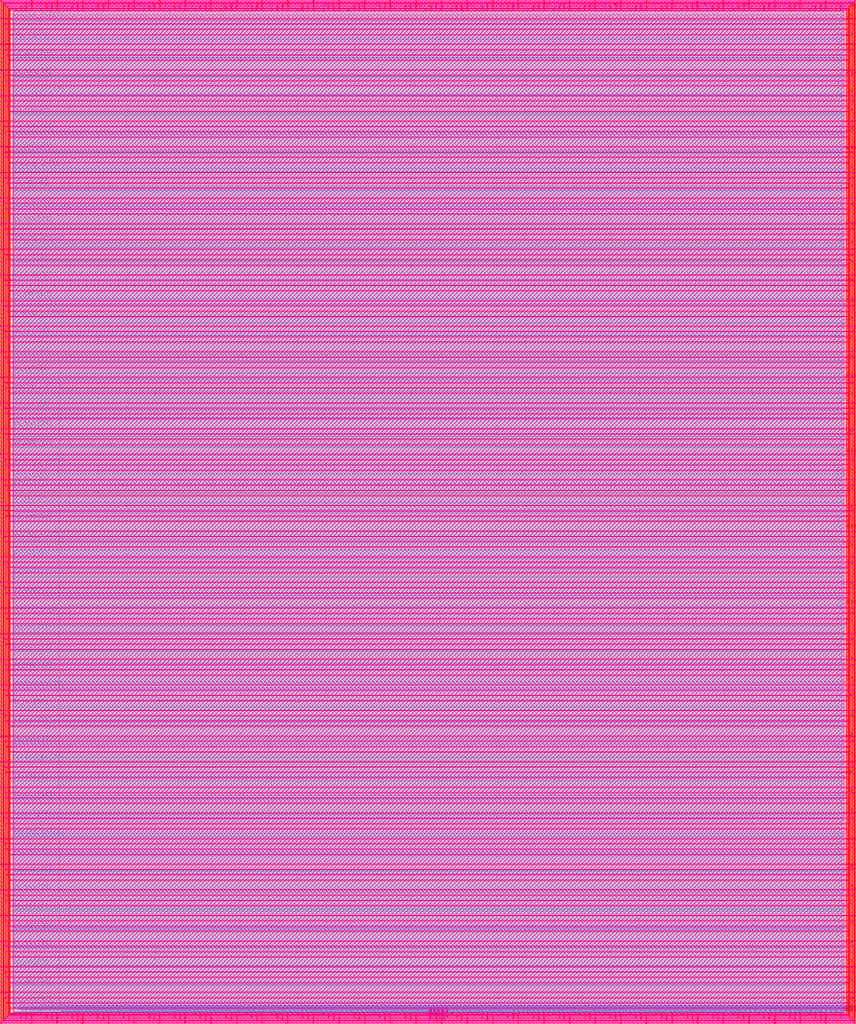
<source format=lef>
VERSION 5.7 ;
  NOWIREEXTENSIONATPIN ON ;
  DIVIDERCHAR "/" ;
  BUSBITCHARS "[]" ;
MACRO user_project_wrapper
  CLASS BLOCK ;
  FOREIGN user_project_wrapper ;
  ORIGIN 0.000 0.000 ;
  SIZE 2920.000 BY 3520.000 ;
  PIN analog_io[0]
    DIRECTION INOUT ;
    USE SIGNAL ;
    PORT
      LAYER met3 ;
        RECT 2917.600 1426.380 2924.800 1427.580 ;
    END
  END analog_io[0]
  PIN analog_io[10]
    DIRECTION INOUT ;
    USE SIGNAL ;
    PORT
      LAYER met2 ;
        RECT 2230.490 3517.600 2231.050 3524.800 ;
    END
  END analog_io[10]
  PIN analog_io[11]
    DIRECTION INOUT ;
    USE SIGNAL ;
    PORT
      LAYER met2 ;
        RECT 1905.730 3517.600 1906.290 3524.800 ;
    END
  END analog_io[11]
  PIN analog_io[12]
    DIRECTION INOUT ;
    USE SIGNAL ;
    PORT
      LAYER met2 ;
        RECT 1581.430 3517.600 1581.990 3524.800 ;
    END
  END analog_io[12]
  PIN analog_io[13]
    DIRECTION INOUT ;
    USE SIGNAL ;
    PORT
      LAYER met2 ;
        RECT 1257.130 3517.600 1257.690 3524.800 ;
    END
  END analog_io[13]
  PIN analog_io[14]
    DIRECTION INOUT ;
    USE SIGNAL ;
    PORT
      LAYER met2 ;
        RECT 932.370 3517.600 932.930 3524.800 ;
    END
  END analog_io[14]
  PIN analog_io[15]
    DIRECTION INOUT ;
    USE SIGNAL ;
    PORT
      LAYER met2 ;
        RECT 608.070 3517.600 608.630 3524.800 ;
    END
  END analog_io[15]
  PIN analog_io[16]
    DIRECTION INOUT ;
    USE SIGNAL ;
    PORT
      LAYER met2 ;
        RECT 283.770 3517.600 284.330 3524.800 ;
    END
  END analog_io[16]
  PIN analog_io[17]
    DIRECTION INOUT ;
    USE SIGNAL ;
    PORT
      LAYER met3 ;
        RECT -4.800 3486.100 2.400 3487.300 ;
    END
  END analog_io[17]
  PIN analog_io[18]
    DIRECTION INOUT ;
    USE SIGNAL ;
    PORT
      LAYER met3 ;
        RECT -4.800 3224.980 2.400 3226.180 ;
    END
  END analog_io[18]
  PIN analog_io[19]
    DIRECTION INOUT ;
    USE SIGNAL ;
    PORT
      LAYER met3 ;
        RECT -4.800 2964.540 2.400 2965.740 ;
    END
  END analog_io[19]
  PIN analog_io[1]
    DIRECTION INOUT ;
    USE SIGNAL ;
    PORT
      LAYER met3 ;
        RECT 2917.600 1692.260 2924.800 1693.460 ;
    END
  END analog_io[1]
  PIN analog_io[20]
    DIRECTION INOUT ;
    USE SIGNAL ;
    PORT
      LAYER met3 ;
        RECT -4.800 2703.420 2.400 2704.620 ;
    END
  END analog_io[20]
  PIN analog_io[21]
    DIRECTION INOUT ;
    USE SIGNAL ;
    PORT
      LAYER met3 ;
        RECT -4.800 2442.980 2.400 2444.180 ;
    END
  END analog_io[21]
  PIN analog_io[22]
    DIRECTION INOUT ;
    USE SIGNAL ;
    PORT
      LAYER met3 ;
        RECT -4.800 2182.540 2.400 2183.740 ;
    END
  END analog_io[22]
  PIN analog_io[23]
    DIRECTION INOUT ;
    USE SIGNAL ;
    PORT
      LAYER met3 ;
        RECT -4.800 1921.420 2.400 1922.620 ;
    END
  END analog_io[23]
  PIN analog_io[24]
    DIRECTION INOUT ;
    USE SIGNAL ;
    PORT
      LAYER met3 ;
        RECT -4.800 1660.980 2.400 1662.180 ;
    END
  END analog_io[24]
  PIN analog_io[25]
    DIRECTION INOUT ;
    USE SIGNAL ;
    PORT
      LAYER met3 ;
        RECT -4.800 1399.860 2.400 1401.060 ;
    END
  END analog_io[25]
  PIN analog_io[26]
    DIRECTION INOUT ;
    USE SIGNAL ;
    PORT
      LAYER met3 ;
        RECT -4.800 1139.420 2.400 1140.620 ;
    END
  END analog_io[26]
  PIN analog_io[27]
    DIRECTION INOUT ;
    USE SIGNAL ;
    PORT
      LAYER met3 ;
        RECT -4.800 878.980 2.400 880.180 ;
    END
  END analog_io[27]
  PIN analog_io[28]
    DIRECTION INOUT ;
    USE SIGNAL ;
    PORT
      LAYER met3 ;
        RECT -4.800 617.860 2.400 619.060 ;
    END
  END analog_io[28]
  PIN analog_io[2]
    DIRECTION INOUT ;
    USE SIGNAL ;
    PORT
      LAYER met3 ;
        RECT 2917.600 1958.140 2924.800 1959.340 ;
    END
  END analog_io[2]
  PIN analog_io[3]
    DIRECTION INOUT ;
    USE SIGNAL ;
    PORT
      LAYER met3 ;
        RECT 2917.600 2223.340 2924.800 2224.540 ;
    END
  END analog_io[3]
  PIN analog_io[4]
    DIRECTION INOUT ;
    USE SIGNAL ;
    PORT
      LAYER met3 ;
        RECT 2917.600 2489.220 2924.800 2490.420 ;
    END
  END analog_io[4]
  PIN analog_io[5]
    DIRECTION INOUT ;
    USE SIGNAL ;
    PORT
      LAYER met3 ;
        RECT 2917.600 2755.100 2924.800 2756.300 ;
    END
  END analog_io[5]
  PIN analog_io[6]
    DIRECTION INOUT ;
    USE SIGNAL ;
    PORT
      LAYER met3 ;
        RECT 2917.600 3020.300 2924.800 3021.500 ;
    END
  END analog_io[6]
  PIN analog_io[7]
    DIRECTION INOUT ;
    USE SIGNAL ;
    PORT
      LAYER met3 ;
        RECT 2917.600 3286.180 2924.800 3287.380 ;
    END
  END analog_io[7]
  PIN analog_io[8]
    DIRECTION INOUT ;
    USE SIGNAL ;
    PORT
      LAYER met2 ;
        RECT 2879.090 3517.600 2879.650 3524.800 ;
    END
  END analog_io[8]
  PIN analog_io[9]
    DIRECTION INOUT ;
    USE SIGNAL ;
    PORT
      LAYER met2 ;
        RECT 2554.790 3517.600 2555.350 3524.800 ;
    END
  END analog_io[9]
  PIN io_in[0]
    DIRECTION INPUT ;
    USE SIGNAL ;
    PORT
      LAYER met3 ;
        RECT 2917.600 32.380 2924.800 33.580 ;
    END
  END io_in[0]
  PIN io_in[10]
    DIRECTION INPUT ;
    USE SIGNAL ;
    PORT
      LAYER met3 ;
        RECT 2917.600 2289.980 2924.800 2291.180 ;
    END
  END io_in[10]
  PIN io_in[11]
    DIRECTION INPUT ;
    USE SIGNAL ;
    PORT
      LAYER met3 ;
        RECT 2917.600 2555.860 2924.800 2557.060 ;
    END
  END io_in[11]
  PIN io_in[12]
    DIRECTION INPUT ;
    USE SIGNAL ;
    PORT
      LAYER met3 ;
        RECT 2917.600 2821.060 2924.800 2822.260 ;
    END
  END io_in[12]
  PIN io_in[13]
    DIRECTION INPUT ;
    USE SIGNAL ;
    PORT
      LAYER met3 ;
        RECT 2917.600 3086.940 2924.800 3088.140 ;
    END
  END io_in[13]
  PIN io_in[14]
    DIRECTION INPUT ;
    USE SIGNAL ;
    PORT
      LAYER met3 ;
        RECT 2917.600 3352.820 2924.800 3354.020 ;
    END
  END io_in[14]
  PIN io_in[15]
    DIRECTION INPUT ;
    USE SIGNAL ;
    PORT
      LAYER met2 ;
        RECT 2798.130 3517.600 2798.690 3524.800 ;
    END
  END io_in[15]
  PIN io_in[16]
    DIRECTION INPUT ;
    USE SIGNAL ;
    PORT
      LAYER met2 ;
        RECT 2473.830 3517.600 2474.390 3524.800 ;
    END
  END io_in[16]
  PIN io_in[17]
    DIRECTION INPUT ;
    USE SIGNAL ;
    PORT
      LAYER met2 ;
        RECT 2149.070 3517.600 2149.630 3524.800 ;
    END
  END io_in[17]
  PIN io_in[18]
    DIRECTION INPUT ;
    USE SIGNAL ;
    PORT
      LAYER met2 ;
        RECT 1824.770 3517.600 1825.330 3524.800 ;
    END
  END io_in[18]
  PIN io_in[19]
    DIRECTION INPUT ;
    USE SIGNAL ;
    PORT
      LAYER met2 ;
        RECT 1500.470 3517.600 1501.030 3524.800 ;
    END
  END io_in[19]
  PIN io_in[1]
    DIRECTION INPUT ;
    USE SIGNAL ;
    PORT
      LAYER met3 ;
        RECT 2917.600 230.940 2924.800 232.140 ;
    END
  END io_in[1]
  PIN io_in[20]
    DIRECTION INPUT ;
    USE SIGNAL ;
    PORT
      LAYER met2 ;
        RECT 1175.710 3517.600 1176.270 3524.800 ;
    END
  END io_in[20]
  PIN io_in[21]
    DIRECTION INPUT ;
    USE SIGNAL ;
    PORT
      LAYER met2 ;
        RECT 851.410 3517.600 851.970 3524.800 ;
    END
  END io_in[21]
  PIN io_in[22]
    DIRECTION INPUT ;
    USE SIGNAL ;
    PORT
      LAYER met2 ;
        RECT 527.110 3517.600 527.670 3524.800 ;
    END
  END io_in[22]
  PIN io_in[23]
    DIRECTION INPUT ;
    USE SIGNAL ;
    PORT
      LAYER met2 ;
        RECT 202.350 3517.600 202.910 3524.800 ;
    END
  END io_in[23]
  PIN io_in[24]
    DIRECTION INPUT ;
    USE SIGNAL ;
    PORT
      LAYER met3 ;
        RECT -4.800 3420.820 2.400 3422.020 ;
    END
  END io_in[24]
  PIN io_in[25]
    DIRECTION INPUT ;
    USE SIGNAL ;
    PORT
      LAYER met3 ;
        RECT -4.800 3159.700 2.400 3160.900 ;
    END
  END io_in[25]
  PIN io_in[26]
    DIRECTION INPUT ;
    USE SIGNAL ;
    PORT
      LAYER met3 ;
        RECT -4.800 2899.260 2.400 2900.460 ;
    END
  END io_in[26]
  PIN io_in[27]
    DIRECTION INPUT ;
    USE SIGNAL ;
    PORT
      LAYER met3 ;
        RECT -4.800 2638.820 2.400 2640.020 ;
    END
  END io_in[27]
  PIN io_in[28]
    DIRECTION INPUT ;
    USE SIGNAL ;
    PORT
      LAYER met3 ;
        RECT -4.800 2377.700 2.400 2378.900 ;
    END
  END io_in[28]
  PIN io_in[29]
    DIRECTION INPUT ;
    USE SIGNAL ;
    PORT
      LAYER met3 ;
        RECT -4.800 2117.260 2.400 2118.460 ;
    END
  END io_in[29]
  PIN io_in[2]
    DIRECTION INPUT ;
    USE SIGNAL ;
    PORT
      LAYER met3 ;
        RECT 2917.600 430.180 2924.800 431.380 ;
    END
  END io_in[2]
  PIN io_in[30]
    DIRECTION INPUT ;
    USE SIGNAL ;
    PORT
      LAYER met3 ;
        RECT -4.800 1856.140 2.400 1857.340 ;
    END
  END io_in[30]
  PIN io_in[31]
    DIRECTION INPUT ;
    USE SIGNAL ;
    PORT
      LAYER met3 ;
        RECT -4.800 1595.700 2.400 1596.900 ;
    END
  END io_in[31]
  PIN io_in[32]
    DIRECTION INPUT ;
    USE SIGNAL ;
    PORT
      LAYER met3 ;
        RECT -4.800 1335.260 2.400 1336.460 ;
    END
  END io_in[32]
  PIN io_in[33]
    DIRECTION INPUT ;
    USE SIGNAL ;
    PORT
      LAYER met3 ;
        RECT -4.800 1074.140 2.400 1075.340 ;
    END
  END io_in[33]
  PIN io_in[34]
    DIRECTION INPUT ;
    USE SIGNAL ;
    PORT
      LAYER met3 ;
        RECT -4.800 813.700 2.400 814.900 ;
    END
  END io_in[34]
  PIN io_in[35]
    DIRECTION INPUT ;
    USE SIGNAL ;
    PORT
      LAYER met3 ;
        RECT -4.800 552.580 2.400 553.780 ;
    END
  END io_in[35]
  PIN io_in[36]
    DIRECTION INPUT ;
    USE SIGNAL ;
    PORT
      LAYER met3 ;
        RECT -4.800 357.420 2.400 358.620 ;
    END
  END io_in[36]
  PIN io_in[37]
    DIRECTION INPUT ;
    USE SIGNAL ;
    PORT
      LAYER met3 ;
        RECT -4.800 161.580 2.400 162.780 ;
    END
  END io_in[37]
  PIN io_in[3]
    DIRECTION INPUT ;
    USE SIGNAL ;
    PORT
      LAYER met3 ;
        RECT 2917.600 629.420 2924.800 630.620 ;
    END
  END io_in[3]
  PIN io_in[4]
    DIRECTION INPUT ;
    USE SIGNAL ;
    PORT
      LAYER met3 ;
        RECT 2917.600 828.660 2924.800 829.860 ;
    END
  END io_in[4]
  PIN io_in[5]
    DIRECTION INPUT ;
    USE SIGNAL ;
    PORT
      LAYER met3 ;
        RECT 2917.600 1027.900 2924.800 1029.100 ;
    END
  END io_in[5]
  PIN io_in[6]
    DIRECTION INPUT ;
    USE SIGNAL ;
    PORT
      LAYER met3 ;
        RECT 2917.600 1227.140 2924.800 1228.340 ;
    END
  END io_in[6]
  PIN io_in[7]
    DIRECTION INPUT ;
    USE SIGNAL ;
    PORT
      LAYER met3 ;
        RECT 2917.600 1493.020 2924.800 1494.220 ;
    END
  END io_in[7]
  PIN io_in[8]
    DIRECTION INPUT ;
    USE SIGNAL ;
    PORT
      LAYER met3 ;
        RECT 2917.600 1758.900 2924.800 1760.100 ;
    END
  END io_in[8]
  PIN io_in[9]
    DIRECTION INPUT ;
    USE SIGNAL ;
    PORT
      LAYER met3 ;
        RECT 2917.600 2024.100 2924.800 2025.300 ;
    END
  END io_in[9]
  PIN io_oeb[0]
    DIRECTION OUTPUT TRISTATE ;
    USE SIGNAL ;
    PORT
      LAYER met3 ;
        RECT 2917.600 164.980 2924.800 166.180 ;
    END
  END io_oeb[0]
  PIN io_oeb[10]
    DIRECTION OUTPUT TRISTATE ;
    USE SIGNAL ;
    PORT
      LAYER met3 ;
        RECT 2917.600 2422.580 2924.800 2423.780 ;
    END
  END io_oeb[10]
  PIN io_oeb[11]
    DIRECTION OUTPUT TRISTATE ;
    USE SIGNAL ;
    PORT
      LAYER met3 ;
        RECT 2917.600 2688.460 2924.800 2689.660 ;
    END
  END io_oeb[11]
  PIN io_oeb[12]
    DIRECTION OUTPUT TRISTATE ;
    USE SIGNAL ;
    PORT
      LAYER met3 ;
        RECT 2917.600 2954.340 2924.800 2955.540 ;
    END
  END io_oeb[12]
  PIN io_oeb[13]
    DIRECTION OUTPUT TRISTATE ;
    USE SIGNAL ;
    PORT
      LAYER met3 ;
        RECT 2917.600 3219.540 2924.800 3220.740 ;
    END
  END io_oeb[13]
  PIN io_oeb[14]
    DIRECTION OUTPUT TRISTATE ;
    USE SIGNAL ;
    PORT
      LAYER met3 ;
        RECT 2917.600 3485.420 2924.800 3486.620 ;
    END
  END io_oeb[14]
  PIN io_oeb[15]
    DIRECTION OUTPUT TRISTATE ;
    USE SIGNAL ;
    PORT
      LAYER met2 ;
        RECT 2635.750 3517.600 2636.310 3524.800 ;
    END
  END io_oeb[15]
  PIN io_oeb[16]
    DIRECTION OUTPUT TRISTATE ;
    USE SIGNAL ;
    PORT
      LAYER met2 ;
        RECT 2311.450 3517.600 2312.010 3524.800 ;
    END
  END io_oeb[16]
  PIN io_oeb[17]
    DIRECTION OUTPUT TRISTATE ;
    USE SIGNAL ;
    PORT
      LAYER met2 ;
        RECT 1987.150 3517.600 1987.710 3524.800 ;
    END
  END io_oeb[17]
  PIN io_oeb[18]
    DIRECTION OUTPUT TRISTATE ;
    USE SIGNAL ;
    PORT
      LAYER met2 ;
        RECT 1662.390 3517.600 1662.950 3524.800 ;
    END
  END io_oeb[18]
  PIN io_oeb[19]
    DIRECTION OUTPUT TRISTATE ;
    USE SIGNAL ;
    PORT
      LAYER met2 ;
        RECT 1338.090 3517.600 1338.650 3524.800 ;
    END
  END io_oeb[19]
  PIN io_oeb[1]
    DIRECTION OUTPUT TRISTATE ;
    USE SIGNAL ;
    PORT
      LAYER met3 ;
        RECT 2917.600 364.220 2924.800 365.420 ;
    END
  END io_oeb[1]
  PIN io_oeb[20]
    DIRECTION OUTPUT TRISTATE ;
    USE SIGNAL ;
    PORT
      LAYER met2 ;
        RECT 1013.790 3517.600 1014.350 3524.800 ;
    END
  END io_oeb[20]
  PIN io_oeb[21]
    DIRECTION OUTPUT TRISTATE ;
    USE SIGNAL ;
    PORT
      LAYER met2 ;
        RECT 689.030 3517.600 689.590 3524.800 ;
    END
  END io_oeb[21]
  PIN io_oeb[22]
    DIRECTION OUTPUT TRISTATE ;
    USE SIGNAL ;
    PORT
      LAYER met2 ;
        RECT 364.730 3517.600 365.290 3524.800 ;
    END
  END io_oeb[22]
  PIN io_oeb[23]
    DIRECTION OUTPUT TRISTATE ;
    USE SIGNAL ;
    PORT
      LAYER met2 ;
        RECT 40.430 3517.600 40.990 3524.800 ;
    END
  END io_oeb[23]
  PIN io_oeb[24]
    DIRECTION OUTPUT TRISTATE ;
    USE SIGNAL ;
    PORT
      LAYER met3 ;
        RECT -4.800 3290.260 2.400 3291.460 ;
    END
  END io_oeb[24]
  PIN io_oeb[25]
    DIRECTION OUTPUT TRISTATE ;
    USE SIGNAL ;
    PORT
      LAYER met3 ;
        RECT -4.800 3029.820 2.400 3031.020 ;
    END
  END io_oeb[25]
  PIN io_oeb[26]
    DIRECTION OUTPUT TRISTATE ;
    USE SIGNAL ;
    PORT
      LAYER met3 ;
        RECT -4.800 2768.700 2.400 2769.900 ;
    END
  END io_oeb[26]
  PIN io_oeb[27]
    DIRECTION OUTPUT TRISTATE ;
    USE SIGNAL ;
    PORT
      LAYER met3 ;
        RECT -4.800 2508.260 2.400 2509.460 ;
    END
  END io_oeb[27]
  PIN io_oeb[28]
    DIRECTION OUTPUT TRISTATE ;
    USE SIGNAL ;
    PORT
      LAYER met3 ;
        RECT -4.800 2247.140 2.400 2248.340 ;
    END
  END io_oeb[28]
  PIN io_oeb[29]
    DIRECTION OUTPUT TRISTATE ;
    USE SIGNAL ;
    PORT
      LAYER met3 ;
        RECT -4.800 1986.700 2.400 1987.900 ;
    END
  END io_oeb[29]
  PIN io_oeb[2]
    DIRECTION OUTPUT TRISTATE ;
    USE SIGNAL ;
    PORT
      LAYER met3 ;
        RECT 2917.600 563.460 2924.800 564.660 ;
    END
  END io_oeb[2]
  PIN io_oeb[30]
    DIRECTION OUTPUT TRISTATE ;
    USE SIGNAL ;
    PORT
      LAYER met3 ;
        RECT -4.800 1726.260 2.400 1727.460 ;
    END
  END io_oeb[30]
  PIN io_oeb[31]
    DIRECTION OUTPUT TRISTATE ;
    USE SIGNAL ;
    PORT
      LAYER met3 ;
        RECT -4.800 1465.140 2.400 1466.340 ;
    END
  END io_oeb[31]
  PIN io_oeb[32]
    DIRECTION OUTPUT TRISTATE ;
    USE SIGNAL ;
    PORT
      LAYER met3 ;
        RECT -4.800 1204.700 2.400 1205.900 ;
    END
  END io_oeb[32]
  PIN io_oeb[33]
    DIRECTION OUTPUT TRISTATE ;
    USE SIGNAL ;
    PORT
      LAYER met3 ;
        RECT -4.800 943.580 2.400 944.780 ;
    END
  END io_oeb[33]
  PIN io_oeb[34]
    DIRECTION OUTPUT TRISTATE ;
    USE SIGNAL ;
    PORT
      LAYER met3 ;
        RECT -4.800 683.140 2.400 684.340 ;
    END
  END io_oeb[34]
  PIN io_oeb[35]
    DIRECTION OUTPUT TRISTATE ;
    USE SIGNAL ;
    PORT
      LAYER met3 ;
        RECT -4.800 422.700 2.400 423.900 ;
    END
  END io_oeb[35]
  PIN io_oeb[36]
    DIRECTION OUTPUT TRISTATE ;
    USE SIGNAL ;
    PORT
      LAYER met3 ;
        RECT -4.800 226.860 2.400 228.060 ;
    END
  END io_oeb[36]
  PIN io_oeb[37]
    DIRECTION OUTPUT TRISTATE ;
    USE SIGNAL ;
    PORT
      LAYER met3 ;
        RECT -4.800 31.700 2.400 32.900 ;
    END
  END io_oeb[37]
  PIN io_oeb[3]
    DIRECTION OUTPUT TRISTATE ;
    USE SIGNAL ;
    PORT
      LAYER met3 ;
        RECT 2917.600 762.700 2924.800 763.900 ;
    END
  END io_oeb[3]
  PIN io_oeb[4]
    DIRECTION OUTPUT TRISTATE ;
    USE SIGNAL ;
    PORT
      LAYER met3 ;
        RECT 2917.600 961.940 2924.800 963.140 ;
    END
  END io_oeb[4]
  PIN io_oeb[5]
    DIRECTION OUTPUT TRISTATE ;
    USE SIGNAL ;
    PORT
      LAYER met3 ;
        RECT 2917.600 1161.180 2924.800 1162.380 ;
    END
  END io_oeb[5]
  PIN io_oeb[6]
    DIRECTION OUTPUT TRISTATE ;
    USE SIGNAL ;
    PORT
      LAYER met3 ;
        RECT 2917.600 1360.420 2924.800 1361.620 ;
    END
  END io_oeb[6]
  PIN io_oeb[7]
    DIRECTION OUTPUT TRISTATE ;
    USE SIGNAL ;
    PORT
      LAYER met3 ;
        RECT 2917.600 1625.620 2924.800 1626.820 ;
    END
  END io_oeb[7]
  PIN io_oeb[8]
    DIRECTION OUTPUT TRISTATE ;
    USE SIGNAL ;
    PORT
      LAYER met3 ;
        RECT 2917.600 1891.500 2924.800 1892.700 ;
    END
  END io_oeb[8]
  PIN io_oeb[9]
    DIRECTION OUTPUT TRISTATE ;
    USE SIGNAL ;
    PORT
      LAYER met3 ;
        RECT 2917.600 2157.380 2924.800 2158.580 ;
    END
  END io_oeb[9]
  PIN io_out[0]
    DIRECTION OUTPUT TRISTATE ;
    USE SIGNAL ;
    PORT
      LAYER met3 ;
        RECT 2917.600 98.340 2924.800 99.540 ;
    END
  END io_out[0]
  PIN io_out[10]
    DIRECTION OUTPUT TRISTATE ;
    USE SIGNAL ;
    PORT
      LAYER met3 ;
        RECT 2917.600 2356.620 2924.800 2357.820 ;
    END
  END io_out[10]
  PIN io_out[11]
    DIRECTION OUTPUT TRISTATE ;
    USE SIGNAL ;
    PORT
      LAYER met3 ;
        RECT 2917.600 2621.820 2924.800 2623.020 ;
    END
  END io_out[11]
  PIN io_out[12]
    DIRECTION OUTPUT TRISTATE ;
    USE SIGNAL ;
    PORT
      LAYER met3 ;
        RECT 2917.600 2887.700 2924.800 2888.900 ;
    END
  END io_out[12]
  PIN io_out[13]
    DIRECTION OUTPUT TRISTATE ;
    USE SIGNAL ;
    PORT
      LAYER met3 ;
        RECT 2917.600 3153.580 2924.800 3154.780 ;
    END
  END io_out[13]
  PIN io_out[14]
    DIRECTION OUTPUT TRISTATE ;
    USE SIGNAL ;
    PORT
      LAYER met3 ;
        RECT 2917.600 3418.780 2924.800 3419.980 ;
    END
  END io_out[14]
  PIN io_out[15]
    DIRECTION OUTPUT TRISTATE ;
    USE SIGNAL ;
    PORT
      LAYER met2 ;
        RECT 2717.170 3517.600 2717.730 3524.800 ;
    END
  END io_out[15]
  PIN io_out[16]
    DIRECTION OUTPUT TRISTATE ;
    USE SIGNAL ;
    PORT
      LAYER met2 ;
        RECT 2392.410 3517.600 2392.970 3524.800 ;
    END
  END io_out[16]
  PIN io_out[17]
    DIRECTION OUTPUT TRISTATE ;
    USE SIGNAL ;
    PORT
      LAYER met2 ;
        RECT 2068.110 3517.600 2068.670 3524.800 ;
    END
  END io_out[17]
  PIN io_out[18]
    DIRECTION OUTPUT TRISTATE ;
    USE SIGNAL ;
    PORT
      LAYER met2 ;
        RECT 1743.810 3517.600 1744.370 3524.800 ;
    END
  END io_out[18]
  PIN io_out[19]
    DIRECTION OUTPUT TRISTATE ;
    USE SIGNAL ;
    PORT
      LAYER met2 ;
        RECT 1419.050 3517.600 1419.610 3524.800 ;
    END
  END io_out[19]
  PIN io_out[1]
    DIRECTION OUTPUT TRISTATE ;
    USE SIGNAL ;
    PORT
      LAYER met3 ;
        RECT 2917.600 297.580 2924.800 298.780 ;
    END
  END io_out[1]
  PIN io_out[20]
    DIRECTION OUTPUT TRISTATE ;
    USE SIGNAL ;
    PORT
      LAYER met2 ;
        RECT 1094.750 3517.600 1095.310 3524.800 ;
    END
  END io_out[20]
  PIN io_out[21]
    DIRECTION OUTPUT TRISTATE ;
    USE SIGNAL ;
    PORT
      LAYER met2 ;
        RECT 770.450 3517.600 771.010 3524.800 ;
    END
  END io_out[21]
  PIN io_out[22]
    DIRECTION OUTPUT TRISTATE ;
    USE SIGNAL ;
    PORT
      LAYER met2 ;
        RECT 445.690 3517.600 446.250 3524.800 ;
    END
  END io_out[22]
  PIN io_out[23]
    DIRECTION OUTPUT TRISTATE ;
    USE SIGNAL ;
    PORT
      LAYER met2 ;
        RECT 121.390 3517.600 121.950 3524.800 ;
    END
  END io_out[23]
  PIN io_out[24]
    DIRECTION OUTPUT TRISTATE ;
    USE SIGNAL ;
    PORT
      LAYER met3 ;
        RECT -4.800 3355.540 2.400 3356.740 ;
    END
  END io_out[24]
  PIN io_out[25]
    DIRECTION OUTPUT TRISTATE ;
    USE SIGNAL ;
    PORT
      LAYER met3 ;
        RECT -4.800 3095.100 2.400 3096.300 ;
    END
  END io_out[25]
  PIN io_out[26]
    DIRECTION OUTPUT TRISTATE ;
    USE SIGNAL ;
    PORT
      LAYER met3 ;
        RECT -4.800 2833.980 2.400 2835.180 ;
    END
  END io_out[26]
  PIN io_out[27]
    DIRECTION OUTPUT TRISTATE ;
    USE SIGNAL ;
    PORT
      LAYER met3 ;
        RECT -4.800 2573.540 2.400 2574.740 ;
    END
  END io_out[27]
  PIN io_out[28]
    DIRECTION OUTPUT TRISTATE ;
    USE SIGNAL ;
    PORT
      LAYER met3 ;
        RECT -4.800 2312.420 2.400 2313.620 ;
    END
  END io_out[28]
  PIN io_out[29]
    DIRECTION OUTPUT TRISTATE ;
    USE SIGNAL ;
    PORT
      LAYER met3 ;
        RECT -4.800 2051.980 2.400 2053.180 ;
    END
  END io_out[29]
  PIN io_out[2]
    DIRECTION OUTPUT TRISTATE ;
    USE SIGNAL ;
    PORT
      LAYER met3 ;
        RECT 2917.600 496.820 2924.800 498.020 ;
    END
  END io_out[2]
  PIN io_out[30]
    DIRECTION OUTPUT TRISTATE ;
    USE SIGNAL ;
    PORT
      LAYER met3 ;
        RECT -4.800 1791.540 2.400 1792.740 ;
    END
  END io_out[30]
  PIN io_out[31]
    DIRECTION OUTPUT TRISTATE ;
    USE SIGNAL ;
    PORT
      LAYER met3 ;
        RECT -4.800 1530.420 2.400 1531.620 ;
    END
  END io_out[31]
  PIN io_out[32]
    DIRECTION OUTPUT TRISTATE ;
    USE SIGNAL ;
    PORT
      LAYER met3 ;
        RECT -4.800 1269.980 2.400 1271.180 ;
    END
  END io_out[32]
  PIN io_out[33]
    DIRECTION OUTPUT TRISTATE ;
    USE SIGNAL ;
    PORT
      LAYER met3 ;
        RECT -4.800 1008.860 2.400 1010.060 ;
    END
  END io_out[33]
  PIN io_out[34]
    DIRECTION OUTPUT TRISTATE ;
    USE SIGNAL ;
    PORT
      LAYER met3 ;
        RECT -4.800 748.420 2.400 749.620 ;
    END
  END io_out[34]
  PIN io_out[35]
    DIRECTION OUTPUT TRISTATE ;
    USE SIGNAL ;
    PORT
      LAYER met3 ;
        RECT -4.800 487.300 2.400 488.500 ;
    END
  END io_out[35]
  PIN io_out[36]
    DIRECTION OUTPUT TRISTATE ;
    USE SIGNAL ;
    PORT
      LAYER met3 ;
        RECT -4.800 292.140 2.400 293.340 ;
    END
  END io_out[36]
  PIN io_out[37]
    DIRECTION OUTPUT TRISTATE ;
    USE SIGNAL ;
    PORT
      LAYER met3 ;
        RECT -4.800 96.300 2.400 97.500 ;
    END
  END io_out[37]
  PIN io_out[3]
    DIRECTION OUTPUT TRISTATE ;
    USE SIGNAL ;
    PORT
      LAYER met3 ;
        RECT 2917.600 696.060 2924.800 697.260 ;
    END
  END io_out[3]
  PIN io_out[4]
    DIRECTION OUTPUT TRISTATE ;
    USE SIGNAL ;
    PORT
      LAYER met3 ;
        RECT 2917.600 895.300 2924.800 896.500 ;
    END
  END io_out[4]
  PIN io_out[5]
    DIRECTION OUTPUT TRISTATE ;
    USE SIGNAL ;
    PORT
      LAYER met3 ;
        RECT 2917.600 1094.540 2924.800 1095.740 ;
    END
  END io_out[5]
  PIN io_out[6]
    DIRECTION OUTPUT TRISTATE ;
    USE SIGNAL ;
    PORT
      LAYER met3 ;
        RECT 2917.600 1293.780 2924.800 1294.980 ;
    END
  END io_out[6]
  PIN io_out[7]
    DIRECTION OUTPUT TRISTATE ;
    USE SIGNAL ;
    PORT
      LAYER met3 ;
        RECT 2917.600 1559.660 2924.800 1560.860 ;
    END
  END io_out[7]
  PIN io_out[8]
    DIRECTION OUTPUT TRISTATE ;
    USE SIGNAL ;
    PORT
      LAYER met3 ;
        RECT 2917.600 1824.860 2924.800 1826.060 ;
    END
  END io_out[8]
  PIN io_out[9]
    DIRECTION OUTPUT TRISTATE ;
    USE SIGNAL ;
    PORT
      LAYER met3 ;
        RECT 2917.600 2090.740 2924.800 2091.940 ;
    END
  END io_out[9]
  PIN la_data_in[0]
    DIRECTION INPUT ;
    USE SIGNAL ;
    PORT
      LAYER met2 ;
        RECT 629.230 -4.800 629.790 2.400 ;
    END
  END la_data_in[0]
  PIN la_data_in[100]
    DIRECTION INPUT ;
    USE SIGNAL ;
    PORT
      LAYER met2 ;
        RECT 2402.530 -4.800 2403.090 2.400 ;
    END
  END la_data_in[100]
  PIN la_data_in[101]
    DIRECTION INPUT ;
    USE SIGNAL ;
    PORT
      LAYER met2 ;
        RECT 2420.010 -4.800 2420.570 2.400 ;
    END
  END la_data_in[101]
  PIN la_data_in[102]
    DIRECTION INPUT ;
    USE SIGNAL ;
    PORT
      LAYER met2 ;
        RECT 2437.950 -4.800 2438.510 2.400 ;
    END
  END la_data_in[102]
  PIN la_data_in[103]
    DIRECTION INPUT ;
    USE SIGNAL ;
    PORT
      LAYER met2 ;
        RECT 2455.430 -4.800 2455.990 2.400 ;
    END
  END la_data_in[103]
  PIN la_data_in[104]
    DIRECTION INPUT ;
    USE SIGNAL ;
    PORT
      LAYER met2 ;
        RECT 2473.370 -4.800 2473.930 2.400 ;
    END
  END la_data_in[104]
  PIN la_data_in[105]
    DIRECTION INPUT ;
    USE SIGNAL ;
    PORT
      LAYER met2 ;
        RECT 2490.850 -4.800 2491.410 2.400 ;
    END
  END la_data_in[105]
  PIN la_data_in[106]
    DIRECTION INPUT ;
    USE SIGNAL ;
    PORT
      LAYER met2 ;
        RECT 2508.790 -4.800 2509.350 2.400 ;
    END
  END la_data_in[106]
  PIN la_data_in[107]
    DIRECTION INPUT ;
    USE SIGNAL ;
    PORT
      LAYER met2 ;
        RECT 2526.730 -4.800 2527.290 2.400 ;
    END
  END la_data_in[107]
  PIN la_data_in[108]
    DIRECTION INPUT ;
    USE SIGNAL ;
    PORT
      LAYER met2 ;
        RECT 2544.210 -4.800 2544.770 2.400 ;
    END
  END la_data_in[108]
  PIN la_data_in[109]
    DIRECTION INPUT ;
    USE SIGNAL ;
    PORT
      LAYER met2 ;
        RECT 2562.150 -4.800 2562.710 2.400 ;
    END
  END la_data_in[109]
  PIN la_data_in[10]
    DIRECTION INPUT ;
    USE SIGNAL ;
    PORT
      LAYER met2 ;
        RECT 806.330 -4.800 806.890 2.400 ;
    END
  END la_data_in[10]
  PIN la_data_in[110]
    DIRECTION INPUT ;
    USE SIGNAL ;
    PORT
      LAYER met2 ;
        RECT 2579.630 -4.800 2580.190 2.400 ;
    END
  END la_data_in[110]
  PIN la_data_in[111]
    DIRECTION INPUT ;
    USE SIGNAL ;
    PORT
      LAYER met2 ;
        RECT 2597.570 -4.800 2598.130 2.400 ;
    END
  END la_data_in[111]
  PIN la_data_in[112]
    DIRECTION INPUT ;
    USE SIGNAL ;
    PORT
      LAYER met2 ;
        RECT 2615.050 -4.800 2615.610 2.400 ;
    END
  END la_data_in[112]
  PIN la_data_in[113]
    DIRECTION INPUT ;
    USE SIGNAL ;
    PORT
      LAYER met2 ;
        RECT 2632.990 -4.800 2633.550 2.400 ;
    END
  END la_data_in[113]
  PIN la_data_in[114]
    DIRECTION INPUT ;
    USE SIGNAL ;
    PORT
      LAYER met2 ;
        RECT 2650.470 -4.800 2651.030 2.400 ;
    END
  END la_data_in[114]
  PIN la_data_in[115]
    DIRECTION INPUT ;
    USE SIGNAL ;
    PORT
      LAYER met2 ;
        RECT 2668.410 -4.800 2668.970 2.400 ;
    END
  END la_data_in[115]
  PIN la_data_in[116]
    DIRECTION INPUT ;
    USE SIGNAL ;
    PORT
      LAYER met2 ;
        RECT 2685.890 -4.800 2686.450 2.400 ;
    END
  END la_data_in[116]
  PIN la_data_in[117]
    DIRECTION INPUT ;
    USE SIGNAL ;
    PORT
      LAYER met2 ;
        RECT 2703.830 -4.800 2704.390 2.400 ;
    END
  END la_data_in[117]
  PIN la_data_in[118]
    DIRECTION INPUT ;
    USE SIGNAL ;
    PORT
      LAYER met2 ;
        RECT 2721.770 -4.800 2722.330 2.400 ;
    END
  END la_data_in[118]
  PIN la_data_in[119]
    DIRECTION INPUT ;
    USE SIGNAL ;
    PORT
      LAYER met2 ;
        RECT 2739.250 -4.800 2739.810 2.400 ;
    END
  END la_data_in[119]
  PIN la_data_in[11]
    DIRECTION INPUT ;
    USE SIGNAL ;
    PORT
      LAYER met2 ;
        RECT 824.270 -4.800 824.830 2.400 ;
    END
  END la_data_in[11]
  PIN la_data_in[120]
    DIRECTION INPUT ;
    USE SIGNAL ;
    PORT
      LAYER met2 ;
        RECT 2757.190 -4.800 2757.750 2.400 ;
    END
  END la_data_in[120]
  PIN la_data_in[121]
    DIRECTION INPUT ;
    USE SIGNAL ;
    PORT
      LAYER met2 ;
        RECT 2774.670 -4.800 2775.230 2.400 ;
    END
  END la_data_in[121]
  PIN la_data_in[122]
    DIRECTION INPUT ;
    USE SIGNAL ;
    PORT
      LAYER met2 ;
        RECT 2792.610 -4.800 2793.170 2.400 ;
    END
  END la_data_in[122]
  PIN la_data_in[123]
    DIRECTION INPUT ;
    USE SIGNAL ;
    PORT
      LAYER met2 ;
        RECT 2810.090 -4.800 2810.650 2.400 ;
    END
  END la_data_in[123]
  PIN la_data_in[124]
    DIRECTION INPUT ;
    USE SIGNAL ;
    PORT
      LAYER met2 ;
        RECT 2828.030 -4.800 2828.590 2.400 ;
    END
  END la_data_in[124]
  PIN la_data_in[125]
    DIRECTION INPUT ;
    USE SIGNAL ;
    PORT
      LAYER met2 ;
        RECT 2845.510 -4.800 2846.070 2.400 ;
    END
  END la_data_in[125]
  PIN la_data_in[126]
    DIRECTION INPUT ;
    USE SIGNAL ;
    PORT
      LAYER met2 ;
        RECT 2863.450 -4.800 2864.010 2.400 ;
    END
  END la_data_in[126]
  PIN la_data_in[127]
    DIRECTION INPUT ;
    USE SIGNAL ;
    PORT
      LAYER met2 ;
        RECT 2881.390 -4.800 2881.950 2.400 ;
    END
  END la_data_in[127]
  PIN la_data_in[12]
    DIRECTION INPUT ;
    USE SIGNAL ;
    PORT
      LAYER met2 ;
        RECT 841.750 -4.800 842.310 2.400 ;
    END
  END la_data_in[12]
  PIN la_data_in[13]
    DIRECTION INPUT ;
    USE SIGNAL ;
    PORT
      LAYER met2 ;
        RECT 859.690 -4.800 860.250 2.400 ;
    END
  END la_data_in[13]
  PIN la_data_in[14]
    DIRECTION INPUT ;
    USE SIGNAL ;
    PORT
      LAYER met2 ;
        RECT 877.170 -4.800 877.730 2.400 ;
    END
  END la_data_in[14]
  PIN la_data_in[15]
    DIRECTION INPUT ;
    USE SIGNAL ;
    PORT
      LAYER met2 ;
        RECT 895.110 -4.800 895.670 2.400 ;
    END
  END la_data_in[15]
  PIN la_data_in[16]
    DIRECTION INPUT ;
    USE SIGNAL ;
    PORT
      LAYER met2 ;
        RECT 912.590 -4.800 913.150 2.400 ;
    END
  END la_data_in[16]
  PIN la_data_in[17]
    DIRECTION INPUT ;
    USE SIGNAL ;
    PORT
      LAYER met2 ;
        RECT 930.530 -4.800 931.090 2.400 ;
    END
  END la_data_in[17]
  PIN la_data_in[18]
    DIRECTION INPUT ;
    USE SIGNAL ;
    PORT
      LAYER met2 ;
        RECT 948.470 -4.800 949.030 2.400 ;
    END
  END la_data_in[18]
  PIN la_data_in[19]
    DIRECTION INPUT ;
    USE SIGNAL ;
    PORT
      LAYER met2 ;
        RECT 965.950 -4.800 966.510 2.400 ;
    END
  END la_data_in[19]
  PIN la_data_in[1]
    DIRECTION INPUT ;
    USE SIGNAL ;
    PORT
      LAYER met2 ;
        RECT 646.710 -4.800 647.270 2.400 ;
    END
  END la_data_in[1]
  PIN la_data_in[20]
    DIRECTION INPUT ;
    USE SIGNAL ;
    PORT
      LAYER met2 ;
        RECT 983.890 -4.800 984.450 2.400 ;
    END
  END la_data_in[20]
  PIN la_data_in[21]
    DIRECTION INPUT ;
    USE SIGNAL ;
    PORT
      LAYER met2 ;
        RECT 1001.370 -4.800 1001.930 2.400 ;
    END
  END la_data_in[21]
  PIN la_data_in[22]
    DIRECTION INPUT ;
    USE SIGNAL ;
    PORT
      LAYER met2 ;
        RECT 1019.310 -4.800 1019.870 2.400 ;
    END
  END la_data_in[22]
  PIN la_data_in[23]
    DIRECTION INPUT ;
    USE SIGNAL ;
    PORT
      LAYER met2 ;
        RECT 1036.790 -4.800 1037.350 2.400 ;
    END
  END la_data_in[23]
  PIN la_data_in[24]
    DIRECTION INPUT ;
    USE SIGNAL ;
    PORT
      LAYER met2 ;
        RECT 1054.730 -4.800 1055.290 2.400 ;
    END
  END la_data_in[24]
  PIN la_data_in[25]
    DIRECTION INPUT ;
    USE SIGNAL ;
    PORT
      LAYER met2 ;
        RECT 1072.210 -4.800 1072.770 2.400 ;
    END
  END la_data_in[25]
  PIN la_data_in[26]
    DIRECTION INPUT ;
    USE SIGNAL ;
    PORT
      LAYER met2 ;
        RECT 1090.150 -4.800 1090.710 2.400 ;
    END
  END la_data_in[26]
  PIN la_data_in[27]
    DIRECTION INPUT ;
    USE SIGNAL ;
    PORT
      LAYER met2 ;
        RECT 1107.630 -4.800 1108.190 2.400 ;
    END
  END la_data_in[27]
  PIN la_data_in[28]
    DIRECTION INPUT ;
    USE SIGNAL ;
    PORT
      LAYER met2 ;
        RECT 1125.570 -4.800 1126.130 2.400 ;
    END
  END la_data_in[28]
  PIN la_data_in[29]
    DIRECTION INPUT ;
    USE SIGNAL ;
    PORT
      LAYER met2 ;
        RECT 1143.510 -4.800 1144.070 2.400 ;
    END
  END la_data_in[29]
  PIN la_data_in[2]
    DIRECTION INPUT ;
    USE SIGNAL ;
    PORT
      LAYER met2 ;
        RECT 664.650 -4.800 665.210 2.400 ;
    END
  END la_data_in[2]
  PIN la_data_in[30]
    DIRECTION INPUT ;
    USE SIGNAL ;
    PORT
      LAYER met2 ;
        RECT 1160.990 -4.800 1161.550 2.400 ;
    END
  END la_data_in[30]
  PIN la_data_in[31]
    DIRECTION INPUT ;
    USE SIGNAL ;
    PORT
      LAYER met2 ;
        RECT 1178.930 -4.800 1179.490 2.400 ;
    END
  END la_data_in[31]
  PIN la_data_in[32]
    DIRECTION INPUT ;
    USE SIGNAL ;
    PORT
      LAYER met2 ;
        RECT 1196.410 -4.800 1196.970 2.400 ;
    END
  END la_data_in[32]
  PIN la_data_in[33]
    DIRECTION INPUT ;
    USE SIGNAL ;
    PORT
      LAYER met2 ;
        RECT 1214.350 -4.800 1214.910 2.400 ;
    END
  END la_data_in[33]
  PIN la_data_in[34]
    DIRECTION INPUT ;
    USE SIGNAL ;
    PORT
      LAYER met2 ;
        RECT 1231.830 -4.800 1232.390 2.400 ;
    END
  END la_data_in[34]
  PIN la_data_in[35]
    DIRECTION INPUT ;
    USE SIGNAL ;
    PORT
      LAYER met2 ;
        RECT 1249.770 -4.800 1250.330 2.400 ;
    END
  END la_data_in[35]
  PIN la_data_in[36]
    DIRECTION INPUT ;
    USE SIGNAL ;
    PORT
      LAYER met2 ;
        RECT 1267.250 -4.800 1267.810 2.400 ;
    END
  END la_data_in[36]
  PIN la_data_in[37]
    DIRECTION INPUT ;
    USE SIGNAL ;
    PORT
      LAYER met2 ;
        RECT 1285.190 -4.800 1285.750 2.400 ;
    END
  END la_data_in[37]
  PIN la_data_in[38]
    DIRECTION INPUT ;
    USE SIGNAL ;
    PORT
      LAYER met2 ;
        RECT 1303.130 -4.800 1303.690 2.400 ;
    END
  END la_data_in[38]
  PIN la_data_in[39]
    DIRECTION INPUT ;
    USE SIGNAL ;
    PORT
      LAYER met2 ;
        RECT 1320.610 -4.800 1321.170 2.400 ;
    END
  END la_data_in[39]
  PIN la_data_in[3]
    DIRECTION INPUT ;
    USE SIGNAL ;
    PORT
      LAYER met2 ;
        RECT 682.130 -4.800 682.690 2.400 ;
    END
  END la_data_in[3]
  PIN la_data_in[40]
    DIRECTION INPUT ;
    USE SIGNAL ;
    PORT
      LAYER met2 ;
        RECT 1338.550 -4.800 1339.110 2.400 ;
    END
  END la_data_in[40]
  PIN la_data_in[41]
    DIRECTION INPUT ;
    USE SIGNAL ;
    PORT
      LAYER met2 ;
        RECT 1356.030 -4.800 1356.590 2.400 ;
    END
  END la_data_in[41]
  PIN la_data_in[42]
    DIRECTION INPUT ;
    USE SIGNAL ;
    PORT
      LAYER met2 ;
        RECT 1373.970 -4.800 1374.530 2.400 ;
    END
  END la_data_in[42]
  PIN la_data_in[43]
    DIRECTION INPUT ;
    USE SIGNAL ;
    PORT
      LAYER met2 ;
        RECT 1391.450 -4.800 1392.010 2.400 ;
    END
  END la_data_in[43]
  PIN la_data_in[44]
    DIRECTION INPUT ;
    USE SIGNAL ;
    PORT
      LAYER met2 ;
        RECT 1409.390 -4.800 1409.950 2.400 ;
    END
  END la_data_in[44]
  PIN la_data_in[45]
    DIRECTION INPUT ;
    USE SIGNAL ;
    PORT
      LAYER met2 ;
        RECT 1426.870 -4.800 1427.430 2.400 ;
    END
  END la_data_in[45]
  PIN la_data_in[46]
    DIRECTION INPUT ;
    USE SIGNAL ;
    PORT
      LAYER met2 ;
        RECT 1444.810 -4.800 1445.370 2.400 ;
    END
  END la_data_in[46]
  PIN la_data_in[47]
    DIRECTION INPUT ;
    USE SIGNAL ;
    PORT
      LAYER met2 ;
        RECT 1462.750 -4.800 1463.310 2.400 ;
    END
  END la_data_in[47]
  PIN la_data_in[48]
    DIRECTION INPUT ;
    USE SIGNAL ;
    PORT
      LAYER met2 ;
        RECT 1480.230 -4.800 1480.790 2.400 ;
    END
  END la_data_in[48]
  PIN la_data_in[49]
    DIRECTION INPUT ;
    USE SIGNAL ;
    PORT
      LAYER met2 ;
        RECT 1498.170 -4.800 1498.730 2.400 ;
    END
  END la_data_in[49]
  PIN la_data_in[4]
    DIRECTION INPUT ;
    USE SIGNAL ;
    PORT
      LAYER met2 ;
        RECT 700.070 -4.800 700.630 2.400 ;
    END
  END la_data_in[4]
  PIN la_data_in[50]
    DIRECTION INPUT ;
    USE SIGNAL ;
    PORT
      LAYER met2 ;
        RECT 1515.650 -4.800 1516.210 2.400 ;
    END
  END la_data_in[50]
  PIN la_data_in[51]
    DIRECTION INPUT ;
    USE SIGNAL ;
    PORT
      LAYER met2 ;
        RECT 1533.590 -4.800 1534.150 2.400 ;
    END
  END la_data_in[51]
  PIN la_data_in[52]
    DIRECTION INPUT ;
    USE SIGNAL ;
    PORT
      LAYER met2 ;
        RECT 1551.070 -4.800 1551.630 2.400 ;
    END
  END la_data_in[52]
  PIN la_data_in[53]
    DIRECTION INPUT ;
    USE SIGNAL ;
    PORT
      LAYER met2 ;
        RECT 1569.010 -4.800 1569.570 2.400 ;
    END
  END la_data_in[53]
  PIN la_data_in[54]
    DIRECTION INPUT ;
    USE SIGNAL ;
    PORT
      LAYER met2 ;
        RECT 1586.490 -4.800 1587.050 2.400 ;
    END
  END la_data_in[54]
  PIN la_data_in[55]
    DIRECTION INPUT ;
    USE SIGNAL ;
    PORT
      LAYER met2 ;
        RECT 1604.430 -4.800 1604.990 2.400 ;
    END
  END la_data_in[55]
  PIN la_data_in[56]
    DIRECTION INPUT ;
    USE SIGNAL ;
    PORT
      LAYER met2 ;
        RECT 1621.910 -4.800 1622.470 2.400 ;
    END
  END la_data_in[56]
  PIN la_data_in[57]
    DIRECTION INPUT ;
    USE SIGNAL ;
    PORT
      LAYER met2 ;
        RECT 1639.850 -4.800 1640.410 2.400 ;
    END
  END la_data_in[57]
  PIN la_data_in[58]
    DIRECTION INPUT ;
    USE SIGNAL ;
    PORT
      LAYER met2 ;
        RECT 1657.790 -4.800 1658.350 2.400 ;
    END
  END la_data_in[58]
  PIN la_data_in[59]
    DIRECTION INPUT ;
    USE SIGNAL ;
    PORT
      LAYER met2 ;
        RECT 1675.270 -4.800 1675.830 2.400 ;
    END
  END la_data_in[59]
  PIN la_data_in[5]
    DIRECTION INPUT ;
    USE SIGNAL ;
    PORT
      LAYER met2 ;
        RECT 717.550 -4.800 718.110 2.400 ;
    END
  END la_data_in[5]
  PIN la_data_in[60]
    DIRECTION INPUT ;
    USE SIGNAL ;
    PORT
      LAYER met2 ;
        RECT 1693.210 -4.800 1693.770 2.400 ;
    END
  END la_data_in[60]
  PIN la_data_in[61]
    DIRECTION INPUT ;
    USE SIGNAL ;
    PORT
      LAYER met2 ;
        RECT 1710.690 -4.800 1711.250 2.400 ;
    END
  END la_data_in[61]
  PIN la_data_in[62]
    DIRECTION INPUT ;
    USE SIGNAL ;
    PORT
      LAYER met2 ;
        RECT 1728.630 -4.800 1729.190 2.400 ;
    END
  END la_data_in[62]
  PIN la_data_in[63]
    DIRECTION INPUT ;
    USE SIGNAL ;
    PORT
      LAYER met2 ;
        RECT 1746.110 -4.800 1746.670 2.400 ;
    END
  END la_data_in[63]
  PIN la_data_in[64]
    DIRECTION INPUT ;
    USE SIGNAL ;
    PORT
      LAYER met2 ;
        RECT 1764.050 -4.800 1764.610 2.400 ;
    END
  END la_data_in[64]
  PIN la_data_in[65]
    DIRECTION INPUT ;
    USE SIGNAL ;
    PORT
      LAYER met2 ;
        RECT 1781.530 -4.800 1782.090 2.400 ;
    END
  END la_data_in[65]
  PIN la_data_in[66]
    DIRECTION INPUT ;
    USE SIGNAL ;
    PORT
      LAYER met2 ;
        RECT 1799.470 -4.800 1800.030 2.400 ;
    END
  END la_data_in[66]
  PIN la_data_in[67]
    DIRECTION INPUT ;
    USE SIGNAL ;
    PORT
      LAYER met2 ;
        RECT 1817.410 -4.800 1817.970 2.400 ;
    END
  END la_data_in[67]
  PIN la_data_in[68]
    DIRECTION INPUT ;
    USE SIGNAL ;
    PORT
      LAYER met2 ;
        RECT 1834.890 -4.800 1835.450 2.400 ;
    END
  END la_data_in[68]
  PIN la_data_in[69]
    DIRECTION INPUT ;
    USE SIGNAL ;
    PORT
      LAYER met2 ;
        RECT 1852.830 -4.800 1853.390 2.400 ;
    END
  END la_data_in[69]
  PIN la_data_in[6]
    DIRECTION INPUT ;
    USE SIGNAL ;
    PORT
      LAYER met2 ;
        RECT 735.490 -4.800 736.050 2.400 ;
    END
  END la_data_in[6]
  PIN la_data_in[70]
    DIRECTION INPUT ;
    USE SIGNAL ;
    PORT
      LAYER met2 ;
        RECT 1870.310 -4.800 1870.870 2.400 ;
    END
  END la_data_in[70]
  PIN la_data_in[71]
    DIRECTION INPUT ;
    USE SIGNAL ;
    PORT
      LAYER met2 ;
        RECT 1888.250 -4.800 1888.810 2.400 ;
    END
  END la_data_in[71]
  PIN la_data_in[72]
    DIRECTION INPUT ;
    USE SIGNAL ;
    PORT
      LAYER met2 ;
        RECT 1905.730 -4.800 1906.290 2.400 ;
    END
  END la_data_in[72]
  PIN la_data_in[73]
    DIRECTION INPUT ;
    USE SIGNAL ;
    PORT
      LAYER met2 ;
        RECT 1923.670 -4.800 1924.230 2.400 ;
    END
  END la_data_in[73]
  PIN la_data_in[74]
    DIRECTION INPUT ;
    USE SIGNAL ;
    PORT
      LAYER met2 ;
        RECT 1941.150 -4.800 1941.710 2.400 ;
    END
  END la_data_in[74]
  PIN la_data_in[75]
    DIRECTION INPUT ;
    USE SIGNAL ;
    PORT
      LAYER met2 ;
        RECT 1959.090 -4.800 1959.650 2.400 ;
    END
  END la_data_in[75]
  PIN la_data_in[76]
    DIRECTION INPUT ;
    USE SIGNAL ;
    PORT
      LAYER met2 ;
        RECT 1976.570 -4.800 1977.130 2.400 ;
    END
  END la_data_in[76]
  PIN la_data_in[77]
    DIRECTION INPUT ;
    USE SIGNAL ;
    PORT
      LAYER met2 ;
        RECT 1994.510 -4.800 1995.070 2.400 ;
    END
  END la_data_in[77]
  PIN la_data_in[78]
    DIRECTION INPUT ;
    USE SIGNAL ;
    PORT
      LAYER met2 ;
        RECT 2012.450 -4.800 2013.010 2.400 ;
    END
  END la_data_in[78]
  PIN la_data_in[79]
    DIRECTION INPUT ;
    USE SIGNAL ;
    PORT
      LAYER met2 ;
        RECT 2029.930 -4.800 2030.490 2.400 ;
    END
  END la_data_in[79]
  PIN la_data_in[7]
    DIRECTION INPUT ;
    USE SIGNAL ;
    PORT
      LAYER met2 ;
        RECT 752.970 -4.800 753.530 2.400 ;
    END
  END la_data_in[7]
  PIN la_data_in[80]
    DIRECTION INPUT ;
    USE SIGNAL ;
    PORT
      LAYER met2 ;
        RECT 2047.870 -4.800 2048.430 2.400 ;
    END
  END la_data_in[80]
  PIN la_data_in[81]
    DIRECTION INPUT ;
    USE SIGNAL ;
    PORT
      LAYER met2 ;
        RECT 2065.350 -4.800 2065.910 2.400 ;
    END
  END la_data_in[81]
  PIN la_data_in[82]
    DIRECTION INPUT ;
    USE SIGNAL ;
    PORT
      LAYER met2 ;
        RECT 2083.290 -4.800 2083.850 2.400 ;
    END
  END la_data_in[82]
  PIN la_data_in[83]
    DIRECTION INPUT ;
    USE SIGNAL ;
    PORT
      LAYER met2 ;
        RECT 2100.770 -4.800 2101.330 2.400 ;
    END
  END la_data_in[83]
  PIN la_data_in[84]
    DIRECTION INPUT ;
    USE SIGNAL ;
    PORT
      LAYER met2 ;
        RECT 2118.710 -4.800 2119.270 2.400 ;
    END
  END la_data_in[84]
  PIN la_data_in[85]
    DIRECTION INPUT ;
    USE SIGNAL ;
    PORT
      LAYER met2 ;
        RECT 2136.190 -4.800 2136.750 2.400 ;
    END
  END la_data_in[85]
  PIN la_data_in[86]
    DIRECTION INPUT ;
    USE SIGNAL ;
    PORT
      LAYER met2 ;
        RECT 2154.130 -4.800 2154.690 2.400 ;
    END
  END la_data_in[86]
  PIN la_data_in[87]
    DIRECTION INPUT ;
    USE SIGNAL ;
    PORT
      LAYER met2 ;
        RECT 2172.070 -4.800 2172.630 2.400 ;
    END
  END la_data_in[87]
  PIN la_data_in[88]
    DIRECTION INPUT ;
    USE SIGNAL ;
    PORT
      LAYER met2 ;
        RECT 2189.550 -4.800 2190.110 2.400 ;
    END
  END la_data_in[88]
  PIN la_data_in[89]
    DIRECTION INPUT ;
    USE SIGNAL ;
    PORT
      LAYER met2 ;
        RECT 2207.490 -4.800 2208.050 2.400 ;
    END
  END la_data_in[89]
  PIN la_data_in[8]
    DIRECTION INPUT ;
    USE SIGNAL ;
    PORT
      LAYER met2 ;
        RECT 770.910 -4.800 771.470 2.400 ;
    END
  END la_data_in[8]
  PIN la_data_in[90]
    DIRECTION INPUT ;
    USE SIGNAL ;
    PORT
      LAYER met2 ;
        RECT 2224.970 -4.800 2225.530 2.400 ;
    END
  END la_data_in[90]
  PIN la_data_in[91]
    DIRECTION INPUT ;
    USE SIGNAL ;
    PORT
      LAYER met2 ;
        RECT 2242.910 -4.800 2243.470 2.400 ;
    END
  END la_data_in[91]
  PIN la_data_in[92]
    DIRECTION INPUT ;
    USE SIGNAL ;
    PORT
      LAYER met2 ;
        RECT 2260.390 -4.800 2260.950 2.400 ;
    END
  END la_data_in[92]
  PIN la_data_in[93]
    DIRECTION INPUT ;
    USE SIGNAL ;
    PORT
      LAYER met2 ;
        RECT 2278.330 -4.800 2278.890 2.400 ;
    END
  END la_data_in[93]
  PIN la_data_in[94]
    DIRECTION INPUT ;
    USE SIGNAL ;
    PORT
      LAYER met2 ;
        RECT 2295.810 -4.800 2296.370 2.400 ;
    END
  END la_data_in[94]
  PIN la_data_in[95]
    DIRECTION INPUT ;
    USE SIGNAL ;
    PORT
      LAYER met2 ;
        RECT 2313.750 -4.800 2314.310 2.400 ;
    END
  END la_data_in[95]
  PIN la_data_in[96]
    DIRECTION INPUT ;
    USE SIGNAL ;
    PORT
      LAYER met2 ;
        RECT 2331.230 -4.800 2331.790 2.400 ;
    END
  END la_data_in[96]
  PIN la_data_in[97]
    DIRECTION INPUT ;
    USE SIGNAL ;
    PORT
      LAYER met2 ;
        RECT 2349.170 -4.800 2349.730 2.400 ;
    END
  END la_data_in[97]
  PIN la_data_in[98]
    DIRECTION INPUT ;
    USE SIGNAL ;
    PORT
      LAYER met2 ;
        RECT 2367.110 -4.800 2367.670 2.400 ;
    END
  END la_data_in[98]
  PIN la_data_in[99]
    DIRECTION INPUT ;
    USE SIGNAL ;
    PORT
      LAYER met2 ;
        RECT 2384.590 -4.800 2385.150 2.400 ;
    END
  END la_data_in[99]
  PIN la_data_in[9]
    DIRECTION INPUT ;
    USE SIGNAL ;
    PORT
      LAYER met2 ;
        RECT 788.850 -4.800 789.410 2.400 ;
    END
  END la_data_in[9]
  PIN la_data_out[0]
    DIRECTION OUTPUT TRISTATE ;
    USE SIGNAL ;
    PORT
      LAYER met2 ;
        RECT 634.750 -4.800 635.310 2.400 ;
    END
  END la_data_out[0]
  PIN la_data_out[100]
    DIRECTION OUTPUT TRISTATE ;
    USE SIGNAL ;
    PORT
      LAYER met2 ;
        RECT 2408.510 -4.800 2409.070 2.400 ;
    END
  END la_data_out[100]
  PIN la_data_out[101]
    DIRECTION OUTPUT TRISTATE ;
    USE SIGNAL ;
    PORT
      LAYER met2 ;
        RECT 2425.990 -4.800 2426.550 2.400 ;
    END
  END la_data_out[101]
  PIN la_data_out[102]
    DIRECTION OUTPUT TRISTATE ;
    USE SIGNAL ;
    PORT
      LAYER met2 ;
        RECT 2443.930 -4.800 2444.490 2.400 ;
    END
  END la_data_out[102]
  PIN la_data_out[103]
    DIRECTION OUTPUT TRISTATE ;
    USE SIGNAL ;
    PORT
      LAYER met2 ;
        RECT 2461.410 -4.800 2461.970 2.400 ;
    END
  END la_data_out[103]
  PIN la_data_out[104]
    DIRECTION OUTPUT TRISTATE ;
    USE SIGNAL ;
    PORT
      LAYER met2 ;
        RECT 2479.350 -4.800 2479.910 2.400 ;
    END
  END la_data_out[104]
  PIN la_data_out[105]
    DIRECTION OUTPUT TRISTATE ;
    USE SIGNAL ;
    PORT
      LAYER met2 ;
        RECT 2496.830 -4.800 2497.390 2.400 ;
    END
  END la_data_out[105]
  PIN la_data_out[106]
    DIRECTION OUTPUT TRISTATE ;
    USE SIGNAL ;
    PORT
      LAYER met2 ;
        RECT 2514.770 -4.800 2515.330 2.400 ;
    END
  END la_data_out[106]
  PIN la_data_out[107]
    DIRECTION OUTPUT TRISTATE ;
    USE SIGNAL ;
    PORT
      LAYER met2 ;
        RECT 2532.250 -4.800 2532.810 2.400 ;
    END
  END la_data_out[107]
  PIN la_data_out[108]
    DIRECTION OUTPUT TRISTATE ;
    USE SIGNAL ;
    PORT
      LAYER met2 ;
        RECT 2550.190 -4.800 2550.750 2.400 ;
    END
  END la_data_out[108]
  PIN la_data_out[109]
    DIRECTION OUTPUT TRISTATE ;
    USE SIGNAL ;
    PORT
      LAYER met2 ;
        RECT 2567.670 -4.800 2568.230 2.400 ;
    END
  END la_data_out[109]
  PIN la_data_out[10]
    DIRECTION OUTPUT TRISTATE ;
    USE SIGNAL ;
    PORT
      LAYER met2 ;
        RECT 812.310 -4.800 812.870 2.400 ;
    END
  END la_data_out[10]
  PIN la_data_out[110]
    DIRECTION OUTPUT TRISTATE ;
    USE SIGNAL ;
    PORT
      LAYER met2 ;
        RECT 2585.610 -4.800 2586.170 2.400 ;
    END
  END la_data_out[110]
  PIN la_data_out[111]
    DIRECTION OUTPUT TRISTATE ;
    USE SIGNAL ;
    PORT
      LAYER met2 ;
        RECT 2603.550 -4.800 2604.110 2.400 ;
    END
  END la_data_out[111]
  PIN la_data_out[112]
    DIRECTION OUTPUT TRISTATE ;
    USE SIGNAL ;
    PORT
      LAYER met2 ;
        RECT 2621.030 -4.800 2621.590 2.400 ;
    END
  END la_data_out[112]
  PIN la_data_out[113]
    DIRECTION OUTPUT TRISTATE ;
    USE SIGNAL ;
    PORT
      LAYER met2 ;
        RECT 2638.970 -4.800 2639.530 2.400 ;
    END
  END la_data_out[113]
  PIN la_data_out[114]
    DIRECTION OUTPUT TRISTATE ;
    USE SIGNAL ;
    PORT
      LAYER met2 ;
        RECT 2656.450 -4.800 2657.010 2.400 ;
    END
  END la_data_out[114]
  PIN la_data_out[115]
    DIRECTION OUTPUT TRISTATE ;
    USE SIGNAL ;
    PORT
      LAYER met2 ;
        RECT 2674.390 -4.800 2674.950 2.400 ;
    END
  END la_data_out[115]
  PIN la_data_out[116]
    DIRECTION OUTPUT TRISTATE ;
    USE SIGNAL ;
    PORT
      LAYER met2 ;
        RECT 2691.870 -4.800 2692.430 2.400 ;
    END
  END la_data_out[116]
  PIN la_data_out[117]
    DIRECTION OUTPUT TRISTATE ;
    USE SIGNAL ;
    PORT
      LAYER met2 ;
        RECT 2709.810 -4.800 2710.370 2.400 ;
    END
  END la_data_out[117]
  PIN la_data_out[118]
    DIRECTION OUTPUT TRISTATE ;
    USE SIGNAL ;
    PORT
      LAYER met2 ;
        RECT 2727.290 -4.800 2727.850 2.400 ;
    END
  END la_data_out[118]
  PIN la_data_out[119]
    DIRECTION OUTPUT TRISTATE ;
    USE SIGNAL ;
    PORT
      LAYER met2 ;
        RECT 2745.230 -4.800 2745.790 2.400 ;
    END
  END la_data_out[119]
  PIN la_data_out[11]
    DIRECTION OUTPUT TRISTATE ;
    USE SIGNAL ;
    PORT
      LAYER met2 ;
        RECT 830.250 -4.800 830.810 2.400 ;
    END
  END la_data_out[11]
  PIN la_data_out[120]
    DIRECTION OUTPUT TRISTATE ;
    USE SIGNAL ;
    PORT
      LAYER met2 ;
        RECT 2763.170 -4.800 2763.730 2.400 ;
    END
  END la_data_out[120]
  PIN la_data_out[121]
    DIRECTION OUTPUT TRISTATE ;
    USE SIGNAL ;
    PORT
      LAYER met2 ;
        RECT 2780.650 -4.800 2781.210 2.400 ;
    END
  END la_data_out[121]
  PIN la_data_out[122]
    DIRECTION OUTPUT TRISTATE ;
    USE SIGNAL ;
    PORT
      LAYER met2 ;
        RECT 2798.590 -4.800 2799.150 2.400 ;
    END
  END la_data_out[122]
  PIN la_data_out[123]
    DIRECTION OUTPUT TRISTATE ;
    USE SIGNAL ;
    PORT
      LAYER met2 ;
        RECT 2816.070 -4.800 2816.630 2.400 ;
    END
  END la_data_out[123]
  PIN la_data_out[124]
    DIRECTION OUTPUT TRISTATE ;
    USE SIGNAL ;
    PORT
      LAYER met2 ;
        RECT 2834.010 -4.800 2834.570 2.400 ;
    END
  END la_data_out[124]
  PIN la_data_out[125]
    DIRECTION OUTPUT TRISTATE ;
    USE SIGNAL ;
    PORT
      LAYER met2 ;
        RECT 2851.490 -4.800 2852.050 2.400 ;
    END
  END la_data_out[125]
  PIN la_data_out[126]
    DIRECTION OUTPUT TRISTATE ;
    USE SIGNAL ;
    PORT
      LAYER met2 ;
        RECT 2869.430 -4.800 2869.990 2.400 ;
    END
  END la_data_out[126]
  PIN la_data_out[127]
    DIRECTION OUTPUT TRISTATE ;
    USE SIGNAL ;
    PORT
      LAYER met2 ;
        RECT 2886.910 -4.800 2887.470 2.400 ;
    END
  END la_data_out[127]
  PIN la_data_out[12]
    DIRECTION OUTPUT TRISTATE ;
    USE SIGNAL ;
    PORT
      LAYER met2 ;
        RECT 847.730 -4.800 848.290 2.400 ;
    END
  END la_data_out[12]
  PIN la_data_out[13]
    DIRECTION OUTPUT TRISTATE ;
    USE SIGNAL ;
    PORT
      LAYER met2 ;
        RECT 865.670 -4.800 866.230 2.400 ;
    END
  END la_data_out[13]
  PIN la_data_out[14]
    DIRECTION OUTPUT TRISTATE ;
    USE SIGNAL ;
    PORT
      LAYER met2 ;
        RECT 883.150 -4.800 883.710 2.400 ;
    END
  END la_data_out[14]
  PIN la_data_out[15]
    DIRECTION OUTPUT TRISTATE ;
    USE SIGNAL ;
    PORT
      LAYER met2 ;
        RECT 901.090 -4.800 901.650 2.400 ;
    END
  END la_data_out[15]
  PIN la_data_out[16]
    DIRECTION OUTPUT TRISTATE ;
    USE SIGNAL ;
    PORT
      LAYER met2 ;
        RECT 918.570 -4.800 919.130 2.400 ;
    END
  END la_data_out[16]
  PIN la_data_out[17]
    DIRECTION OUTPUT TRISTATE ;
    USE SIGNAL ;
    PORT
      LAYER met2 ;
        RECT 936.510 -4.800 937.070 2.400 ;
    END
  END la_data_out[17]
  PIN la_data_out[18]
    DIRECTION OUTPUT TRISTATE ;
    USE SIGNAL ;
    PORT
      LAYER met2 ;
        RECT 953.990 -4.800 954.550 2.400 ;
    END
  END la_data_out[18]
  PIN la_data_out[19]
    DIRECTION OUTPUT TRISTATE ;
    USE SIGNAL ;
    PORT
      LAYER met2 ;
        RECT 971.930 -4.800 972.490 2.400 ;
    END
  END la_data_out[19]
  PIN la_data_out[1]
    DIRECTION OUTPUT TRISTATE ;
    USE SIGNAL ;
    PORT
      LAYER met2 ;
        RECT 652.690 -4.800 653.250 2.400 ;
    END
  END la_data_out[1]
  PIN la_data_out[20]
    DIRECTION OUTPUT TRISTATE ;
    USE SIGNAL ;
    PORT
      LAYER met2 ;
        RECT 989.410 -4.800 989.970 2.400 ;
    END
  END la_data_out[20]
  PIN la_data_out[21]
    DIRECTION OUTPUT TRISTATE ;
    USE SIGNAL ;
    PORT
      LAYER met2 ;
        RECT 1007.350 -4.800 1007.910 2.400 ;
    END
  END la_data_out[21]
  PIN la_data_out[22]
    DIRECTION OUTPUT TRISTATE ;
    USE SIGNAL ;
    PORT
      LAYER met2 ;
        RECT 1025.290 -4.800 1025.850 2.400 ;
    END
  END la_data_out[22]
  PIN la_data_out[23]
    DIRECTION OUTPUT TRISTATE ;
    USE SIGNAL ;
    PORT
      LAYER met2 ;
        RECT 1042.770 -4.800 1043.330 2.400 ;
    END
  END la_data_out[23]
  PIN la_data_out[24]
    DIRECTION OUTPUT TRISTATE ;
    USE SIGNAL ;
    PORT
      LAYER met2 ;
        RECT 1060.710 -4.800 1061.270 2.400 ;
    END
  END la_data_out[24]
  PIN la_data_out[25]
    DIRECTION OUTPUT TRISTATE ;
    USE SIGNAL ;
    PORT
      LAYER met2 ;
        RECT 1078.190 -4.800 1078.750 2.400 ;
    END
  END la_data_out[25]
  PIN la_data_out[26]
    DIRECTION OUTPUT TRISTATE ;
    USE SIGNAL ;
    PORT
      LAYER met2 ;
        RECT 1096.130 -4.800 1096.690 2.400 ;
    END
  END la_data_out[26]
  PIN la_data_out[27]
    DIRECTION OUTPUT TRISTATE ;
    USE SIGNAL ;
    PORT
      LAYER met2 ;
        RECT 1113.610 -4.800 1114.170 2.400 ;
    END
  END la_data_out[27]
  PIN la_data_out[28]
    DIRECTION OUTPUT TRISTATE ;
    USE SIGNAL ;
    PORT
      LAYER met2 ;
        RECT 1131.550 -4.800 1132.110 2.400 ;
    END
  END la_data_out[28]
  PIN la_data_out[29]
    DIRECTION OUTPUT TRISTATE ;
    USE SIGNAL ;
    PORT
      LAYER met2 ;
        RECT 1149.030 -4.800 1149.590 2.400 ;
    END
  END la_data_out[29]
  PIN la_data_out[2]
    DIRECTION OUTPUT TRISTATE ;
    USE SIGNAL ;
    PORT
      LAYER met2 ;
        RECT 670.630 -4.800 671.190 2.400 ;
    END
  END la_data_out[2]
  PIN la_data_out[30]
    DIRECTION OUTPUT TRISTATE ;
    USE SIGNAL ;
    PORT
      LAYER met2 ;
        RECT 1166.970 -4.800 1167.530 2.400 ;
    END
  END la_data_out[30]
  PIN la_data_out[31]
    DIRECTION OUTPUT TRISTATE ;
    USE SIGNAL ;
    PORT
      LAYER met2 ;
        RECT 1184.910 -4.800 1185.470 2.400 ;
    END
  END la_data_out[31]
  PIN la_data_out[32]
    DIRECTION OUTPUT TRISTATE ;
    USE SIGNAL ;
    PORT
      LAYER met2 ;
        RECT 1202.390 -4.800 1202.950 2.400 ;
    END
  END la_data_out[32]
  PIN la_data_out[33]
    DIRECTION OUTPUT TRISTATE ;
    USE SIGNAL ;
    PORT
      LAYER met2 ;
        RECT 1220.330 -4.800 1220.890 2.400 ;
    END
  END la_data_out[33]
  PIN la_data_out[34]
    DIRECTION OUTPUT TRISTATE ;
    USE SIGNAL ;
    PORT
      LAYER met2 ;
        RECT 1237.810 -4.800 1238.370 2.400 ;
    END
  END la_data_out[34]
  PIN la_data_out[35]
    DIRECTION OUTPUT TRISTATE ;
    USE SIGNAL ;
    PORT
      LAYER met2 ;
        RECT 1255.750 -4.800 1256.310 2.400 ;
    END
  END la_data_out[35]
  PIN la_data_out[36]
    DIRECTION OUTPUT TRISTATE ;
    USE SIGNAL ;
    PORT
      LAYER met2 ;
        RECT 1273.230 -4.800 1273.790 2.400 ;
    END
  END la_data_out[36]
  PIN la_data_out[37]
    DIRECTION OUTPUT TRISTATE ;
    USE SIGNAL ;
    PORT
      LAYER met2 ;
        RECT 1291.170 -4.800 1291.730 2.400 ;
    END
  END la_data_out[37]
  PIN la_data_out[38]
    DIRECTION OUTPUT TRISTATE ;
    USE SIGNAL ;
    PORT
      LAYER met2 ;
        RECT 1308.650 -4.800 1309.210 2.400 ;
    END
  END la_data_out[38]
  PIN la_data_out[39]
    DIRECTION OUTPUT TRISTATE ;
    USE SIGNAL ;
    PORT
      LAYER met2 ;
        RECT 1326.590 -4.800 1327.150 2.400 ;
    END
  END la_data_out[39]
  PIN la_data_out[3]
    DIRECTION OUTPUT TRISTATE ;
    USE SIGNAL ;
    PORT
      LAYER met2 ;
        RECT 688.110 -4.800 688.670 2.400 ;
    END
  END la_data_out[3]
  PIN la_data_out[40]
    DIRECTION OUTPUT TRISTATE ;
    USE SIGNAL ;
    PORT
      LAYER met2 ;
        RECT 1344.070 -4.800 1344.630 2.400 ;
    END
  END la_data_out[40]
  PIN la_data_out[41]
    DIRECTION OUTPUT TRISTATE ;
    USE SIGNAL ;
    PORT
      LAYER met2 ;
        RECT 1362.010 -4.800 1362.570 2.400 ;
    END
  END la_data_out[41]
  PIN la_data_out[42]
    DIRECTION OUTPUT TRISTATE ;
    USE SIGNAL ;
    PORT
      LAYER met2 ;
        RECT 1379.950 -4.800 1380.510 2.400 ;
    END
  END la_data_out[42]
  PIN la_data_out[43]
    DIRECTION OUTPUT TRISTATE ;
    USE SIGNAL ;
    PORT
      LAYER met2 ;
        RECT 1397.430 -4.800 1397.990 2.400 ;
    END
  END la_data_out[43]
  PIN la_data_out[44]
    DIRECTION OUTPUT TRISTATE ;
    USE SIGNAL ;
    PORT
      LAYER met2 ;
        RECT 1415.370 -4.800 1415.930 2.400 ;
    END
  END la_data_out[44]
  PIN la_data_out[45]
    DIRECTION OUTPUT TRISTATE ;
    USE SIGNAL ;
    PORT
      LAYER met2 ;
        RECT 1432.850 -4.800 1433.410 2.400 ;
    END
  END la_data_out[45]
  PIN la_data_out[46]
    DIRECTION OUTPUT TRISTATE ;
    USE SIGNAL ;
    PORT
      LAYER met2 ;
        RECT 1450.790 -4.800 1451.350 2.400 ;
    END
  END la_data_out[46]
  PIN la_data_out[47]
    DIRECTION OUTPUT TRISTATE ;
    USE SIGNAL ;
    PORT
      LAYER met2 ;
        RECT 1468.270 -4.800 1468.830 2.400 ;
    END
  END la_data_out[47]
  PIN la_data_out[48]
    DIRECTION OUTPUT TRISTATE ;
    USE SIGNAL ;
    PORT
      LAYER met2 ;
        RECT 1486.210 -4.800 1486.770 2.400 ;
    END
  END la_data_out[48]
  PIN la_data_out[49]
    DIRECTION OUTPUT TRISTATE ;
    USE SIGNAL ;
    PORT
      LAYER met2 ;
        RECT 1503.690 -4.800 1504.250 2.400 ;
    END
  END la_data_out[49]
  PIN la_data_out[4]
    DIRECTION OUTPUT TRISTATE ;
    USE SIGNAL ;
    PORT
      LAYER met2 ;
        RECT 706.050 -4.800 706.610 2.400 ;
    END
  END la_data_out[4]
  PIN la_data_out[50]
    DIRECTION OUTPUT TRISTATE ;
    USE SIGNAL ;
    PORT
      LAYER met2 ;
        RECT 1521.630 -4.800 1522.190 2.400 ;
    END
  END la_data_out[50]
  PIN la_data_out[51]
    DIRECTION OUTPUT TRISTATE ;
    USE SIGNAL ;
    PORT
      LAYER met2 ;
        RECT 1539.570 -4.800 1540.130 2.400 ;
    END
  END la_data_out[51]
  PIN la_data_out[52]
    DIRECTION OUTPUT TRISTATE ;
    USE SIGNAL ;
    PORT
      LAYER met2 ;
        RECT 1557.050 -4.800 1557.610 2.400 ;
    END
  END la_data_out[52]
  PIN la_data_out[53]
    DIRECTION OUTPUT TRISTATE ;
    USE SIGNAL ;
    PORT
      LAYER met2 ;
        RECT 1574.990 -4.800 1575.550 2.400 ;
    END
  END la_data_out[53]
  PIN la_data_out[54]
    DIRECTION OUTPUT TRISTATE ;
    USE SIGNAL ;
    PORT
      LAYER met2 ;
        RECT 1592.470 -4.800 1593.030 2.400 ;
    END
  END la_data_out[54]
  PIN la_data_out[55]
    DIRECTION OUTPUT TRISTATE ;
    USE SIGNAL ;
    PORT
      LAYER met2 ;
        RECT 1610.410 -4.800 1610.970 2.400 ;
    END
  END la_data_out[55]
  PIN la_data_out[56]
    DIRECTION OUTPUT TRISTATE ;
    USE SIGNAL ;
    PORT
      LAYER met2 ;
        RECT 1627.890 -4.800 1628.450 2.400 ;
    END
  END la_data_out[56]
  PIN la_data_out[57]
    DIRECTION OUTPUT TRISTATE ;
    USE SIGNAL ;
    PORT
      LAYER met2 ;
        RECT 1645.830 -4.800 1646.390 2.400 ;
    END
  END la_data_out[57]
  PIN la_data_out[58]
    DIRECTION OUTPUT TRISTATE ;
    USE SIGNAL ;
    PORT
      LAYER met2 ;
        RECT 1663.310 -4.800 1663.870 2.400 ;
    END
  END la_data_out[58]
  PIN la_data_out[59]
    DIRECTION OUTPUT TRISTATE ;
    USE SIGNAL ;
    PORT
      LAYER met2 ;
        RECT 1681.250 -4.800 1681.810 2.400 ;
    END
  END la_data_out[59]
  PIN la_data_out[5]
    DIRECTION OUTPUT TRISTATE ;
    USE SIGNAL ;
    PORT
      LAYER met2 ;
        RECT 723.530 -4.800 724.090 2.400 ;
    END
  END la_data_out[5]
  PIN la_data_out[60]
    DIRECTION OUTPUT TRISTATE ;
    USE SIGNAL ;
    PORT
      LAYER met2 ;
        RECT 1699.190 -4.800 1699.750 2.400 ;
    END
  END la_data_out[60]
  PIN la_data_out[61]
    DIRECTION OUTPUT TRISTATE ;
    USE SIGNAL ;
    PORT
      LAYER met2 ;
        RECT 1716.670 -4.800 1717.230 2.400 ;
    END
  END la_data_out[61]
  PIN la_data_out[62]
    DIRECTION OUTPUT TRISTATE ;
    USE SIGNAL ;
    PORT
      LAYER met2 ;
        RECT 1734.610 -4.800 1735.170 2.400 ;
    END
  END la_data_out[62]
  PIN la_data_out[63]
    DIRECTION OUTPUT TRISTATE ;
    USE SIGNAL ;
    PORT
      LAYER met2 ;
        RECT 1752.090 -4.800 1752.650 2.400 ;
    END
  END la_data_out[63]
  PIN la_data_out[64]
    DIRECTION OUTPUT TRISTATE ;
    USE SIGNAL ;
    PORT
      LAYER met2 ;
        RECT 1770.030 -4.800 1770.590 2.400 ;
    END
  END la_data_out[64]
  PIN la_data_out[65]
    DIRECTION OUTPUT TRISTATE ;
    USE SIGNAL ;
    PORT
      LAYER met2 ;
        RECT 1787.510 -4.800 1788.070 2.400 ;
    END
  END la_data_out[65]
  PIN la_data_out[66]
    DIRECTION OUTPUT TRISTATE ;
    USE SIGNAL ;
    PORT
      LAYER met2 ;
        RECT 1805.450 -4.800 1806.010 2.400 ;
    END
  END la_data_out[66]
  PIN la_data_out[67]
    DIRECTION OUTPUT TRISTATE ;
    USE SIGNAL ;
    PORT
      LAYER met2 ;
        RECT 1822.930 -4.800 1823.490 2.400 ;
    END
  END la_data_out[67]
  PIN la_data_out[68]
    DIRECTION OUTPUT TRISTATE ;
    USE SIGNAL ;
    PORT
      LAYER met2 ;
        RECT 1840.870 -4.800 1841.430 2.400 ;
    END
  END la_data_out[68]
  PIN la_data_out[69]
    DIRECTION OUTPUT TRISTATE ;
    USE SIGNAL ;
    PORT
      LAYER met2 ;
        RECT 1858.350 -4.800 1858.910 2.400 ;
    END
  END la_data_out[69]
  PIN la_data_out[6]
    DIRECTION OUTPUT TRISTATE ;
    USE SIGNAL ;
    PORT
      LAYER met2 ;
        RECT 741.470 -4.800 742.030 2.400 ;
    END
  END la_data_out[6]
  PIN la_data_out[70]
    DIRECTION OUTPUT TRISTATE ;
    USE SIGNAL ;
    PORT
      LAYER met2 ;
        RECT 1876.290 -4.800 1876.850 2.400 ;
    END
  END la_data_out[70]
  PIN la_data_out[71]
    DIRECTION OUTPUT TRISTATE ;
    USE SIGNAL ;
    PORT
      LAYER met2 ;
        RECT 1894.230 -4.800 1894.790 2.400 ;
    END
  END la_data_out[71]
  PIN la_data_out[72]
    DIRECTION OUTPUT TRISTATE ;
    USE SIGNAL ;
    PORT
      LAYER met2 ;
        RECT 1911.710 -4.800 1912.270 2.400 ;
    END
  END la_data_out[72]
  PIN la_data_out[73]
    DIRECTION OUTPUT TRISTATE ;
    USE SIGNAL ;
    PORT
      LAYER met2 ;
        RECT 1929.650 -4.800 1930.210 2.400 ;
    END
  END la_data_out[73]
  PIN la_data_out[74]
    DIRECTION OUTPUT TRISTATE ;
    USE SIGNAL ;
    PORT
      LAYER met2 ;
        RECT 1947.130 -4.800 1947.690 2.400 ;
    END
  END la_data_out[74]
  PIN la_data_out[75]
    DIRECTION OUTPUT TRISTATE ;
    USE SIGNAL ;
    PORT
      LAYER met2 ;
        RECT 1965.070 -4.800 1965.630 2.400 ;
    END
  END la_data_out[75]
  PIN la_data_out[76]
    DIRECTION OUTPUT TRISTATE ;
    USE SIGNAL ;
    PORT
      LAYER met2 ;
        RECT 1982.550 -4.800 1983.110 2.400 ;
    END
  END la_data_out[76]
  PIN la_data_out[77]
    DIRECTION OUTPUT TRISTATE ;
    USE SIGNAL ;
    PORT
      LAYER met2 ;
        RECT 2000.490 -4.800 2001.050 2.400 ;
    END
  END la_data_out[77]
  PIN la_data_out[78]
    DIRECTION OUTPUT TRISTATE ;
    USE SIGNAL ;
    PORT
      LAYER met2 ;
        RECT 2017.970 -4.800 2018.530 2.400 ;
    END
  END la_data_out[78]
  PIN la_data_out[79]
    DIRECTION OUTPUT TRISTATE ;
    USE SIGNAL ;
    PORT
      LAYER met2 ;
        RECT 2035.910 -4.800 2036.470 2.400 ;
    END
  END la_data_out[79]
  PIN la_data_out[7]
    DIRECTION OUTPUT TRISTATE ;
    USE SIGNAL ;
    PORT
      LAYER met2 ;
        RECT 758.950 -4.800 759.510 2.400 ;
    END
  END la_data_out[7]
  PIN la_data_out[80]
    DIRECTION OUTPUT TRISTATE ;
    USE SIGNAL ;
    PORT
      LAYER met2 ;
        RECT 2053.850 -4.800 2054.410 2.400 ;
    END
  END la_data_out[80]
  PIN la_data_out[81]
    DIRECTION OUTPUT TRISTATE ;
    USE SIGNAL ;
    PORT
      LAYER met2 ;
        RECT 2071.330 -4.800 2071.890 2.400 ;
    END
  END la_data_out[81]
  PIN la_data_out[82]
    DIRECTION OUTPUT TRISTATE ;
    USE SIGNAL ;
    PORT
      LAYER met2 ;
        RECT 2089.270 -4.800 2089.830 2.400 ;
    END
  END la_data_out[82]
  PIN la_data_out[83]
    DIRECTION OUTPUT TRISTATE ;
    USE SIGNAL ;
    PORT
      LAYER met2 ;
        RECT 2106.750 -4.800 2107.310 2.400 ;
    END
  END la_data_out[83]
  PIN la_data_out[84]
    DIRECTION OUTPUT TRISTATE ;
    USE SIGNAL ;
    PORT
      LAYER met2 ;
        RECT 2124.690 -4.800 2125.250 2.400 ;
    END
  END la_data_out[84]
  PIN la_data_out[85]
    DIRECTION OUTPUT TRISTATE ;
    USE SIGNAL ;
    PORT
      LAYER met2 ;
        RECT 2142.170 -4.800 2142.730 2.400 ;
    END
  END la_data_out[85]
  PIN la_data_out[86]
    DIRECTION OUTPUT TRISTATE ;
    USE SIGNAL ;
    PORT
      LAYER met2 ;
        RECT 2160.110 -4.800 2160.670 2.400 ;
    END
  END la_data_out[86]
  PIN la_data_out[87]
    DIRECTION OUTPUT TRISTATE ;
    USE SIGNAL ;
    PORT
      LAYER met2 ;
        RECT 2177.590 -4.800 2178.150 2.400 ;
    END
  END la_data_out[87]
  PIN la_data_out[88]
    DIRECTION OUTPUT TRISTATE ;
    USE SIGNAL ;
    PORT
      LAYER met2 ;
        RECT 2195.530 -4.800 2196.090 2.400 ;
    END
  END la_data_out[88]
  PIN la_data_out[89]
    DIRECTION OUTPUT TRISTATE ;
    USE SIGNAL ;
    PORT
      LAYER met2 ;
        RECT 2213.010 -4.800 2213.570 2.400 ;
    END
  END la_data_out[89]
  PIN la_data_out[8]
    DIRECTION OUTPUT TRISTATE ;
    USE SIGNAL ;
    PORT
      LAYER met2 ;
        RECT 776.890 -4.800 777.450 2.400 ;
    END
  END la_data_out[8]
  PIN la_data_out[90]
    DIRECTION OUTPUT TRISTATE ;
    USE SIGNAL ;
    PORT
      LAYER met2 ;
        RECT 2230.950 -4.800 2231.510 2.400 ;
    END
  END la_data_out[90]
  PIN la_data_out[91]
    DIRECTION OUTPUT TRISTATE ;
    USE SIGNAL ;
    PORT
      LAYER met2 ;
        RECT 2248.890 -4.800 2249.450 2.400 ;
    END
  END la_data_out[91]
  PIN la_data_out[92]
    DIRECTION OUTPUT TRISTATE ;
    USE SIGNAL ;
    PORT
      LAYER met2 ;
        RECT 2266.370 -4.800 2266.930 2.400 ;
    END
  END la_data_out[92]
  PIN la_data_out[93]
    DIRECTION OUTPUT TRISTATE ;
    USE SIGNAL ;
    PORT
      LAYER met2 ;
        RECT 2284.310 -4.800 2284.870 2.400 ;
    END
  END la_data_out[93]
  PIN la_data_out[94]
    DIRECTION OUTPUT TRISTATE ;
    USE SIGNAL ;
    PORT
      LAYER met2 ;
        RECT 2301.790 -4.800 2302.350 2.400 ;
    END
  END la_data_out[94]
  PIN la_data_out[95]
    DIRECTION OUTPUT TRISTATE ;
    USE SIGNAL ;
    PORT
      LAYER met2 ;
        RECT 2319.730 -4.800 2320.290 2.400 ;
    END
  END la_data_out[95]
  PIN la_data_out[96]
    DIRECTION OUTPUT TRISTATE ;
    USE SIGNAL ;
    PORT
      LAYER met2 ;
        RECT 2337.210 -4.800 2337.770 2.400 ;
    END
  END la_data_out[96]
  PIN la_data_out[97]
    DIRECTION OUTPUT TRISTATE ;
    USE SIGNAL ;
    PORT
      LAYER met2 ;
        RECT 2355.150 -4.800 2355.710 2.400 ;
    END
  END la_data_out[97]
  PIN la_data_out[98]
    DIRECTION OUTPUT TRISTATE ;
    USE SIGNAL ;
    PORT
      LAYER met2 ;
        RECT 2372.630 -4.800 2373.190 2.400 ;
    END
  END la_data_out[98]
  PIN la_data_out[99]
    DIRECTION OUTPUT TRISTATE ;
    USE SIGNAL ;
    PORT
      LAYER met2 ;
        RECT 2390.570 -4.800 2391.130 2.400 ;
    END
  END la_data_out[99]
  PIN la_data_out[9]
    DIRECTION OUTPUT TRISTATE ;
    USE SIGNAL ;
    PORT
      LAYER met2 ;
        RECT 794.370 -4.800 794.930 2.400 ;
    END
  END la_data_out[9]
  PIN la_oenb[0]
    DIRECTION INPUT ;
    USE SIGNAL ;
    PORT
      LAYER met2 ;
        RECT 640.730 -4.800 641.290 2.400 ;
    END
  END la_oenb[0]
  PIN la_oenb[100]
    DIRECTION INPUT ;
    USE SIGNAL ;
    PORT
      LAYER met2 ;
        RECT 2414.030 -4.800 2414.590 2.400 ;
    END
  END la_oenb[100]
  PIN la_oenb[101]
    DIRECTION INPUT ;
    USE SIGNAL ;
    PORT
      LAYER met2 ;
        RECT 2431.970 -4.800 2432.530 2.400 ;
    END
  END la_oenb[101]
  PIN la_oenb[102]
    DIRECTION INPUT ;
    USE SIGNAL ;
    PORT
      LAYER met2 ;
        RECT 2449.450 -4.800 2450.010 2.400 ;
    END
  END la_oenb[102]
  PIN la_oenb[103]
    DIRECTION INPUT ;
    USE SIGNAL ;
    PORT
      LAYER met2 ;
        RECT 2467.390 -4.800 2467.950 2.400 ;
    END
  END la_oenb[103]
  PIN la_oenb[104]
    DIRECTION INPUT ;
    USE SIGNAL ;
    PORT
      LAYER met2 ;
        RECT 2485.330 -4.800 2485.890 2.400 ;
    END
  END la_oenb[104]
  PIN la_oenb[105]
    DIRECTION INPUT ;
    USE SIGNAL ;
    PORT
      LAYER met2 ;
        RECT 2502.810 -4.800 2503.370 2.400 ;
    END
  END la_oenb[105]
  PIN la_oenb[106]
    DIRECTION INPUT ;
    USE SIGNAL ;
    PORT
      LAYER met2 ;
        RECT 2520.750 -4.800 2521.310 2.400 ;
    END
  END la_oenb[106]
  PIN la_oenb[107]
    DIRECTION INPUT ;
    USE SIGNAL ;
    PORT
      LAYER met2 ;
        RECT 2538.230 -4.800 2538.790 2.400 ;
    END
  END la_oenb[107]
  PIN la_oenb[108]
    DIRECTION INPUT ;
    USE SIGNAL ;
    PORT
      LAYER met2 ;
        RECT 2556.170 -4.800 2556.730 2.400 ;
    END
  END la_oenb[108]
  PIN la_oenb[109]
    DIRECTION INPUT ;
    USE SIGNAL ;
    PORT
      LAYER met2 ;
        RECT 2573.650 -4.800 2574.210 2.400 ;
    END
  END la_oenb[109]
  PIN la_oenb[10]
    DIRECTION INPUT ;
    USE SIGNAL ;
    PORT
      LAYER met2 ;
        RECT 818.290 -4.800 818.850 2.400 ;
    END
  END la_oenb[10]
  PIN la_oenb[110]
    DIRECTION INPUT ;
    USE SIGNAL ;
    PORT
      LAYER met2 ;
        RECT 2591.590 -4.800 2592.150 2.400 ;
    END
  END la_oenb[110]
  PIN la_oenb[111]
    DIRECTION INPUT ;
    USE SIGNAL ;
    PORT
      LAYER met2 ;
        RECT 2609.070 -4.800 2609.630 2.400 ;
    END
  END la_oenb[111]
  PIN la_oenb[112]
    DIRECTION INPUT ;
    USE SIGNAL ;
    PORT
      LAYER met2 ;
        RECT 2627.010 -4.800 2627.570 2.400 ;
    END
  END la_oenb[112]
  PIN la_oenb[113]
    DIRECTION INPUT ;
    USE SIGNAL ;
    PORT
      LAYER met2 ;
        RECT 2644.950 -4.800 2645.510 2.400 ;
    END
  END la_oenb[113]
  PIN la_oenb[114]
    DIRECTION INPUT ;
    USE SIGNAL ;
    PORT
      LAYER met2 ;
        RECT 2662.430 -4.800 2662.990 2.400 ;
    END
  END la_oenb[114]
  PIN la_oenb[115]
    DIRECTION INPUT ;
    USE SIGNAL ;
    PORT
      LAYER met2 ;
        RECT 2680.370 -4.800 2680.930 2.400 ;
    END
  END la_oenb[115]
  PIN la_oenb[116]
    DIRECTION INPUT ;
    USE SIGNAL ;
    PORT
      LAYER met2 ;
        RECT 2697.850 -4.800 2698.410 2.400 ;
    END
  END la_oenb[116]
  PIN la_oenb[117]
    DIRECTION INPUT ;
    USE SIGNAL ;
    PORT
      LAYER met2 ;
        RECT 2715.790 -4.800 2716.350 2.400 ;
    END
  END la_oenb[117]
  PIN la_oenb[118]
    DIRECTION INPUT ;
    USE SIGNAL ;
    PORT
      LAYER met2 ;
        RECT 2733.270 -4.800 2733.830 2.400 ;
    END
  END la_oenb[118]
  PIN la_oenb[119]
    DIRECTION INPUT ;
    USE SIGNAL ;
    PORT
      LAYER met2 ;
        RECT 2751.210 -4.800 2751.770 2.400 ;
    END
  END la_oenb[119]
  PIN la_oenb[11]
    DIRECTION INPUT ;
    USE SIGNAL ;
    PORT
      LAYER met2 ;
        RECT 835.770 -4.800 836.330 2.400 ;
    END
  END la_oenb[11]
  PIN la_oenb[120]
    DIRECTION INPUT ;
    USE SIGNAL ;
    PORT
      LAYER met2 ;
        RECT 2768.690 -4.800 2769.250 2.400 ;
    END
  END la_oenb[120]
  PIN la_oenb[121]
    DIRECTION INPUT ;
    USE SIGNAL ;
    PORT
      LAYER met2 ;
        RECT 2786.630 -4.800 2787.190 2.400 ;
    END
  END la_oenb[121]
  PIN la_oenb[122]
    DIRECTION INPUT ;
    USE SIGNAL ;
    PORT
      LAYER met2 ;
        RECT 2804.110 -4.800 2804.670 2.400 ;
    END
  END la_oenb[122]
  PIN la_oenb[123]
    DIRECTION INPUT ;
    USE SIGNAL ;
    PORT
      LAYER met2 ;
        RECT 2822.050 -4.800 2822.610 2.400 ;
    END
  END la_oenb[123]
  PIN la_oenb[124]
    DIRECTION INPUT ;
    USE SIGNAL ;
    PORT
      LAYER met2 ;
        RECT 2839.990 -4.800 2840.550 2.400 ;
    END
  END la_oenb[124]
  PIN la_oenb[125]
    DIRECTION INPUT ;
    USE SIGNAL ;
    PORT
      LAYER met2 ;
        RECT 2857.470 -4.800 2858.030 2.400 ;
    END
  END la_oenb[125]
  PIN la_oenb[126]
    DIRECTION INPUT ;
    USE SIGNAL ;
    PORT
      LAYER met2 ;
        RECT 2875.410 -4.800 2875.970 2.400 ;
    END
  END la_oenb[126]
  PIN la_oenb[127]
    DIRECTION INPUT ;
    USE SIGNAL ;
    PORT
      LAYER met2 ;
        RECT 2892.890 -4.800 2893.450 2.400 ;
    END
  END la_oenb[127]
  PIN la_oenb[12]
    DIRECTION INPUT ;
    USE SIGNAL ;
    PORT
      LAYER met2 ;
        RECT 853.710 -4.800 854.270 2.400 ;
    END
  END la_oenb[12]
  PIN la_oenb[13]
    DIRECTION INPUT ;
    USE SIGNAL ;
    PORT
      LAYER met2 ;
        RECT 871.190 -4.800 871.750 2.400 ;
    END
  END la_oenb[13]
  PIN la_oenb[14]
    DIRECTION INPUT ;
    USE SIGNAL ;
    PORT
      LAYER met2 ;
        RECT 889.130 -4.800 889.690 2.400 ;
    END
  END la_oenb[14]
  PIN la_oenb[15]
    DIRECTION INPUT ;
    USE SIGNAL ;
    PORT
      LAYER met2 ;
        RECT 907.070 -4.800 907.630 2.400 ;
    END
  END la_oenb[15]
  PIN la_oenb[16]
    DIRECTION INPUT ;
    USE SIGNAL ;
    PORT
      LAYER met2 ;
        RECT 924.550 -4.800 925.110 2.400 ;
    END
  END la_oenb[16]
  PIN la_oenb[17]
    DIRECTION INPUT ;
    USE SIGNAL ;
    PORT
      LAYER met2 ;
        RECT 942.490 -4.800 943.050 2.400 ;
    END
  END la_oenb[17]
  PIN la_oenb[18]
    DIRECTION INPUT ;
    USE SIGNAL ;
    PORT
      LAYER met2 ;
        RECT 959.970 -4.800 960.530 2.400 ;
    END
  END la_oenb[18]
  PIN la_oenb[19]
    DIRECTION INPUT ;
    USE SIGNAL ;
    PORT
      LAYER met2 ;
        RECT 977.910 -4.800 978.470 2.400 ;
    END
  END la_oenb[19]
  PIN la_oenb[1]
    DIRECTION INPUT ;
    USE SIGNAL ;
    PORT
      LAYER met2 ;
        RECT 658.670 -4.800 659.230 2.400 ;
    END
  END la_oenb[1]
  PIN la_oenb[20]
    DIRECTION INPUT ;
    USE SIGNAL ;
    PORT
      LAYER met2 ;
        RECT 995.390 -4.800 995.950 2.400 ;
    END
  END la_oenb[20]
  PIN la_oenb[21]
    DIRECTION INPUT ;
    USE SIGNAL ;
    PORT
      LAYER met2 ;
        RECT 1013.330 -4.800 1013.890 2.400 ;
    END
  END la_oenb[21]
  PIN la_oenb[22]
    DIRECTION INPUT ;
    USE SIGNAL ;
    PORT
      LAYER met2 ;
        RECT 1030.810 -4.800 1031.370 2.400 ;
    END
  END la_oenb[22]
  PIN la_oenb[23]
    DIRECTION INPUT ;
    USE SIGNAL ;
    PORT
      LAYER met2 ;
        RECT 1048.750 -4.800 1049.310 2.400 ;
    END
  END la_oenb[23]
  PIN la_oenb[24]
    DIRECTION INPUT ;
    USE SIGNAL ;
    PORT
      LAYER met2 ;
        RECT 1066.690 -4.800 1067.250 2.400 ;
    END
  END la_oenb[24]
  PIN la_oenb[25]
    DIRECTION INPUT ;
    USE SIGNAL ;
    PORT
      LAYER met2 ;
        RECT 1084.170 -4.800 1084.730 2.400 ;
    END
  END la_oenb[25]
  PIN la_oenb[26]
    DIRECTION INPUT ;
    USE SIGNAL ;
    PORT
      LAYER met2 ;
        RECT 1102.110 -4.800 1102.670 2.400 ;
    END
  END la_oenb[26]
  PIN la_oenb[27]
    DIRECTION INPUT ;
    USE SIGNAL ;
    PORT
      LAYER met2 ;
        RECT 1119.590 -4.800 1120.150 2.400 ;
    END
  END la_oenb[27]
  PIN la_oenb[28]
    DIRECTION INPUT ;
    USE SIGNAL ;
    PORT
      LAYER met2 ;
        RECT 1137.530 -4.800 1138.090 2.400 ;
    END
  END la_oenb[28]
  PIN la_oenb[29]
    DIRECTION INPUT ;
    USE SIGNAL ;
    PORT
      LAYER met2 ;
        RECT 1155.010 -4.800 1155.570 2.400 ;
    END
  END la_oenb[29]
  PIN la_oenb[2]
    DIRECTION INPUT ;
    USE SIGNAL ;
    PORT
      LAYER met2 ;
        RECT 676.150 -4.800 676.710 2.400 ;
    END
  END la_oenb[2]
  PIN la_oenb[30]
    DIRECTION INPUT ;
    USE SIGNAL ;
    PORT
      LAYER met2 ;
        RECT 1172.950 -4.800 1173.510 2.400 ;
    END
  END la_oenb[30]
  PIN la_oenb[31]
    DIRECTION INPUT ;
    USE SIGNAL ;
    PORT
      LAYER met2 ;
        RECT 1190.430 -4.800 1190.990 2.400 ;
    END
  END la_oenb[31]
  PIN la_oenb[32]
    DIRECTION INPUT ;
    USE SIGNAL ;
    PORT
      LAYER met2 ;
        RECT 1208.370 -4.800 1208.930 2.400 ;
    END
  END la_oenb[32]
  PIN la_oenb[33]
    DIRECTION INPUT ;
    USE SIGNAL ;
    PORT
      LAYER met2 ;
        RECT 1225.850 -4.800 1226.410 2.400 ;
    END
  END la_oenb[33]
  PIN la_oenb[34]
    DIRECTION INPUT ;
    USE SIGNAL ;
    PORT
      LAYER met2 ;
        RECT 1243.790 -4.800 1244.350 2.400 ;
    END
  END la_oenb[34]
  PIN la_oenb[35]
    DIRECTION INPUT ;
    USE SIGNAL ;
    PORT
      LAYER met2 ;
        RECT 1261.730 -4.800 1262.290 2.400 ;
    END
  END la_oenb[35]
  PIN la_oenb[36]
    DIRECTION INPUT ;
    USE SIGNAL ;
    PORT
      LAYER met2 ;
        RECT 1279.210 -4.800 1279.770 2.400 ;
    END
  END la_oenb[36]
  PIN la_oenb[37]
    DIRECTION INPUT ;
    USE SIGNAL ;
    PORT
      LAYER met2 ;
        RECT 1297.150 -4.800 1297.710 2.400 ;
    END
  END la_oenb[37]
  PIN la_oenb[38]
    DIRECTION INPUT ;
    USE SIGNAL ;
    PORT
      LAYER met2 ;
        RECT 1314.630 -4.800 1315.190 2.400 ;
    END
  END la_oenb[38]
  PIN la_oenb[39]
    DIRECTION INPUT ;
    USE SIGNAL ;
    PORT
      LAYER met2 ;
        RECT 1332.570 -4.800 1333.130 2.400 ;
    END
  END la_oenb[39]
  PIN la_oenb[3]
    DIRECTION INPUT ;
    USE SIGNAL ;
    PORT
      LAYER met2 ;
        RECT 694.090 -4.800 694.650 2.400 ;
    END
  END la_oenb[3]
  PIN la_oenb[40]
    DIRECTION INPUT ;
    USE SIGNAL ;
    PORT
      LAYER met2 ;
        RECT 1350.050 -4.800 1350.610 2.400 ;
    END
  END la_oenb[40]
  PIN la_oenb[41]
    DIRECTION INPUT ;
    USE SIGNAL ;
    PORT
      LAYER met2 ;
        RECT 1367.990 -4.800 1368.550 2.400 ;
    END
  END la_oenb[41]
  PIN la_oenb[42]
    DIRECTION INPUT ;
    USE SIGNAL ;
    PORT
      LAYER met2 ;
        RECT 1385.470 -4.800 1386.030 2.400 ;
    END
  END la_oenb[42]
  PIN la_oenb[43]
    DIRECTION INPUT ;
    USE SIGNAL ;
    PORT
      LAYER met2 ;
        RECT 1403.410 -4.800 1403.970 2.400 ;
    END
  END la_oenb[43]
  PIN la_oenb[44]
    DIRECTION INPUT ;
    USE SIGNAL ;
    PORT
      LAYER met2 ;
        RECT 1421.350 -4.800 1421.910 2.400 ;
    END
  END la_oenb[44]
  PIN la_oenb[45]
    DIRECTION INPUT ;
    USE SIGNAL ;
    PORT
      LAYER met2 ;
        RECT 1438.830 -4.800 1439.390 2.400 ;
    END
  END la_oenb[45]
  PIN la_oenb[46]
    DIRECTION INPUT ;
    USE SIGNAL ;
    PORT
      LAYER met2 ;
        RECT 1456.770 -4.800 1457.330 2.400 ;
    END
  END la_oenb[46]
  PIN la_oenb[47]
    DIRECTION INPUT ;
    USE SIGNAL ;
    PORT
      LAYER met2 ;
        RECT 1474.250 -4.800 1474.810 2.400 ;
    END
  END la_oenb[47]
  PIN la_oenb[48]
    DIRECTION INPUT ;
    USE SIGNAL ;
    PORT
      LAYER met2 ;
        RECT 1492.190 -4.800 1492.750 2.400 ;
    END
  END la_oenb[48]
  PIN la_oenb[49]
    DIRECTION INPUT ;
    USE SIGNAL ;
    PORT
      LAYER met2 ;
        RECT 1509.670 -4.800 1510.230 2.400 ;
    END
  END la_oenb[49]
  PIN la_oenb[4]
    DIRECTION INPUT ;
    USE SIGNAL ;
    PORT
      LAYER met2 ;
        RECT 712.030 -4.800 712.590 2.400 ;
    END
  END la_oenb[4]
  PIN la_oenb[50]
    DIRECTION INPUT ;
    USE SIGNAL ;
    PORT
      LAYER met2 ;
        RECT 1527.610 -4.800 1528.170 2.400 ;
    END
  END la_oenb[50]
  PIN la_oenb[51]
    DIRECTION INPUT ;
    USE SIGNAL ;
    PORT
      LAYER met2 ;
        RECT 1545.090 -4.800 1545.650 2.400 ;
    END
  END la_oenb[51]
  PIN la_oenb[52]
    DIRECTION INPUT ;
    USE SIGNAL ;
    PORT
      LAYER met2 ;
        RECT 1563.030 -4.800 1563.590 2.400 ;
    END
  END la_oenb[52]
  PIN la_oenb[53]
    DIRECTION INPUT ;
    USE SIGNAL ;
    PORT
      LAYER met2 ;
        RECT 1580.970 -4.800 1581.530 2.400 ;
    END
  END la_oenb[53]
  PIN la_oenb[54]
    DIRECTION INPUT ;
    USE SIGNAL ;
    PORT
      LAYER met2 ;
        RECT 1598.450 -4.800 1599.010 2.400 ;
    END
  END la_oenb[54]
  PIN la_oenb[55]
    DIRECTION INPUT ;
    USE SIGNAL ;
    PORT
      LAYER met2 ;
        RECT 1616.390 -4.800 1616.950 2.400 ;
    END
  END la_oenb[55]
  PIN la_oenb[56]
    DIRECTION INPUT ;
    USE SIGNAL ;
    PORT
      LAYER met2 ;
        RECT 1633.870 -4.800 1634.430 2.400 ;
    END
  END la_oenb[56]
  PIN la_oenb[57]
    DIRECTION INPUT ;
    USE SIGNAL ;
    PORT
      LAYER met2 ;
        RECT 1651.810 -4.800 1652.370 2.400 ;
    END
  END la_oenb[57]
  PIN la_oenb[58]
    DIRECTION INPUT ;
    USE SIGNAL ;
    PORT
      LAYER met2 ;
        RECT 1669.290 -4.800 1669.850 2.400 ;
    END
  END la_oenb[58]
  PIN la_oenb[59]
    DIRECTION INPUT ;
    USE SIGNAL ;
    PORT
      LAYER met2 ;
        RECT 1687.230 -4.800 1687.790 2.400 ;
    END
  END la_oenb[59]
  PIN la_oenb[5]
    DIRECTION INPUT ;
    USE SIGNAL ;
    PORT
      LAYER met2 ;
        RECT 729.510 -4.800 730.070 2.400 ;
    END
  END la_oenb[5]
  PIN la_oenb[60]
    DIRECTION INPUT ;
    USE SIGNAL ;
    PORT
      LAYER met2 ;
        RECT 1704.710 -4.800 1705.270 2.400 ;
    END
  END la_oenb[60]
  PIN la_oenb[61]
    DIRECTION INPUT ;
    USE SIGNAL ;
    PORT
      LAYER met2 ;
        RECT 1722.650 -4.800 1723.210 2.400 ;
    END
  END la_oenb[61]
  PIN la_oenb[62]
    DIRECTION INPUT ;
    USE SIGNAL ;
    PORT
      LAYER met2 ;
        RECT 1740.130 -4.800 1740.690 2.400 ;
    END
  END la_oenb[62]
  PIN la_oenb[63]
    DIRECTION INPUT ;
    USE SIGNAL ;
    PORT
      LAYER met2 ;
        RECT 1758.070 -4.800 1758.630 2.400 ;
    END
  END la_oenb[63]
  PIN la_oenb[64]
    DIRECTION INPUT ;
    USE SIGNAL ;
    PORT
      LAYER met2 ;
        RECT 1776.010 -4.800 1776.570 2.400 ;
    END
  END la_oenb[64]
  PIN la_oenb[65]
    DIRECTION INPUT ;
    USE SIGNAL ;
    PORT
      LAYER met2 ;
        RECT 1793.490 -4.800 1794.050 2.400 ;
    END
  END la_oenb[65]
  PIN la_oenb[66]
    DIRECTION INPUT ;
    USE SIGNAL ;
    PORT
      LAYER met2 ;
        RECT 1811.430 -4.800 1811.990 2.400 ;
    END
  END la_oenb[66]
  PIN la_oenb[67]
    DIRECTION INPUT ;
    USE SIGNAL ;
    PORT
      LAYER met2 ;
        RECT 1828.910 -4.800 1829.470 2.400 ;
    END
  END la_oenb[67]
  PIN la_oenb[68]
    DIRECTION INPUT ;
    USE SIGNAL ;
    PORT
      LAYER met2 ;
        RECT 1846.850 -4.800 1847.410 2.400 ;
    END
  END la_oenb[68]
  PIN la_oenb[69]
    DIRECTION INPUT ;
    USE SIGNAL ;
    PORT
      LAYER met2 ;
        RECT 1864.330 -4.800 1864.890 2.400 ;
    END
  END la_oenb[69]
  PIN la_oenb[6]
    DIRECTION INPUT ;
    USE SIGNAL ;
    PORT
      LAYER met2 ;
        RECT 747.450 -4.800 748.010 2.400 ;
    END
  END la_oenb[6]
  PIN la_oenb[70]
    DIRECTION INPUT ;
    USE SIGNAL ;
    PORT
      LAYER met2 ;
        RECT 1882.270 -4.800 1882.830 2.400 ;
    END
  END la_oenb[70]
  PIN la_oenb[71]
    DIRECTION INPUT ;
    USE SIGNAL ;
    PORT
      LAYER met2 ;
        RECT 1899.750 -4.800 1900.310 2.400 ;
    END
  END la_oenb[71]
  PIN la_oenb[72]
    DIRECTION INPUT ;
    USE SIGNAL ;
    PORT
      LAYER met2 ;
        RECT 1917.690 -4.800 1918.250 2.400 ;
    END
  END la_oenb[72]
  PIN la_oenb[73]
    DIRECTION INPUT ;
    USE SIGNAL ;
    PORT
      LAYER met2 ;
        RECT 1935.630 -4.800 1936.190 2.400 ;
    END
  END la_oenb[73]
  PIN la_oenb[74]
    DIRECTION INPUT ;
    USE SIGNAL ;
    PORT
      LAYER met2 ;
        RECT 1953.110 -4.800 1953.670 2.400 ;
    END
  END la_oenb[74]
  PIN la_oenb[75]
    DIRECTION INPUT ;
    USE SIGNAL ;
    PORT
      LAYER met2 ;
        RECT 1971.050 -4.800 1971.610 2.400 ;
    END
  END la_oenb[75]
  PIN la_oenb[76]
    DIRECTION INPUT ;
    USE SIGNAL ;
    PORT
      LAYER met2 ;
        RECT 1988.530 -4.800 1989.090 2.400 ;
    END
  END la_oenb[76]
  PIN la_oenb[77]
    DIRECTION INPUT ;
    USE SIGNAL ;
    PORT
      LAYER met2 ;
        RECT 2006.470 -4.800 2007.030 2.400 ;
    END
  END la_oenb[77]
  PIN la_oenb[78]
    DIRECTION INPUT ;
    USE SIGNAL ;
    PORT
      LAYER met2 ;
        RECT 2023.950 -4.800 2024.510 2.400 ;
    END
  END la_oenb[78]
  PIN la_oenb[79]
    DIRECTION INPUT ;
    USE SIGNAL ;
    PORT
      LAYER met2 ;
        RECT 2041.890 -4.800 2042.450 2.400 ;
    END
  END la_oenb[79]
  PIN la_oenb[7]
    DIRECTION INPUT ;
    USE SIGNAL ;
    PORT
      LAYER met2 ;
        RECT 764.930 -4.800 765.490 2.400 ;
    END
  END la_oenb[7]
  PIN la_oenb[80]
    DIRECTION INPUT ;
    USE SIGNAL ;
    PORT
      LAYER met2 ;
        RECT 2059.370 -4.800 2059.930 2.400 ;
    END
  END la_oenb[80]
  PIN la_oenb[81]
    DIRECTION INPUT ;
    USE SIGNAL ;
    PORT
      LAYER met2 ;
        RECT 2077.310 -4.800 2077.870 2.400 ;
    END
  END la_oenb[81]
  PIN la_oenb[82]
    DIRECTION INPUT ;
    USE SIGNAL ;
    PORT
      LAYER met2 ;
        RECT 2094.790 -4.800 2095.350 2.400 ;
    END
  END la_oenb[82]
  PIN la_oenb[83]
    DIRECTION INPUT ;
    USE SIGNAL ;
    PORT
      LAYER met2 ;
        RECT 2112.730 -4.800 2113.290 2.400 ;
    END
  END la_oenb[83]
  PIN la_oenb[84]
    DIRECTION INPUT ;
    USE SIGNAL ;
    PORT
      LAYER met2 ;
        RECT 2130.670 -4.800 2131.230 2.400 ;
    END
  END la_oenb[84]
  PIN la_oenb[85]
    DIRECTION INPUT ;
    USE SIGNAL ;
    PORT
      LAYER met2 ;
        RECT 2148.150 -4.800 2148.710 2.400 ;
    END
  END la_oenb[85]
  PIN la_oenb[86]
    DIRECTION INPUT ;
    USE SIGNAL ;
    PORT
      LAYER met2 ;
        RECT 2166.090 -4.800 2166.650 2.400 ;
    END
  END la_oenb[86]
  PIN la_oenb[87]
    DIRECTION INPUT ;
    USE SIGNAL ;
    PORT
      LAYER met2 ;
        RECT 2183.570 -4.800 2184.130 2.400 ;
    END
  END la_oenb[87]
  PIN la_oenb[88]
    DIRECTION INPUT ;
    USE SIGNAL ;
    PORT
      LAYER met2 ;
        RECT 2201.510 -4.800 2202.070 2.400 ;
    END
  END la_oenb[88]
  PIN la_oenb[89]
    DIRECTION INPUT ;
    USE SIGNAL ;
    PORT
      LAYER met2 ;
        RECT 2218.990 -4.800 2219.550 2.400 ;
    END
  END la_oenb[89]
  PIN la_oenb[8]
    DIRECTION INPUT ;
    USE SIGNAL ;
    PORT
      LAYER met2 ;
        RECT 782.870 -4.800 783.430 2.400 ;
    END
  END la_oenb[8]
  PIN la_oenb[90]
    DIRECTION INPUT ;
    USE SIGNAL ;
    PORT
      LAYER met2 ;
        RECT 2236.930 -4.800 2237.490 2.400 ;
    END
  END la_oenb[90]
  PIN la_oenb[91]
    DIRECTION INPUT ;
    USE SIGNAL ;
    PORT
      LAYER met2 ;
        RECT 2254.410 -4.800 2254.970 2.400 ;
    END
  END la_oenb[91]
  PIN la_oenb[92]
    DIRECTION INPUT ;
    USE SIGNAL ;
    PORT
      LAYER met2 ;
        RECT 2272.350 -4.800 2272.910 2.400 ;
    END
  END la_oenb[92]
  PIN la_oenb[93]
    DIRECTION INPUT ;
    USE SIGNAL ;
    PORT
      LAYER met2 ;
        RECT 2290.290 -4.800 2290.850 2.400 ;
    END
  END la_oenb[93]
  PIN la_oenb[94]
    DIRECTION INPUT ;
    USE SIGNAL ;
    PORT
      LAYER met2 ;
        RECT 2307.770 -4.800 2308.330 2.400 ;
    END
  END la_oenb[94]
  PIN la_oenb[95]
    DIRECTION INPUT ;
    USE SIGNAL ;
    PORT
      LAYER met2 ;
        RECT 2325.710 -4.800 2326.270 2.400 ;
    END
  END la_oenb[95]
  PIN la_oenb[96]
    DIRECTION INPUT ;
    USE SIGNAL ;
    PORT
      LAYER met2 ;
        RECT 2343.190 -4.800 2343.750 2.400 ;
    END
  END la_oenb[96]
  PIN la_oenb[97]
    DIRECTION INPUT ;
    USE SIGNAL ;
    PORT
      LAYER met2 ;
        RECT 2361.130 -4.800 2361.690 2.400 ;
    END
  END la_oenb[97]
  PIN la_oenb[98]
    DIRECTION INPUT ;
    USE SIGNAL ;
    PORT
      LAYER met2 ;
        RECT 2378.610 -4.800 2379.170 2.400 ;
    END
  END la_oenb[98]
  PIN la_oenb[99]
    DIRECTION INPUT ;
    USE SIGNAL ;
    PORT
      LAYER met2 ;
        RECT 2396.550 -4.800 2397.110 2.400 ;
    END
  END la_oenb[99]
  PIN la_oenb[9]
    DIRECTION INPUT ;
    USE SIGNAL ;
    PORT
      LAYER met2 ;
        RECT 800.350 -4.800 800.910 2.400 ;
    END
  END la_oenb[9]
  PIN user_clock2
    DIRECTION INPUT ;
    USE SIGNAL ;
    PORT
      LAYER met2 ;
        RECT 2898.870 -4.800 2899.430 2.400 ;
    END
  END user_clock2
  PIN user_irq[0]
    DIRECTION OUTPUT TRISTATE ;
    USE SIGNAL ;
    PORT
      LAYER met2 ;
        RECT 2904.850 -4.800 2905.410 2.400 ;
    END
  END user_irq[0]
  PIN user_irq[1]
    DIRECTION OUTPUT TRISTATE ;
    USE SIGNAL ;
    PORT
      LAYER met2 ;
        RECT 2910.830 -4.800 2911.390 2.400 ;
    END
  END user_irq[1]
  PIN user_irq[2]
    DIRECTION OUTPUT TRISTATE ;
    USE SIGNAL ;
    PORT
      LAYER met2 ;
        RECT 2916.810 -4.800 2917.370 2.400 ;
    END
  END user_irq[2]
  PIN vccd1
    DIRECTION INPUT ;
    USE POWER ;
    PORT
      LAYER met5 ;
        RECT -10.030 -4.670 2929.650 -1.570 ;
    END
  END vccd1
  PIN vccd2
    DIRECTION INPUT ;
    USE POWER ;
    PORT
      LAYER met5 ;
        RECT -19.630 -14.270 2939.250 -11.170 ;
    END
  END vccd2
  PIN vdda1
    DIRECTION INPUT ;
    USE POWER ;
    PORT
      LAYER met5 ;
        RECT -29.230 -23.870 2948.850 -20.770 ;
    END
  END vdda1
  PIN vdda2
    DIRECTION INPUT ;
    USE POWER ;
    PORT
      LAYER met5 ;
        RECT -38.830 -33.470 2958.450 -30.370 ;
    END
  END vdda2
  PIN vssa1
    DIRECTION INPUT ;
    USE GROUND ;
    PORT
      LAYER met5 ;
        RECT -34.030 -28.670 2953.650 -25.570 ;
    END
  END vssa1
  PIN vssa2
    DIRECTION INPUT ;
    USE GROUND ;
    PORT
      LAYER met5 ;
        RECT -43.630 -38.270 2963.250 -35.170 ;
    END
  END vssa2
  PIN vssd1
    DIRECTION INPUT ;
    USE GROUND ;
    PORT
      LAYER met5 ;
        RECT -14.830 -9.470 2934.450 -6.370 ;
    END
  END vssd1
  PIN vssd2
    DIRECTION INPUT ;
    USE GROUND ;
    PORT
      LAYER met5 ;
        RECT -24.430 -19.070 2944.050 -15.970 ;
    END
  END vssd2
  PIN wb_clk_i
    DIRECTION INPUT ;
    USE SIGNAL ;
    PORT
      LAYER met2 ;
        RECT 2.710 -4.800 3.270 2.400 ;
    END
  END wb_clk_i
  PIN wb_rst_i
    DIRECTION INPUT ;
    USE SIGNAL ;
    PORT
      LAYER met2 ;
        RECT 8.230 -4.800 8.790 2.400 ;
    END
  END wb_rst_i
  PIN wbs_ack_o
    DIRECTION OUTPUT TRISTATE ;
    USE SIGNAL ;
    PORT
      LAYER met2 ;
        RECT 14.210 -4.800 14.770 2.400 ;
    END
  END wbs_ack_o
  PIN wbs_adr_i[0]
    DIRECTION INPUT ;
    USE SIGNAL ;
    PORT
      LAYER met2 ;
        RECT 38.130 -4.800 38.690 2.400 ;
    END
  END wbs_adr_i[0]
  PIN wbs_adr_i[10]
    DIRECTION INPUT ;
    USE SIGNAL ;
    PORT
      LAYER met2 ;
        RECT 239.150 -4.800 239.710 2.400 ;
    END
  END wbs_adr_i[10]
  PIN wbs_adr_i[11]
    DIRECTION INPUT ;
    USE SIGNAL ;
    PORT
      LAYER met2 ;
        RECT 256.630 -4.800 257.190 2.400 ;
    END
  END wbs_adr_i[11]
  PIN wbs_adr_i[12]
    DIRECTION INPUT ;
    USE SIGNAL ;
    PORT
      LAYER met2 ;
        RECT 274.570 -4.800 275.130 2.400 ;
    END
  END wbs_adr_i[12]
  PIN wbs_adr_i[13]
    DIRECTION INPUT ;
    USE SIGNAL ;
    PORT
      LAYER met2 ;
        RECT 292.050 -4.800 292.610 2.400 ;
    END
  END wbs_adr_i[13]
  PIN wbs_adr_i[14]
    DIRECTION INPUT ;
    USE SIGNAL ;
    PORT
      LAYER met2 ;
        RECT 309.990 -4.800 310.550 2.400 ;
    END
  END wbs_adr_i[14]
  PIN wbs_adr_i[15]
    DIRECTION INPUT ;
    USE SIGNAL ;
    PORT
      LAYER met2 ;
        RECT 327.470 -4.800 328.030 2.400 ;
    END
  END wbs_adr_i[15]
  PIN wbs_adr_i[16]
    DIRECTION INPUT ;
    USE SIGNAL ;
    PORT
      LAYER met2 ;
        RECT 345.410 -4.800 345.970 2.400 ;
    END
  END wbs_adr_i[16]
  PIN wbs_adr_i[17]
    DIRECTION INPUT ;
    USE SIGNAL ;
    PORT
      LAYER met2 ;
        RECT 362.890 -4.800 363.450 2.400 ;
    END
  END wbs_adr_i[17]
  PIN wbs_adr_i[18]
    DIRECTION INPUT ;
    USE SIGNAL ;
    PORT
      LAYER met2 ;
        RECT 380.830 -4.800 381.390 2.400 ;
    END
  END wbs_adr_i[18]
  PIN wbs_adr_i[19]
    DIRECTION INPUT ;
    USE SIGNAL ;
    PORT
      LAYER met2 ;
        RECT 398.310 -4.800 398.870 2.400 ;
    END
  END wbs_adr_i[19]
  PIN wbs_adr_i[1]
    DIRECTION INPUT ;
    USE SIGNAL ;
    PORT
      LAYER met2 ;
        RECT 61.590 -4.800 62.150 2.400 ;
    END
  END wbs_adr_i[1]
  PIN wbs_adr_i[20]
    DIRECTION INPUT ;
    USE SIGNAL ;
    PORT
      LAYER met2 ;
        RECT 416.250 -4.800 416.810 2.400 ;
    END
  END wbs_adr_i[20]
  PIN wbs_adr_i[21]
    DIRECTION INPUT ;
    USE SIGNAL ;
    PORT
      LAYER met2 ;
        RECT 434.190 -4.800 434.750 2.400 ;
    END
  END wbs_adr_i[21]
  PIN wbs_adr_i[22]
    DIRECTION INPUT ;
    USE SIGNAL ;
    PORT
      LAYER met2 ;
        RECT 451.670 -4.800 452.230 2.400 ;
    END
  END wbs_adr_i[22]
  PIN wbs_adr_i[23]
    DIRECTION INPUT ;
    USE SIGNAL ;
    PORT
      LAYER met2 ;
        RECT 469.610 -4.800 470.170 2.400 ;
    END
  END wbs_adr_i[23]
  PIN wbs_adr_i[24]
    DIRECTION INPUT ;
    USE SIGNAL ;
    PORT
      LAYER met2 ;
        RECT 487.090 -4.800 487.650 2.400 ;
    END
  END wbs_adr_i[24]
  PIN wbs_adr_i[25]
    DIRECTION INPUT ;
    USE SIGNAL ;
    PORT
      LAYER met2 ;
        RECT 505.030 -4.800 505.590 2.400 ;
    END
  END wbs_adr_i[25]
  PIN wbs_adr_i[26]
    DIRECTION INPUT ;
    USE SIGNAL ;
    PORT
      LAYER met2 ;
        RECT 522.510 -4.800 523.070 2.400 ;
    END
  END wbs_adr_i[26]
  PIN wbs_adr_i[27]
    DIRECTION INPUT ;
    USE SIGNAL ;
    PORT
      LAYER met2 ;
        RECT 540.450 -4.800 541.010 2.400 ;
    END
  END wbs_adr_i[27]
  PIN wbs_adr_i[28]
    DIRECTION INPUT ;
    USE SIGNAL ;
    PORT
      LAYER met2 ;
        RECT 557.930 -4.800 558.490 2.400 ;
    END
  END wbs_adr_i[28]
  PIN wbs_adr_i[29]
    DIRECTION INPUT ;
    USE SIGNAL ;
    PORT
      LAYER met2 ;
        RECT 575.870 -4.800 576.430 2.400 ;
    END
  END wbs_adr_i[29]
  PIN wbs_adr_i[2]
    DIRECTION INPUT ;
    USE SIGNAL ;
    PORT
      LAYER met2 ;
        RECT 85.050 -4.800 85.610 2.400 ;
    END
  END wbs_adr_i[2]
  PIN wbs_adr_i[30]
    DIRECTION INPUT ;
    USE SIGNAL ;
    PORT
      LAYER met2 ;
        RECT 593.810 -4.800 594.370 2.400 ;
    END
  END wbs_adr_i[30]
  PIN wbs_adr_i[31]
    DIRECTION INPUT ;
    USE SIGNAL ;
    PORT
      LAYER met2 ;
        RECT 611.290 -4.800 611.850 2.400 ;
    END
  END wbs_adr_i[31]
  PIN wbs_adr_i[3]
    DIRECTION INPUT ;
    USE SIGNAL ;
    PORT
      LAYER met2 ;
        RECT 108.970 -4.800 109.530 2.400 ;
    END
  END wbs_adr_i[3]
  PIN wbs_adr_i[4]
    DIRECTION INPUT ;
    USE SIGNAL ;
    PORT
      LAYER met2 ;
        RECT 132.430 -4.800 132.990 2.400 ;
    END
  END wbs_adr_i[4]
  PIN wbs_adr_i[5]
    DIRECTION INPUT ;
    USE SIGNAL ;
    PORT
      LAYER met2 ;
        RECT 150.370 -4.800 150.930 2.400 ;
    END
  END wbs_adr_i[5]
  PIN wbs_adr_i[6]
    DIRECTION INPUT ;
    USE SIGNAL ;
    PORT
      LAYER met2 ;
        RECT 167.850 -4.800 168.410 2.400 ;
    END
  END wbs_adr_i[6]
  PIN wbs_adr_i[7]
    DIRECTION INPUT ;
    USE SIGNAL ;
    PORT
      LAYER met2 ;
        RECT 185.790 -4.800 186.350 2.400 ;
    END
  END wbs_adr_i[7]
  PIN wbs_adr_i[8]
    DIRECTION INPUT ;
    USE SIGNAL ;
    PORT
      LAYER met2 ;
        RECT 203.270 -4.800 203.830 2.400 ;
    END
  END wbs_adr_i[8]
  PIN wbs_adr_i[9]
    DIRECTION INPUT ;
    USE SIGNAL ;
    PORT
      LAYER met2 ;
        RECT 221.210 -4.800 221.770 2.400 ;
    END
  END wbs_adr_i[9]
  PIN wbs_cyc_i
    DIRECTION INPUT ;
    USE SIGNAL ;
    PORT
      LAYER met2 ;
        RECT 20.190 -4.800 20.750 2.400 ;
    END
  END wbs_cyc_i
  PIN wbs_dat_i[0]
    DIRECTION INPUT ;
    USE SIGNAL ;
    PORT
      LAYER met2 ;
        RECT 43.650 -4.800 44.210 2.400 ;
    END
  END wbs_dat_i[0]
  PIN wbs_dat_i[10]
    DIRECTION INPUT ;
    USE SIGNAL ;
    PORT
      LAYER met2 ;
        RECT 244.670 -4.800 245.230 2.400 ;
    END
  END wbs_dat_i[10]
  PIN wbs_dat_i[11]
    DIRECTION INPUT ;
    USE SIGNAL ;
    PORT
      LAYER met2 ;
        RECT 262.610 -4.800 263.170 2.400 ;
    END
  END wbs_dat_i[11]
  PIN wbs_dat_i[12]
    DIRECTION INPUT ;
    USE SIGNAL ;
    PORT
      LAYER met2 ;
        RECT 280.090 -4.800 280.650 2.400 ;
    END
  END wbs_dat_i[12]
  PIN wbs_dat_i[13]
    DIRECTION INPUT ;
    USE SIGNAL ;
    PORT
      LAYER met2 ;
        RECT 298.030 -4.800 298.590 2.400 ;
    END
  END wbs_dat_i[13]
  PIN wbs_dat_i[14]
    DIRECTION INPUT ;
    USE SIGNAL ;
    PORT
      LAYER met2 ;
        RECT 315.970 -4.800 316.530 2.400 ;
    END
  END wbs_dat_i[14]
  PIN wbs_dat_i[15]
    DIRECTION INPUT ;
    USE SIGNAL ;
    PORT
      LAYER met2 ;
        RECT 333.450 -4.800 334.010 2.400 ;
    END
  END wbs_dat_i[15]
  PIN wbs_dat_i[16]
    DIRECTION INPUT ;
    USE SIGNAL ;
    PORT
      LAYER met2 ;
        RECT 351.390 -4.800 351.950 2.400 ;
    END
  END wbs_dat_i[16]
  PIN wbs_dat_i[17]
    DIRECTION INPUT ;
    USE SIGNAL ;
    PORT
      LAYER met2 ;
        RECT 368.870 -4.800 369.430 2.400 ;
    END
  END wbs_dat_i[17]
  PIN wbs_dat_i[18]
    DIRECTION INPUT ;
    USE SIGNAL ;
    PORT
      LAYER met2 ;
        RECT 386.810 -4.800 387.370 2.400 ;
    END
  END wbs_dat_i[18]
  PIN wbs_dat_i[19]
    DIRECTION INPUT ;
    USE SIGNAL ;
    PORT
      LAYER met2 ;
        RECT 404.290 -4.800 404.850 2.400 ;
    END
  END wbs_dat_i[19]
  PIN wbs_dat_i[1]
    DIRECTION INPUT ;
    USE SIGNAL ;
    PORT
      LAYER met2 ;
        RECT 67.570 -4.800 68.130 2.400 ;
    END
  END wbs_dat_i[1]
  PIN wbs_dat_i[20]
    DIRECTION INPUT ;
    USE SIGNAL ;
    PORT
      LAYER met2 ;
        RECT 422.230 -4.800 422.790 2.400 ;
    END
  END wbs_dat_i[20]
  PIN wbs_dat_i[21]
    DIRECTION INPUT ;
    USE SIGNAL ;
    PORT
      LAYER met2 ;
        RECT 439.710 -4.800 440.270 2.400 ;
    END
  END wbs_dat_i[21]
  PIN wbs_dat_i[22]
    DIRECTION INPUT ;
    USE SIGNAL ;
    PORT
      LAYER met2 ;
        RECT 457.650 -4.800 458.210 2.400 ;
    END
  END wbs_dat_i[22]
  PIN wbs_dat_i[23]
    DIRECTION INPUT ;
    USE SIGNAL ;
    PORT
      LAYER met2 ;
        RECT 475.590 -4.800 476.150 2.400 ;
    END
  END wbs_dat_i[23]
  PIN wbs_dat_i[24]
    DIRECTION INPUT ;
    USE SIGNAL ;
    PORT
      LAYER met2 ;
        RECT 493.070 -4.800 493.630 2.400 ;
    END
  END wbs_dat_i[24]
  PIN wbs_dat_i[25]
    DIRECTION INPUT ;
    USE SIGNAL ;
    PORT
      LAYER met2 ;
        RECT 511.010 -4.800 511.570 2.400 ;
    END
  END wbs_dat_i[25]
  PIN wbs_dat_i[26]
    DIRECTION INPUT ;
    USE SIGNAL ;
    PORT
      LAYER met2 ;
        RECT 528.490 -4.800 529.050 2.400 ;
    END
  END wbs_dat_i[26]
  PIN wbs_dat_i[27]
    DIRECTION INPUT ;
    USE SIGNAL ;
    PORT
      LAYER met2 ;
        RECT 546.430 -4.800 546.990 2.400 ;
    END
  END wbs_dat_i[27]
  PIN wbs_dat_i[28]
    DIRECTION INPUT ;
    USE SIGNAL ;
    PORT
      LAYER met2 ;
        RECT 563.910 -4.800 564.470 2.400 ;
    END
  END wbs_dat_i[28]
  PIN wbs_dat_i[29]
    DIRECTION INPUT ;
    USE SIGNAL ;
    PORT
      LAYER met2 ;
        RECT 581.850 -4.800 582.410 2.400 ;
    END
  END wbs_dat_i[29]
  PIN wbs_dat_i[2]
    DIRECTION INPUT ;
    USE SIGNAL ;
    PORT
      LAYER met2 ;
        RECT 91.030 -4.800 91.590 2.400 ;
    END
  END wbs_dat_i[2]
  PIN wbs_dat_i[30]
    DIRECTION INPUT ;
    USE SIGNAL ;
    PORT
      LAYER met2 ;
        RECT 599.330 -4.800 599.890 2.400 ;
    END
  END wbs_dat_i[30]
  PIN wbs_dat_i[31]
    DIRECTION INPUT ;
    USE SIGNAL ;
    PORT
      LAYER met2 ;
        RECT 617.270 -4.800 617.830 2.400 ;
    END
  END wbs_dat_i[31]
  PIN wbs_dat_i[3]
    DIRECTION INPUT ;
    USE SIGNAL ;
    PORT
      LAYER met2 ;
        RECT 114.950 -4.800 115.510 2.400 ;
    END
  END wbs_dat_i[3]
  PIN wbs_dat_i[4]
    DIRECTION INPUT ;
    USE SIGNAL ;
    PORT
      LAYER met2 ;
        RECT 138.410 -4.800 138.970 2.400 ;
    END
  END wbs_dat_i[4]
  PIN wbs_dat_i[5]
    DIRECTION INPUT ;
    USE SIGNAL ;
    PORT
      LAYER met2 ;
        RECT 156.350 -4.800 156.910 2.400 ;
    END
  END wbs_dat_i[5]
  PIN wbs_dat_i[6]
    DIRECTION INPUT ;
    USE SIGNAL ;
    PORT
      LAYER met2 ;
        RECT 173.830 -4.800 174.390 2.400 ;
    END
  END wbs_dat_i[6]
  PIN wbs_dat_i[7]
    DIRECTION INPUT ;
    USE SIGNAL ;
    PORT
      LAYER met2 ;
        RECT 191.770 -4.800 192.330 2.400 ;
    END
  END wbs_dat_i[7]
  PIN wbs_dat_i[8]
    DIRECTION INPUT ;
    USE SIGNAL ;
    PORT
      LAYER met2 ;
        RECT 209.250 -4.800 209.810 2.400 ;
    END
  END wbs_dat_i[8]
  PIN wbs_dat_i[9]
    DIRECTION INPUT ;
    USE SIGNAL ;
    PORT
      LAYER met2 ;
        RECT 227.190 -4.800 227.750 2.400 ;
    END
  END wbs_dat_i[9]
  PIN wbs_dat_o[0]
    DIRECTION OUTPUT TRISTATE ;
    USE SIGNAL ;
    PORT
      LAYER met2 ;
        RECT 49.630 -4.800 50.190 2.400 ;
    END
  END wbs_dat_o[0]
  PIN wbs_dat_o[10]
    DIRECTION OUTPUT TRISTATE ;
    USE SIGNAL ;
    PORT
      LAYER met2 ;
        RECT 250.650 -4.800 251.210 2.400 ;
    END
  END wbs_dat_o[10]
  PIN wbs_dat_o[11]
    DIRECTION OUTPUT TRISTATE ;
    USE SIGNAL ;
    PORT
      LAYER met2 ;
        RECT 268.590 -4.800 269.150 2.400 ;
    END
  END wbs_dat_o[11]
  PIN wbs_dat_o[12]
    DIRECTION OUTPUT TRISTATE ;
    USE SIGNAL ;
    PORT
      LAYER met2 ;
        RECT 286.070 -4.800 286.630 2.400 ;
    END
  END wbs_dat_o[12]
  PIN wbs_dat_o[13]
    DIRECTION OUTPUT TRISTATE ;
    USE SIGNAL ;
    PORT
      LAYER met2 ;
        RECT 304.010 -4.800 304.570 2.400 ;
    END
  END wbs_dat_o[13]
  PIN wbs_dat_o[14]
    DIRECTION OUTPUT TRISTATE ;
    USE SIGNAL ;
    PORT
      LAYER met2 ;
        RECT 321.490 -4.800 322.050 2.400 ;
    END
  END wbs_dat_o[14]
  PIN wbs_dat_o[15]
    DIRECTION OUTPUT TRISTATE ;
    USE SIGNAL ;
    PORT
      LAYER met2 ;
        RECT 339.430 -4.800 339.990 2.400 ;
    END
  END wbs_dat_o[15]
  PIN wbs_dat_o[16]
    DIRECTION OUTPUT TRISTATE ;
    USE SIGNAL ;
    PORT
      LAYER met2 ;
        RECT 357.370 -4.800 357.930 2.400 ;
    END
  END wbs_dat_o[16]
  PIN wbs_dat_o[17]
    DIRECTION OUTPUT TRISTATE ;
    USE SIGNAL ;
    PORT
      LAYER met2 ;
        RECT 374.850 -4.800 375.410 2.400 ;
    END
  END wbs_dat_o[17]
  PIN wbs_dat_o[18]
    DIRECTION OUTPUT TRISTATE ;
    USE SIGNAL ;
    PORT
      LAYER met2 ;
        RECT 392.790 -4.800 393.350 2.400 ;
    END
  END wbs_dat_o[18]
  PIN wbs_dat_o[19]
    DIRECTION OUTPUT TRISTATE ;
    USE SIGNAL ;
    PORT
      LAYER met2 ;
        RECT 410.270 -4.800 410.830 2.400 ;
    END
  END wbs_dat_o[19]
  PIN wbs_dat_o[1]
    DIRECTION OUTPUT TRISTATE ;
    USE SIGNAL ;
    PORT
      LAYER met2 ;
        RECT 73.550 -4.800 74.110 2.400 ;
    END
  END wbs_dat_o[1]
  PIN wbs_dat_o[20]
    DIRECTION OUTPUT TRISTATE ;
    USE SIGNAL ;
    PORT
      LAYER met2 ;
        RECT 428.210 -4.800 428.770 2.400 ;
    END
  END wbs_dat_o[20]
  PIN wbs_dat_o[21]
    DIRECTION OUTPUT TRISTATE ;
    USE SIGNAL ;
    PORT
      LAYER met2 ;
        RECT 445.690 -4.800 446.250 2.400 ;
    END
  END wbs_dat_o[21]
  PIN wbs_dat_o[22]
    DIRECTION OUTPUT TRISTATE ;
    USE SIGNAL ;
    PORT
      LAYER met2 ;
        RECT 463.630 -4.800 464.190 2.400 ;
    END
  END wbs_dat_o[22]
  PIN wbs_dat_o[23]
    DIRECTION OUTPUT TRISTATE ;
    USE SIGNAL ;
    PORT
      LAYER met2 ;
        RECT 481.110 -4.800 481.670 2.400 ;
    END
  END wbs_dat_o[23]
  PIN wbs_dat_o[24]
    DIRECTION OUTPUT TRISTATE ;
    USE SIGNAL ;
    PORT
      LAYER met2 ;
        RECT 499.050 -4.800 499.610 2.400 ;
    END
  END wbs_dat_o[24]
  PIN wbs_dat_o[25]
    DIRECTION OUTPUT TRISTATE ;
    USE SIGNAL ;
    PORT
      LAYER met2 ;
        RECT 516.530 -4.800 517.090 2.400 ;
    END
  END wbs_dat_o[25]
  PIN wbs_dat_o[26]
    DIRECTION OUTPUT TRISTATE ;
    USE SIGNAL ;
    PORT
      LAYER met2 ;
        RECT 534.470 -4.800 535.030 2.400 ;
    END
  END wbs_dat_o[26]
  PIN wbs_dat_o[27]
    DIRECTION OUTPUT TRISTATE ;
    USE SIGNAL ;
    PORT
      LAYER met2 ;
        RECT 552.410 -4.800 552.970 2.400 ;
    END
  END wbs_dat_o[27]
  PIN wbs_dat_o[28]
    DIRECTION OUTPUT TRISTATE ;
    USE SIGNAL ;
    PORT
      LAYER met2 ;
        RECT 569.890 -4.800 570.450 2.400 ;
    END
  END wbs_dat_o[28]
  PIN wbs_dat_o[29]
    DIRECTION OUTPUT TRISTATE ;
    USE SIGNAL ;
    PORT
      LAYER met2 ;
        RECT 587.830 -4.800 588.390 2.400 ;
    END
  END wbs_dat_o[29]
  PIN wbs_dat_o[2]
    DIRECTION OUTPUT TRISTATE ;
    USE SIGNAL ;
    PORT
      LAYER met2 ;
        RECT 97.010 -4.800 97.570 2.400 ;
    END
  END wbs_dat_o[2]
  PIN wbs_dat_o[30]
    DIRECTION OUTPUT TRISTATE ;
    USE SIGNAL ;
    PORT
      LAYER met2 ;
        RECT 605.310 -4.800 605.870 2.400 ;
    END
  END wbs_dat_o[30]
  PIN wbs_dat_o[31]
    DIRECTION OUTPUT TRISTATE ;
    USE SIGNAL ;
    PORT
      LAYER met2 ;
        RECT 623.250 -4.800 623.810 2.400 ;
    END
  END wbs_dat_o[31]
  PIN wbs_dat_o[3]
    DIRECTION OUTPUT TRISTATE ;
    USE SIGNAL ;
    PORT
      LAYER met2 ;
        RECT 120.930 -4.800 121.490 2.400 ;
    END
  END wbs_dat_o[3]
  PIN wbs_dat_o[4]
    DIRECTION OUTPUT TRISTATE ;
    USE SIGNAL ;
    PORT
      LAYER met2 ;
        RECT 144.390 -4.800 144.950 2.400 ;
    END
  END wbs_dat_o[4]
  PIN wbs_dat_o[5]
    DIRECTION OUTPUT TRISTATE ;
    USE SIGNAL ;
    PORT
      LAYER met2 ;
        RECT 161.870 -4.800 162.430 2.400 ;
    END
  END wbs_dat_o[5]
  PIN wbs_dat_o[6]
    DIRECTION OUTPUT TRISTATE ;
    USE SIGNAL ;
    PORT
      LAYER met2 ;
        RECT 179.810 -4.800 180.370 2.400 ;
    END
  END wbs_dat_o[6]
  PIN wbs_dat_o[7]
    DIRECTION OUTPUT TRISTATE ;
    USE SIGNAL ;
    PORT
      LAYER met2 ;
        RECT 197.750 -4.800 198.310 2.400 ;
    END
  END wbs_dat_o[7]
  PIN wbs_dat_o[8]
    DIRECTION OUTPUT TRISTATE ;
    USE SIGNAL ;
    PORT
      LAYER met2 ;
        RECT 215.230 -4.800 215.790 2.400 ;
    END
  END wbs_dat_o[8]
  PIN wbs_dat_o[9]
    DIRECTION OUTPUT TRISTATE ;
    USE SIGNAL ;
    PORT
      LAYER met2 ;
        RECT 233.170 -4.800 233.730 2.400 ;
    END
  END wbs_dat_o[9]
  PIN wbs_sel_i[0]
    DIRECTION INPUT ;
    USE SIGNAL ;
    PORT
      LAYER met2 ;
        RECT 55.610 -4.800 56.170 2.400 ;
    END
  END wbs_sel_i[0]
  PIN wbs_sel_i[1]
    DIRECTION INPUT ;
    USE SIGNAL ;
    PORT
      LAYER met2 ;
        RECT 79.530 -4.800 80.090 2.400 ;
    END
  END wbs_sel_i[1]
  PIN wbs_sel_i[2]
    DIRECTION INPUT ;
    USE SIGNAL ;
    PORT
      LAYER met2 ;
        RECT 102.990 -4.800 103.550 2.400 ;
    END
  END wbs_sel_i[2]
  PIN wbs_sel_i[3]
    DIRECTION INPUT ;
    USE SIGNAL ;
    PORT
      LAYER met2 ;
        RECT 126.450 -4.800 127.010 2.400 ;
    END
  END wbs_sel_i[3]
  PIN wbs_stb_i
    DIRECTION INPUT ;
    USE SIGNAL ;
    PORT
      LAYER met2 ;
        RECT 26.170 -4.800 26.730 2.400 ;
    END
  END wbs_stb_i
  PIN wbs_we_i
    DIRECTION INPUT ;
    USE SIGNAL ;
    PORT
      LAYER met2 ;
        RECT 32.150 -4.800 32.710 2.400 ;
    END
  END wbs_we_i
  OBS
      LAYER li1 ;
        RECT 162.525 14.365 2912.115 2302.055 ;
      LAYER met1 ;
        RECT 2.830 13.980 2912.190 3505.020 ;
      LAYER met2 ;
        RECT 2.860 3517.320 40.150 3518.050 ;
        RECT 41.270 3517.320 121.110 3518.050 ;
        RECT 122.230 3517.320 202.070 3518.050 ;
        RECT 203.190 3517.320 283.490 3518.050 ;
        RECT 284.610 3517.320 364.450 3518.050 ;
        RECT 365.570 3517.320 445.410 3518.050 ;
        RECT 446.530 3517.320 526.830 3518.050 ;
        RECT 527.950 3517.320 607.790 3518.050 ;
        RECT 608.910 3517.320 688.750 3518.050 ;
        RECT 689.870 3517.320 770.170 3518.050 ;
        RECT 771.290 3517.320 851.130 3518.050 ;
        RECT 852.250 3517.320 932.090 3518.050 ;
        RECT 933.210 3517.320 1013.510 3518.050 ;
        RECT 1014.630 3517.320 1094.470 3518.050 ;
        RECT 1095.590 3517.320 1175.430 3518.050 ;
        RECT 1176.550 3517.320 1256.850 3518.050 ;
        RECT 1257.970 3517.320 1337.810 3518.050 ;
        RECT 1338.930 3517.320 1418.770 3518.050 ;
        RECT 1419.890 3517.320 1500.190 3518.050 ;
        RECT 1501.310 3517.320 1581.150 3518.050 ;
        RECT 1582.270 3517.320 1662.110 3518.050 ;
        RECT 1663.230 3517.320 1743.530 3518.050 ;
        RECT 1744.650 3517.320 1824.490 3518.050 ;
        RECT 1825.610 3517.320 1905.450 3518.050 ;
        RECT 1906.570 3517.320 1986.870 3518.050 ;
        RECT 1987.990 3517.320 2067.830 3518.050 ;
        RECT 2068.950 3517.320 2148.790 3518.050 ;
        RECT 2149.910 3517.320 2230.210 3518.050 ;
        RECT 2231.330 3517.320 2311.170 3518.050 ;
        RECT 2312.290 3517.320 2392.130 3518.050 ;
        RECT 2393.250 3517.320 2473.550 3518.050 ;
        RECT 2474.670 3517.320 2554.510 3518.050 ;
        RECT 2555.630 3517.320 2635.470 3518.050 ;
        RECT 2636.590 3517.320 2716.890 3518.050 ;
        RECT 2718.010 3517.320 2797.850 3518.050 ;
        RECT 2798.970 3517.320 2878.810 3518.050 ;
        RECT 2879.930 3517.320 2917.230 3518.050 ;
        RECT 2.860 2.680 2917.230 3517.320 ;
        RECT 3.550 2.310 7.950 2.680 ;
        RECT 9.070 2.310 13.930 2.680 ;
        RECT 15.050 2.310 19.910 2.680 ;
        RECT 21.030 2.310 25.890 2.680 ;
        RECT 27.010 2.310 31.870 2.680 ;
        RECT 32.990 2.310 37.850 2.680 ;
        RECT 38.970 2.310 43.370 2.680 ;
        RECT 44.490 2.310 49.350 2.680 ;
        RECT 50.470 2.310 55.330 2.680 ;
        RECT 56.450 2.310 61.310 2.680 ;
        RECT 62.430 2.310 67.290 2.680 ;
        RECT 68.410 2.310 73.270 2.680 ;
        RECT 74.390 2.310 79.250 2.680 ;
        RECT 80.370 2.310 84.770 2.680 ;
        RECT 85.890 2.310 90.750 2.680 ;
        RECT 91.870 2.310 96.730 2.680 ;
        RECT 97.850 2.310 102.710 2.680 ;
        RECT 103.830 2.310 108.690 2.680 ;
        RECT 109.810 2.310 114.670 2.680 ;
        RECT 115.790 2.310 120.650 2.680 ;
        RECT 121.770 2.310 126.170 2.680 ;
        RECT 127.290 2.310 132.150 2.680 ;
        RECT 133.270 2.310 138.130 2.680 ;
        RECT 139.250 2.310 144.110 2.680 ;
        RECT 145.230 2.310 150.090 2.680 ;
        RECT 151.210 2.310 156.070 2.680 ;
        RECT 157.190 2.310 161.590 2.680 ;
        RECT 162.710 2.310 167.570 2.680 ;
        RECT 168.690 2.310 173.550 2.680 ;
        RECT 174.670 2.310 179.530 2.680 ;
        RECT 180.650 2.310 185.510 2.680 ;
        RECT 186.630 2.310 191.490 2.680 ;
        RECT 192.610 2.310 197.470 2.680 ;
        RECT 198.590 2.310 202.990 2.680 ;
        RECT 204.110 2.310 208.970 2.680 ;
        RECT 210.090 2.310 214.950 2.680 ;
        RECT 216.070 2.310 220.930 2.680 ;
        RECT 222.050 2.310 226.910 2.680 ;
        RECT 228.030 2.310 232.890 2.680 ;
        RECT 234.010 2.310 238.870 2.680 ;
        RECT 239.990 2.310 244.390 2.680 ;
        RECT 245.510 2.310 250.370 2.680 ;
        RECT 251.490 2.310 256.350 2.680 ;
        RECT 257.470 2.310 262.330 2.680 ;
        RECT 263.450 2.310 268.310 2.680 ;
        RECT 269.430 2.310 274.290 2.680 ;
        RECT 275.410 2.310 279.810 2.680 ;
        RECT 280.930 2.310 285.790 2.680 ;
        RECT 286.910 2.310 291.770 2.680 ;
        RECT 292.890 2.310 297.750 2.680 ;
        RECT 298.870 2.310 303.730 2.680 ;
        RECT 304.850 2.310 309.710 2.680 ;
        RECT 310.830 2.310 315.690 2.680 ;
        RECT 316.810 2.310 321.210 2.680 ;
        RECT 322.330 2.310 327.190 2.680 ;
        RECT 328.310 2.310 333.170 2.680 ;
        RECT 334.290 2.310 339.150 2.680 ;
        RECT 340.270 2.310 345.130 2.680 ;
        RECT 346.250 2.310 351.110 2.680 ;
        RECT 352.230 2.310 357.090 2.680 ;
        RECT 358.210 2.310 362.610 2.680 ;
        RECT 363.730 2.310 368.590 2.680 ;
        RECT 369.710 2.310 374.570 2.680 ;
        RECT 375.690 2.310 380.550 2.680 ;
        RECT 381.670 2.310 386.530 2.680 ;
        RECT 387.650 2.310 392.510 2.680 ;
        RECT 393.630 2.310 398.030 2.680 ;
        RECT 399.150 2.310 404.010 2.680 ;
        RECT 405.130 2.310 409.990 2.680 ;
        RECT 411.110 2.310 415.970 2.680 ;
        RECT 417.090 2.310 421.950 2.680 ;
        RECT 423.070 2.310 427.930 2.680 ;
        RECT 429.050 2.310 433.910 2.680 ;
        RECT 435.030 2.310 439.430 2.680 ;
        RECT 440.550 2.310 445.410 2.680 ;
        RECT 446.530 2.310 451.390 2.680 ;
        RECT 452.510 2.310 457.370 2.680 ;
        RECT 458.490 2.310 463.350 2.680 ;
        RECT 464.470 2.310 469.330 2.680 ;
        RECT 470.450 2.310 475.310 2.680 ;
        RECT 476.430 2.310 480.830 2.680 ;
        RECT 481.950 2.310 486.810 2.680 ;
        RECT 487.930 2.310 492.790 2.680 ;
        RECT 493.910 2.310 498.770 2.680 ;
        RECT 499.890 2.310 504.750 2.680 ;
        RECT 505.870 2.310 510.730 2.680 ;
        RECT 511.850 2.310 516.250 2.680 ;
        RECT 517.370 2.310 522.230 2.680 ;
        RECT 523.350 2.310 528.210 2.680 ;
        RECT 529.330 2.310 534.190 2.680 ;
        RECT 535.310 2.310 540.170 2.680 ;
        RECT 541.290 2.310 546.150 2.680 ;
        RECT 547.270 2.310 552.130 2.680 ;
        RECT 553.250 2.310 557.650 2.680 ;
        RECT 558.770 2.310 563.630 2.680 ;
        RECT 564.750 2.310 569.610 2.680 ;
        RECT 570.730 2.310 575.590 2.680 ;
        RECT 576.710 2.310 581.570 2.680 ;
        RECT 582.690 2.310 587.550 2.680 ;
        RECT 588.670 2.310 593.530 2.680 ;
        RECT 594.650 2.310 599.050 2.680 ;
        RECT 600.170 2.310 605.030 2.680 ;
        RECT 606.150 2.310 611.010 2.680 ;
        RECT 612.130 2.310 616.990 2.680 ;
        RECT 618.110 2.310 622.970 2.680 ;
        RECT 624.090 2.310 628.950 2.680 ;
        RECT 630.070 2.310 634.470 2.680 ;
        RECT 635.590 2.310 640.450 2.680 ;
        RECT 641.570 2.310 646.430 2.680 ;
        RECT 647.550 2.310 652.410 2.680 ;
        RECT 653.530 2.310 658.390 2.680 ;
        RECT 659.510 2.310 664.370 2.680 ;
        RECT 665.490 2.310 670.350 2.680 ;
        RECT 671.470 2.310 675.870 2.680 ;
        RECT 676.990 2.310 681.850 2.680 ;
        RECT 682.970 2.310 687.830 2.680 ;
        RECT 688.950 2.310 693.810 2.680 ;
        RECT 694.930 2.310 699.790 2.680 ;
        RECT 700.910 2.310 705.770 2.680 ;
        RECT 706.890 2.310 711.750 2.680 ;
        RECT 712.870 2.310 717.270 2.680 ;
        RECT 718.390 2.310 723.250 2.680 ;
        RECT 724.370 2.310 729.230 2.680 ;
        RECT 730.350 2.310 735.210 2.680 ;
        RECT 736.330 2.310 741.190 2.680 ;
        RECT 742.310 2.310 747.170 2.680 ;
        RECT 748.290 2.310 752.690 2.680 ;
        RECT 753.810 2.310 758.670 2.680 ;
        RECT 759.790 2.310 764.650 2.680 ;
        RECT 765.770 2.310 770.630 2.680 ;
        RECT 771.750 2.310 776.610 2.680 ;
        RECT 777.730 2.310 782.590 2.680 ;
        RECT 783.710 2.310 788.570 2.680 ;
        RECT 789.690 2.310 794.090 2.680 ;
        RECT 795.210 2.310 800.070 2.680 ;
        RECT 801.190 2.310 806.050 2.680 ;
        RECT 807.170 2.310 812.030 2.680 ;
        RECT 813.150 2.310 818.010 2.680 ;
        RECT 819.130 2.310 823.990 2.680 ;
        RECT 825.110 2.310 829.970 2.680 ;
        RECT 831.090 2.310 835.490 2.680 ;
        RECT 836.610 2.310 841.470 2.680 ;
        RECT 842.590 2.310 847.450 2.680 ;
        RECT 848.570 2.310 853.430 2.680 ;
        RECT 854.550 2.310 859.410 2.680 ;
        RECT 860.530 2.310 865.390 2.680 ;
        RECT 866.510 2.310 870.910 2.680 ;
        RECT 872.030 2.310 876.890 2.680 ;
        RECT 878.010 2.310 882.870 2.680 ;
        RECT 883.990 2.310 888.850 2.680 ;
        RECT 889.970 2.310 894.830 2.680 ;
        RECT 895.950 2.310 900.810 2.680 ;
        RECT 901.930 2.310 906.790 2.680 ;
        RECT 907.910 2.310 912.310 2.680 ;
        RECT 913.430 2.310 918.290 2.680 ;
        RECT 919.410 2.310 924.270 2.680 ;
        RECT 925.390 2.310 930.250 2.680 ;
        RECT 931.370 2.310 936.230 2.680 ;
        RECT 937.350 2.310 942.210 2.680 ;
        RECT 943.330 2.310 948.190 2.680 ;
        RECT 949.310 2.310 953.710 2.680 ;
        RECT 954.830 2.310 959.690 2.680 ;
        RECT 960.810 2.310 965.670 2.680 ;
        RECT 966.790 2.310 971.650 2.680 ;
        RECT 972.770 2.310 977.630 2.680 ;
        RECT 978.750 2.310 983.610 2.680 ;
        RECT 984.730 2.310 989.130 2.680 ;
        RECT 990.250 2.310 995.110 2.680 ;
        RECT 996.230 2.310 1001.090 2.680 ;
        RECT 1002.210 2.310 1007.070 2.680 ;
        RECT 1008.190 2.310 1013.050 2.680 ;
        RECT 1014.170 2.310 1019.030 2.680 ;
        RECT 1020.150 2.310 1025.010 2.680 ;
        RECT 1026.130 2.310 1030.530 2.680 ;
        RECT 1031.650 2.310 1036.510 2.680 ;
        RECT 1037.630 2.310 1042.490 2.680 ;
        RECT 1043.610 2.310 1048.470 2.680 ;
        RECT 1049.590 2.310 1054.450 2.680 ;
        RECT 1055.570 2.310 1060.430 2.680 ;
        RECT 1061.550 2.310 1066.410 2.680 ;
        RECT 1067.530 2.310 1071.930 2.680 ;
        RECT 1073.050 2.310 1077.910 2.680 ;
        RECT 1079.030 2.310 1083.890 2.680 ;
        RECT 1085.010 2.310 1089.870 2.680 ;
        RECT 1090.990 2.310 1095.850 2.680 ;
        RECT 1096.970 2.310 1101.830 2.680 ;
        RECT 1102.950 2.310 1107.350 2.680 ;
        RECT 1108.470 2.310 1113.330 2.680 ;
        RECT 1114.450 2.310 1119.310 2.680 ;
        RECT 1120.430 2.310 1125.290 2.680 ;
        RECT 1126.410 2.310 1131.270 2.680 ;
        RECT 1132.390 2.310 1137.250 2.680 ;
        RECT 1138.370 2.310 1143.230 2.680 ;
        RECT 1144.350 2.310 1148.750 2.680 ;
        RECT 1149.870 2.310 1154.730 2.680 ;
        RECT 1155.850 2.310 1160.710 2.680 ;
        RECT 1161.830 2.310 1166.690 2.680 ;
        RECT 1167.810 2.310 1172.670 2.680 ;
        RECT 1173.790 2.310 1178.650 2.680 ;
        RECT 1179.770 2.310 1184.630 2.680 ;
        RECT 1185.750 2.310 1190.150 2.680 ;
        RECT 1191.270 2.310 1196.130 2.680 ;
        RECT 1197.250 2.310 1202.110 2.680 ;
        RECT 1203.230 2.310 1208.090 2.680 ;
        RECT 1209.210 2.310 1214.070 2.680 ;
        RECT 1215.190 2.310 1220.050 2.680 ;
        RECT 1221.170 2.310 1225.570 2.680 ;
        RECT 1226.690 2.310 1231.550 2.680 ;
        RECT 1232.670 2.310 1237.530 2.680 ;
        RECT 1238.650 2.310 1243.510 2.680 ;
        RECT 1244.630 2.310 1249.490 2.680 ;
        RECT 1250.610 2.310 1255.470 2.680 ;
        RECT 1256.590 2.310 1261.450 2.680 ;
        RECT 1262.570 2.310 1266.970 2.680 ;
        RECT 1268.090 2.310 1272.950 2.680 ;
        RECT 1274.070 2.310 1278.930 2.680 ;
        RECT 1280.050 2.310 1284.910 2.680 ;
        RECT 1286.030 2.310 1290.890 2.680 ;
        RECT 1292.010 2.310 1296.870 2.680 ;
        RECT 1297.990 2.310 1302.850 2.680 ;
        RECT 1303.970 2.310 1308.370 2.680 ;
        RECT 1309.490 2.310 1314.350 2.680 ;
        RECT 1315.470 2.310 1320.330 2.680 ;
        RECT 1321.450 2.310 1326.310 2.680 ;
        RECT 1327.430 2.310 1332.290 2.680 ;
        RECT 1333.410 2.310 1338.270 2.680 ;
        RECT 1339.390 2.310 1343.790 2.680 ;
        RECT 1344.910 2.310 1349.770 2.680 ;
        RECT 1350.890 2.310 1355.750 2.680 ;
        RECT 1356.870 2.310 1361.730 2.680 ;
        RECT 1362.850 2.310 1367.710 2.680 ;
        RECT 1368.830 2.310 1373.690 2.680 ;
        RECT 1374.810 2.310 1379.670 2.680 ;
        RECT 1380.790 2.310 1385.190 2.680 ;
        RECT 1386.310 2.310 1391.170 2.680 ;
        RECT 1392.290 2.310 1397.150 2.680 ;
        RECT 1398.270 2.310 1403.130 2.680 ;
        RECT 1404.250 2.310 1409.110 2.680 ;
        RECT 1410.230 2.310 1415.090 2.680 ;
        RECT 1416.210 2.310 1421.070 2.680 ;
        RECT 1422.190 2.310 1426.590 2.680 ;
        RECT 1427.710 2.310 1432.570 2.680 ;
        RECT 1433.690 2.310 1438.550 2.680 ;
        RECT 1439.670 2.310 1444.530 2.680 ;
        RECT 1445.650 2.310 1450.510 2.680 ;
        RECT 1451.630 2.310 1456.490 2.680 ;
        RECT 1457.610 2.310 1462.470 2.680 ;
        RECT 1463.590 2.310 1467.990 2.680 ;
        RECT 1469.110 2.310 1473.970 2.680 ;
        RECT 1475.090 2.310 1479.950 2.680 ;
        RECT 1481.070 2.310 1485.930 2.680 ;
        RECT 1487.050 2.310 1491.910 2.680 ;
        RECT 1493.030 2.310 1497.890 2.680 ;
        RECT 1499.010 2.310 1503.410 2.680 ;
        RECT 1504.530 2.310 1509.390 2.680 ;
        RECT 1510.510 2.310 1515.370 2.680 ;
        RECT 1516.490 2.310 1521.350 2.680 ;
        RECT 1522.470 2.310 1527.330 2.680 ;
        RECT 1528.450 2.310 1533.310 2.680 ;
        RECT 1534.430 2.310 1539.290 2.680 ;
        RECT 1540.410 2.310 1544.810 2.680 ;
        RECT 1545.930 2.310 1550.790 2.680 ;
        RECT 1551.910 2.310 1556.770 2.680 ;
        RECT 1557.890 2.310 1562.750 2.680 ;
        RECT 1563.870 2.310 1568.730 2.680 ;
        RECT 1569.850 2.310 1574.710 2.680 ;
        RECT 1575.830 2.310 1580.690 2.680 ;
        RECT 1581.810 2.310 1586.210 2.680 ;
        RECT 1587.330 2.310 1592.190 2.680 ;
        RECT 1593.310 2.310 1598.170 2.680 ;
        RECT 1599.290 2.310 1604.150 2.680 ;
        RECT 1605.270 2.310 1610.130 2.680 ;
        RECT 1611.250 2.310 1616.110 2.680 ;
        RECT 1617.230 2.310 1621.630 2.680 ;
        RECT 1622.750 2.310 1627.610 2.680 ;
        RECT 1628.730 2.310 1633.590 2.680 ;
        RECT 1634.710 2.310 1639.570 2.680 ;
        RECT 1640.690 2.310 1645.550 2.680 ;
        RECT 1646.670 2.310 1651.530 2.680 ;
        RECT 1652.650 2.310 1657.510 2.680 ;
        RECT 1658.630 2.310 1663.030 2.680 ;
        RECT 1664.150 2.310 1669.010 2.680 ;
        RECT 1670.130 2.310 1674.990 2.680 ;
        RECT 1676.110 2.310 1680.970 2.680 ;
        RECT 1682.090 2.310 1686.950 2.680 ;
        RECT 1688.070 2.310 1692.930 2.680 ;
        RECT 1694.050 2.310 1698.910 2.680 ;
        RECT 1700.030 2.310 1704.430 2.680 ;
        RECT 1705.550 2.310 1710.410 2.680 ;
        RECT 1711.530 2.310 1716.390 2.680 ;
        RECT 1717.510 2.310 1722.370 2.680 ;
        RECT 1723.490 2.310 1728.350 2.680 ;
        RECT 1729.470 2.310 1734.330 2.680 ;
        RECT 1735.450 2.310 1739.850 2.680 ;
        RECT 1740.970 2.310 1745.830 2.680 ;
        RECT 1746.950 2.310 1751.810 2.680 ;
        RECT 1752.930 2.310 1757.790 2.680 ;
        RECT 1758.910 2.310 1763.770 2.680 ;
        RECT 1764.890 2.310 1769.750 2.680 ;
        RECT 1770.870 2.310 1775.730 2.680 ;
        RECT 1776.850 2.310 1781.250 2.680 ;
        RECT 1782.370 2.310 1787.230 2.680 ;
        RECT 1788.350 2.310 1793.210 2.680 ;
        RECT 1794.330 2.310 1799.190 2.680 ;
        RECT 1800.310 2.310 1805.170 2.680 ;
        RECT 1806.290 2.310 1811.150 2.680 ;
        RECT 1812.270 2.310 1817.130 2.680 ;
        RECT 1818.250 2.310 1822.650 2.680 ;
        RECT 1823.770 2.310 1828.630 2.680 ;
        RECT 1829.750 2.310 1834.610 2.680 ;
        RECT 1835.730 2.310 1840.590 2.680 ;
        RECT 1841.710 2.310 1846.570 2.680 ;
        RECT 1847.690 2.310 1852.550 2.680 ;
        RECT 1853.670 2.310 1858.070 2.680 ;
        RECT 1859.190 2.310 1864.050 2.680 ;
        RECT 1865.170 2.310 1870.030 2.680 ;
        RECT 1871.150 2.310 1876.010 2.680 ;
        RECT 1877.130 2.310 1881.990 2.680 ;
        RECT 1883.110 2.310 1887.970 2.680 ;
        RECT 1889.090 2.310 1893.950 2.680 ;
        RECT 1895.070 2.310 1899.470 2.680 ;
        RECT 1900.590 2.310 1905.450 2.680 ;
        RECT 1906.570 2.310 1911.430 2.680 ;
        RECT 1912.550 2.310 1917.410 2.680 ;
        RECT 1918.530 2.310 1923.390 2.680 ;
        RECT 1924.510 2.310 1929.370 2.680 ;
        RECT 1930.490 2.310 1935.350 2.680 ;
        RECT 1936.470 2.310 1940.870 2.680 ;
        RECT 1941.990 2.310 1946.850 2.680 ;
        RECT 1947.970 2.310 1952.830 2.680 ;
        RECT 1953.950 2.310 1958.810 2.680 ;
        RECT 1959.930 2.310 1964.790 2.680 ;
        RECT 1965.910 2.310 1970.770 2.680 ;
        RECT 1971.890 2.310 1976.290 2.680 ;
        RECT 1977.410 2.310 1982.270 2.680 ;
        RECT 1983.390 2.310 1988.250 2.680 ;
        RECT 1989.370 2.310 1994.230 2.680 ;
        RECT 1995.350 2.310 2000.210 2.680 ;
        RECT 2001.330 2.310 2006.190 2.680 ;
        RECT 2007.310 2.310 2012.170 2.680 ;
        RECT 2013.290 2.310 2017.690 2.680 ;
        RECT 2018.810 2.310 2023.670 2.680 ;
        RECT 2024.790 2.310 2029.650 2.680 ;
        RECT 2030.770 2.310 2035.630 2.680 ;
        RECT 2036.750 2.310 2041.610 2.680 ;
        RECT 2042.730 2.310 2047.590 2.680 ;
        RECT 2048.710 2.310 2053.570 2.680 ;
        RECT 2054.690 2.310 2059.090 2.680 ;
        RECT 2060.210 2.310 2065.070 2.680 ;
        RECT 2066.190 2.310 2071.050 2.680 ;
        RECT 2072.170 2.310 2077.030 2.680 ;
        RECT 2078.150 2.310 2083.010 2.680 ;
        RECT 2084.130 2.310 2088.990 2.680 ;
        RECT 2090.110 2.310 2094.510 2.680 ;
        RECT 2095.630 2.310 2100.490 2.680 ;
        RECT 2101.610 2.310 2106.470 2.680 ;
        RECT 2107.590 2.310 2112.450 2.680 ;
        RECT 2113.570 2.310 2118.430 2.680 ;
        RECT 2119.550 2.310 2124.410 2.680 ;
        RECT 2125.530 2.310 2130.390 2.680 ;
        RECT 2131.510 2.310 2135.910 2.680 ;
        RECT 2137.030 2.310 2141.890 2.680 ;
        RECT 2143.010 2.310 2147.870 2.680 ;
        RECT 2148.990 2.310 2153.850 2.680 ;
        RECT 2154.970 2.310 2159.830 2.680 ;
        RECT 2160.950 2.310 2165.810 2.680 ;
        RECT 2166.930 2.310 2171.790 2.680 ;
        RECT 2172.910 2.310 2177.310 2.680 ;
        RECT 2178.430 2.310 2183.290 2.680 ;
        RECT 2184.410 2.310 2189.270 2.680 ;
        RECT 2190.390 2.310 2195.250 2.680 ;
        RECT 2196.370 2.310 2201.230 2.680 ;
        RECT 2202.350 2.310 2207.210 2.680 ;
        RECT 2208.330 2.310 2212.730 2.680 ;
        RECT 2213.850 2.310 2218.710 2.680 ;
        RECT 2219.830 2.310 2224.690 2.680 ;
        RECT 2225.810 2.310 2230.670 2.680 ;
        RECT 2231.790 2.310 2236.650 2.680 ;
        RECT 2237.770 2.310 2242.630 2.680 ;
        RECT 2243.750 2.310 2248.610 2.680 ;
        RECT 2249.730 2.310 2254.130 2.680 ;
        RECT 2255.250 2.310 2260.110 2.680 ;
        RECT 2261.230 2.310 2266.090 2.680 ;
        RECT 2267.210 2.310 2272.070 2.680 ;
        RECT 2273.190 2.310 2278.050 2.680 ;
        RECT 2279.170 2.310 2284.030 2.680 ;
        RECT 2285.150 2.310 2290.010 2.680 ;
        RECT 2291.130 2.310 2295.530 2.680 ;
        RECT 2296.650 2.310 2301.510 2.680 ;
        RECT 2302.630 2.310 2307.490 2.680 ;
        RECT 2308.610 2.310 2313.470 2.680 ;
        RECT 2314.590 2.310 2319.450 2.680 ;
        RECT 2320.570 2.310 2325.430 2.680 ;
        RECT 2326.550 2.310 2330.950 2.680 ;
        RECT 2332.070 2.310 2336.930 2.680 ;
        RECT 2338.050 2.310 2342.910 2.680 ;
        RECT 2344.030 2.310 2348.890 2.680 ;
        RECT 2350.010 2.310 2354.870 2.680 ;
        RECT 2355.990 2.310 2360.850 2.680 ;
        RECT 2361.970 2.310 2366.830 2.680 ;
        RECT 2367.950 2.310 2372.350 2.680 ;
        RECT 2373.470 2.310 2378.330 2.680 ;
        RECT 2379.450 2.310 2384.310 2.680 ;
        RECT 2385.430 2.310 2390.290 2.680 ;
        RECT 2391.410 2.310 2396.270 2.680 ;
        RECT 2397.390 2.310 2402.250 2.680 ;
        RECT 2403.370 2.310 2408.230 2.680 ;
        RECT 2409.350 2.310 2413.750 2.680 ;
        RECT 2414.870 2.310 2419.730 2.680 ;
        RECT 2420.850 2.310 2425.710 2.680 ;
        RECT 2426.830 2.310 2431.690 2.680 ;
        RECT 2432.810 2.310 2437.670 2.680 ;
        RECT 2438.790 2.310 2443.650 2.680 ;
        RECT 2444.770 2.310 2449.170 2.680 ;
        RECT 2450.290 2.310 2455.150 2.680 ;
        RECT 2456.270 2.310 2461.130 2.680 ;
        RECT 2462.250 2.310 2467.110 2.680 ;
        RECT 2468.230 2.310 2473.090 2.680 ;
        RECT 2474.210 2.310 2479.070 2.680 ;
        RECT 2480.190 2.310 2485.050 2.680 ;
        RECT 2486.170 2.310 2490.570 2.680 ;
        RECT 2491.690 2.310 2496.550 2.680 ;
        RECT 2497.670 2.310 2502.530 2.680 ;
        RECT 2503.650 2.310 2508.510 2.680 ;
        RECT 2509.630 2.310 2514.490 2.680 ;
        RECT 2515.610 2.310 2520.470 2.680 ;
        RECT 2521.590 2.310 2526.450 2.680 ;
        RECT 2527.570 2.310 2531.970 2.680 ;
        RECT 2533.090 2.310 2537.950 2.680 ;
        RECT 2539.070 2.310 2543.930 2.680 ;
        RECT 2545.050 2.310 2549.910 2.680 ;
        RECT 2551.030 2.310 2555.890 2.680 ;
        RECT 2557.010 2.310 2561.870 2.680 ;
        RECT 2562.990 2.310 2567.390 2.680 ;
        RECT 2568.510 2.310 2573.370 2.680 ;
        RECT 2574.490 2.310 2579.350 2.680 ;
        RECT 2580.470 2.310 2585.330 2.680 ;
        RECT 2586.450 2.310 2591.310 2.680 ;
        RECT 2592.430 2.310 2597.290 2.680 ;
        RECT 2598.410 2.310 2603.270 2.680 ;
        RECT 2604.390 2.310 2608.790 2.680 ;
        RECT 2609.910 2.310 2614.770 2.680 ;
        RECT 2615.890 2.310 2620.750 2.680 ;
        RECT 2621.870 2.310 2626.730 2.680 ;
        RECT 2627.850 2.310 2632.710 2.680 ;
        RECT 2633.830 2.310 2638.690 2.680 ;
        RECT 2639.810 2.310 2644.670 2.680 ;
        RECT 2645.790 2.310 2650.190 2.680 ;
        RECT 2651.310 2.310 2656.170 2.680 ;
        RECT 2657.290 2.310 2662.150 2.680 ;
        RECT 2663.270 2.310 2668.130 2.680 ;
        RECT 2669.250 2.310 2674.110 2.680 ;
        RECT 2675.230 2.310 2680.090 2.680 ;
        RECT 2681.210 2.310 2685.610 2.680 ;
        RECT 2686.730 2.310 2691.590 2.680 ;
        RECT 2692.710 2.310 2697.570 2.680 ;
        RECT 2698.690 2.310 2703.550 2.680 ;
        RECT 2704.670 2.310 2709.530 2.680 ;
        RECT 2710.650 2.310 2715.510 2.680 ;
        RECT 2716.630 2.310 2721.490 2.680 ;
        RECT 2722.610 2.310 2727.010 2.680 ;
        RECT 2728.130 2.310 2732.990 2.680 ;
        RECT 2734.110 2.310 2738.970 2.680 ;
        RECT 2740.090 2.310 2744.950 2.680 ;
        RECT 2746.070 2.310 2750.930 2.680 ;
        RECT 2752.050 2.310 2756.910 2.680 ;
        RECT 2758.030 2.310 2762.890 2.680 ;
        RECT 2764.010 2.310 2768.410 2.680 ;
        RECT 2769.530 2.310 2774.390 2.680 ;
        RECT 2775.510 2.310 2780.370 2.680 ;
        RECT 2781.490 2.310 2786.350 2.680 ;
        RECT 2787.470 2.310 2792.330 2.680 ;
        RECT 2793.450 2.310 2798.310 2.680 ;
        RECT 2799.430 2.310 2803.830 2.680 ;
        RECT 2804.950 2.310 2809.810 2.680 ;
        RECT 2810.930 2.310 2815.790 2.680 ;
        RECT 2816.910 2.310 2821.770 2.680 ;
        RECT 2822.890 2.310 2827.750 2.680 ;
        RECT 2828.870 2.310 2833.730 2.680 ;
        RECT 2834.850 2.310 2839.710 2.680 ;
        RECT 2840.830 2.310 2845.230 2.680 ;
        RECT 2846.350 2.310 2851.210 2.680 ;
        RECT 2852.330 2.310 2857.190 2.680 ;
        RECT 2858.310 2.310 2863.170 2.680 ;
        RECT 2864.290 2.310 2869.150 2.680 ;
        RECT 2870.270 2.310 2875.130 2.680 ;
        RECT 2876.250 2.310 2881.110 2.680 ;
        RECT 2882.230 2.310 2886.630 2.680 ;
        RECT 2887.750 2.310 2892.610 2.680 ;
        RECT 2893.730 2.310 2898.590 2.680 ;
        RECT 2899.710 2.310 2904.570 2.680 ;
        RECT 2905.690 2.310 2910.550 2.680 ;
        RECT 2911.670 2.310 2916.530 2.680 ;
      LAYER met3 ;
        RECT 2.800 3485.700 2917.200 3486.185 ;
        RECT 2.400 3485.020 2917.200 3485.700 ;
        RECT 2.400 3422.420 2917.930 3485.020 ;
        RECT 2.800 3420.420 2917.930 3422.420 ;
        RECT 2.400 3420.380 2917.930 3420.420 ;
        RECT 2.400 3418.380 2917.200 3420.380 ;
        RECT 2.400 3357.140 2917.930 3418.380 ;
        RECT 2.800 3355.140 2917.930 3357.140 ;
        RECT 2.400 3354.420 2917.930 3355.140 ;
        RECT 2.400 3352.420 2917.200 3354.420 ;
        RECT 2.400 3291.860 2917.930 3352.420 ;
        RECT 2.800 3289.860 2917.930 3291.860 ;
        RECT 2.400 3287.780 2917.930 3289.860 ;
        RECT 2.400 3285.780 2917.200 3287.780 ;
        RECT 2.400 3226.580 2917.930 3285.780 ;
        RECT 2.800 3224.580 2917.930 3226.580 ;
        RECT 2.400 3221.140 2917.930 3224.580 ;
        RECT 2.400 3219.140 2917.200 3221.140 ;
        RECT 2.400 3161.300 2917.930 3219.140 ;
        RECT 2.800 3159.300 2917.930 3161.300 ;
        RECT 2.400 3155.180 2917.930 3159.300 ;
        RECT 2.400 3153.180 2917.200 3155.180 ;
        RECT 2.400 3096.700 2917.930 3153.180 ;
        RECT 2.800 3094.700 2917.930 3096.700 ;
        RECT 2.400 3088.540 2917.930 3094.700 ;
        RECT 2.400 3086.540 2917.200 3088.540 ;
        RECT 2.400 3031.420 2917.930 3086.540 ;
        RECT 2.800 3029.420 2917.930 3031.420 ;
        RECT 2.400 3021.900 2917.930 3029.420 ;
        RECT 2.400 3019.900 2917.200 3021.900 ;
        RECT 2.400 2966.140 2917.930 3019.900 ;
        RECT 2.800 2964.140 2917.930 2966.140 ;
        RECT 2.400 2955.940 2917.930 2964.140 ;
        RECT 2.400 2953.940 2917.200 2955.940 ;
        RECT 2.400 2900.860 2917.930 2953.940 ;
        RECT 2.800 2898.860 2917.930 2900.860 ;
        RECT 2.400 2889.300 2917.930 2898.860 ;
        RECT 2.400 2887.300 2917.200 2889.300 ;
        RECT 2.400 2835.580 2917.930 2887.300 ;
        RECT 2.800 2833.580 2917.930 2835.580 ;
        RECT 2.400 2822.660 2917.930 2833.580 ;
        RECT 2.400 2820.660 2917.200 2822.660 ;
        RECT 2.400 2770.300 2917.930 2820.660 ;
        RECT 2.800 2768.300 2917.930 2770.300 ;
        RECT 2.400 2756.700 2917.930 2768.300 ;
        RECT 2.400 2754.700 2917.200 2756.700 ;
        RECT 2.400 2705.020 2917.930 2754.700 ;
        RECT 2.800 2703.020 2917.930 2705.020 ;
        RECT 2.400 2690.060 2917.930 2703.020 ;
        RECT 2.400 2688.060 2917.200 2690.060 ;
        RECT 2.400 2640.420 2917.930 2688.060 ;
        RECT 2.800 2638.420 2917.930 2640.420 ;
        RECT 2.400 2623.420 2917.930 2638.420 ;
        RECT 2.400 2621.420 2917.200 2623.420 ;
        RECT 2.400 2575.140 2917.930 2621.420 ;
        RECT 2.800 2573.140 2917.930 2575.140 ;
        RECT 2.400 2557.460 2917.930 2573.140 ;
        RECT 2.400 2555.460 2917.200 2557.460 ;
        RECT 2.400 2509.860 2917.930 2555.460 ;
        RECT 2.800 2507.860 2917.930 2509.860 ;
        RECT 2.400 2490.820 2917.930 2507.860 ;
        RECT 2.400 2488.820 2917.200 2490.820 ;
        RECT 2.400 2444.580 2917.930 2488.820 ;
        RECT 2.800 2442.580 2917.930 2444.580 ;
        RECT 2.400 2424.180 2917.930 2442.580 ;
        RECT 2.400 2422.180 2917.200 2424.180 ;
        RECT 2.400 2379.300 2917.930 2422.180 ;
        RECT 2.800 2377.300 2917.930 2379.300 ;
        RECT 2.400 2358.220 2917.930 2377.300 ;
        RECT 2.400 2356.220 2917.200 2358.220 ;
        RECT 2.400 2314.020 2917.930 2356.220 ;
        RECT 2.800 2312.020 2917.930 2314.020 ;
        RECT 2.400 2291.580 2917.930 2312.020 ;
        RECT 2.400 2289.580 2917.200 2291.580 ;
        RECT 2.400 2248.740 2917.930 2289.580 ;
        RECT 2.800 2246.740 2917.930 2248.740 ;
        RECT 2.400 2224.940 2917.930 2246.740 ;
        RECT 2.400 2222.940 2917.200 2224.940 ;
        RECT 2.400 2184.140 2917.930 2222.940 ;
        RECT 2.800 2182.140 2917.930 2184.140 ;
        RECT 2.400 2158.980 2917.930 2182.140 ;
        RECT 2.400 2156.980 2917.200 2158.980 ;
        RECT 2.400 2118.860 2917.930 2156.980 ;
        RECT 2.800 2116.860 2917.930 2118.860 ;
        RECT 2.400 2092.340 2917.930 2116.860 ;
        RECT 2.400 2090.340 2917.200 2092.340 ;
        RECT 2.400 2053.580 2917.930 2090.340 ;
        RECT 2.800 2051.580 2917.930 2053.580 ;
        RECT 2.400 2025.700 2917.930 2051.580 ;
        RECT 2.400 2023.700 2917.200 2025.700 ;
        RECT 2.400 1988.300 2917.930 2023.700 ;
        RECT 2.800 1986.300 2917.930 1988.300 ;
        RECT 2.400 1959.740 2917.930 1986.300 ;
        RECT 2.400 1957.740 2917.200 1959.740 ;
        RECT 2.400 1923.020 2917.930 1957.740 ;
        RECT 2.800 1921.020 2917.930 1923.020 ;
        RECT 2.400 1893.100 2917.930 1921.020 ;
        RECT 2.400 1891.100 2917.200 1893.100 ;
        RECT 2.400 1857.740 2917.930 1891.100 ;
        RECT 2.800 1855.740 2917.930 1857.740 ;
        RECT 2.400 1826.460 2917.930 1855.740 ;
        RECT 2.400 1824.460 2917.200 1826.460 ;
        RECT 2.400 1793.140 2917.930 1824.460 ;
        RECT 2.800 1791.140 2917.930 1793.140 ;
        RECT 2.400 1760.500 2917.930 1791.140 ;
        RECT 2.400 1758.500 2917.200 1760.500 ;
        RECT 2.400 1727.860 2917.930 1758.500 ;
        RECT 2.800 1725.860 2917.930 1727.860 ;
        RECT 2.400 1693.860 2917.930 1725.860 ;
        RECT 2.400 1691.860 2917.200 1693.860 ;
        RECT 2.400 1662.580 2917.930 1691.860 ;
        RECT 2.800 1660.580 2917.930 1662.580 ;
        RECT 2.400 1627.220 2917.930 1660.580 ;
        RECT 2.400 1625.220 2917.200 1627.220 ;
        RECT 2.400 1597.300 2917.930 1625.220 ;
        RECT 2.800 1595.300 2917.930 1597.300 ;
        RECT 2.400 1561.260 2917.930 1595.300 ;
        RECT 2.400 1559.260 2917.200 1561.260 ;
        RECT 2.400 1532.020 2917.930 1559.260 ;
        RECT 2.800 1530.020 2917.930 1532.020 ;
        RECT 2.400 1494.620 2917.930 1530.020 ;
        RECT 2.400 1492.620 2917.200 1494.620 ;
        RECT 2.400 1466.740 2917.930 1492.620 ;
        RECT 2.800 1464.740 2917.930 1466.740 ;
        RECT 2.400 1427.980 2917.930 1464.740 ;
        RECT 2.400 1425.980 2917.200 1427.980 ;
        RECT 2.400 1401.460 2917.930 1425.980 ;
        RECT 2.800 1399.460 2917.930 1401.460 ;
        RECT 2.400 1362.020 2917.930 1399.460 ;
        RECT 2.400 1360.020 2917.200 1362.020 ;
        RECT 2.400 1336.860 2917.930 1360.020 ;
        RECT 2.800 1334.860 2917.930 1336.860 ;
        RECT 2.400 1295.380 2917.930 1334.860 ;
        RECT 2.400 1293.380 2917.200 1295.380 ;
        RECT 2.400 1271.580 2917.930 1293.380 ;
        RECT 2.800 1269.580 2917.930 1271.580 ;
        RECT 2.400 1228.740 2917.930 1269.580 ;
        RECT 2.400 1226.740 2917.200 1228.740 ;
        RECT 2.400 1206.300 2917.930 1226.740 ;
        RECT 2.800 1204.300 2917.930 1206.300 ;
        RECT 2.400 1162.780 2917.930 1204.300 ;
        RECT 2.400 1160.780 2917.200 1162.780 ;
        RECT 2.400 1141.020 2917.930 1160.780 ;
        RECT 2.800 1139.020 2917.930 1141.020 ;
        RECT 2.400 1096.140 2917.930 1139.020 ;
        RECT 2.400 1094.140 2917.200 1096.140 ;
        RECT 2.400 1075.740 2917.930 1094.140 ;
        RECT 2.800 1073.740 2917.930 1075.740 ;
        RECT 2.400 1029.500 2917.930 1073.740 ;
        RECT 2.400 1027.500 2917.200 1029.500 ;
        RECT 2.400 1010.460 2917.930 1027.500 ;
        RECT 2.800 1008.460 2917.930 1010.460 ;
        RECT 2.400 963.540 2917.930 1008.460 ;
        RECT 2.400 961.540 2917.200 963.540 ;
        RECT 2.400 945.180 2917.930 961.540 ;
        RECT 2.800 943.180 2917.930 945.180 ;
        RECT 2.400 896.900 2917.930 943.180 ;
        RECT 2.400 894.900 2917.200 896.900 ;
        RECT 2.400 880.580 2917.930 894.900 ;
        RECT 2.800 878.580 2917.930 880.580 ;
        RECT 2.400 830.260 2917.930 878.580 ;
        RECT 2.400 828.260 2917.200 830.260 ;
        RECT 2.400 815.300 2917.930 828.260 ;
        RECT 2.800 813.300 2917.930 815.300 ;
        RECT 2.400 764.300 2917.930 813.300 ;
        RECT 2.400 762.300 2917.200 764.300 ;
        RECT 2.400 750.020 2917.930 762.300 ;
        RECT 2.800 748.020 2917.930 750.020 ;
        RECT 2.400 697.660 2917.930 748.020 ;
        RECT 2.400 695.660 2917.200 697.660 ;
        RECT 2.400 684.740 2917.930 695.660 ;
        RECT 2.800 682.740 2917.930 684.740 ;
        RECT 2.400 631.020 2917.930 682.740 ;
        RECT 2.400 629.020 2917.200 631.020 ;
        RECT 2.400 619.460 2917.930 629.020 ;
        RECT 2.800 617.460 2917.930 619.460 ;
        RECT 2.400 565.060 2917.930 617.460 ;
        RECT 2.400 563.060 2917.200 565.060 ;
        RECT 2.400 554.180 2917.930 563.060 ;
        RECT 2.800 552.180 2917.930 554.180 ;
        RECT 2.400 498.420 2917.930 552.180 ;
        RECT 2.400 496.420 2917.200 498.420 ;
        RECT 2.400 488.900 2917.930 496.420 ;
        RECT 2.800 486.900 2917.930 488.900 ;
        RECT 2.400 431.780 2917.930 486.900 ;
        RECT 2.400 429.780 2917.200 431.780 ;
        RECT 2.400 424.300 2917.930 429.780 ;
        RECT 2.800 422.300 2917.930 424.300 ;
        RECT 2.400 365.820 2917.930 422.300 ;
        RECT 2.400 363.820 2917.200 365.820 ;
        RECT 2.400 359.020 2917.930 363.820 ;
        RECT 2.800 357.020 2917.930 359.020 ;
        RECT 2.400 299.180 2917.930 357.020 ;
        RECT 2.400 297.180 2917.200 299.180 ;
        RECT 2.400 293.740 2917.930 297.180 ;
        RECT 2.800 291.740 2917.930 293.740 ;
        RECT 2.400 232.540 2917.930 291.740 ;
        RECT 2.400 230.540 2917.200 232.540 ;
        RECT 2.400 228.460 2917.930 230.540 ;
        RECT 2.800 226.460 2917.930 228.460 ;
        RECT 2.400 166.580 2917.930 226.460 ;
        RECT 2.400 164.580 2917.200 166.580 ;
        RECT 2.400 163.180 2917.930 164.580 ;
        RECT 2.800 161.180 2917.930 163.180 ;
        RECT 2.400 99.940 2917.930 161.180 ;
        RECT 2.400 97.940 2917.200 99.940 ;
        RECT 2.400 97.900 2917.930 97.940 ;
        RECT 2.800 95.900 2917.930 97.900 ;
        RECT 2.400 33.980 2917.930 95.900 ;
        RECT 2.400 33.300 2917.200 33.980 ;
        RECT 2.800 31.980 2917.200 33.300 ;
        RECT 2.800 31.300 2917.930 31.980 ;
        RECT 2.400 16.495 2917.930 31.300 ;
      LAYER met4 ;
        RECT -43.630 -38.270 -40.530 3557.950 ;
        RECT -38.830 -33.470 -35.730 3553.150 ;
        RECT -34.030 -28.670 -30.930 3548.350 ;
        RECT -29.230 -23.870 -26.130 3543.550 ;
        RECT -24.430 -19.070 -21.330 3538.750 ;
        RECT -19.630 -14.270 -16.530 3533.950 ;
        RECT -14.830 -9.470 -11.730 3529.150 ;
        RECT -10.030 -4.670 -6.930 3524.350 ;
        RECT 8.970 3520.000 12.070 3529.150 ;
        RECT 27.570 3520.000 30.670 3538.750 ;
        RECT 46.170 3520.000 49.270 3548.350 ;
        RECT 64.770 3520.000 67.870 3557.950 ;
        RECT 98.970 3520.000 102.070 3529.150 ;
        RECT 117.570 3520.000 120.670 3538.750 ;
        RECT 136.170 3520.000 139.270 3548.350 ;
        RECT 154.770 3520.000 157.870 3557.950 ;
        RECT 188.970 3520.000 192.070 3529.150 ;
        RECT 207.570 3520.000 210.670 3538.750 ;
        RECT 226.170 3520.000 229.270 3548.350 ;
        RECT 244.770 3520.000 247.870 3557.950 ;
        RECT 278.970 3520.000 282.070 3529.150 ;
        RECT 297.570 3520.000 300.670 3538.750 ;
        RECT 316.170 3520.000 319.270 3548.350 ;
        RECT 334.770 3520.000 337.870 3557.950 ;
        RECT 368.970 3520.000 372.070 3529.150 ;
        RECT 387.570 3520.000 390.670 3538.750 ;
        RECT 406.170 3520.000 409.270 3548.350 ;
        RECT 424.770 3520.000 427.870 3557.950 ;
        RECT 458.970 3520.000 462.070 3529.150 ;
        RECT 477.570 3520.000 480.670 3538.750 ;
        RECT 496.170 3520.000 499.270 3548.350 ;
        RECT 514.770 3520.000 517.870 3557.950 ;
        RECT 548.970 3520.000 552.070 3529.150 ;
        RECT 567.570 3520.000 570.670 3538.750 ;
        RECT 586.170 3520.000 589.270 3548.350 ;
        RECT 604.770 3520.000 607.870 3557.950 ;
        RECT 638.970 3520.000 642.070 3529.150 ;
        RECT 657.570 3520.000 660.670 3538.750 ;
        RECT 676.170 3520.000 679.270 3548.350 ;
        RECT 694.770 3520.000 697.870 3557.950 ;
        RECT 728.970 3520.000 732.070 3529.150 ;
        RECT 747.570 3520.000 750.670 3538.750 ;
        RECT 766.170 3520.000 769.270 3548.350 ;
        RECT 784.770 3520.000 787.870 3557.950 ;
        RECT 818.970 3520.000 822.070 3529.150 ;
        RECT 837.570 3520.000 840.670 3538.750 ;
        RECT 856.170 3520.000 859.270 3548.350 ;
        RECT 874.770 3520.000 877.870 3557.950 ;
        RECT 908.970 3520.000 912.070 3529.150 ;
        RECT 927.570 3520.000 930.670 3538.750 ;
        RECT 946.170 3520.000 949.270 3548.350 ;
        RECT 964.770 3520.000 967.870 3557.950 ;
        RECT 998.970 3520.000 1002.070 3529.150 ;
        RECT 1017.570 3520.000 1020.670 3538.750 ;
        RECT 1036.170 3520.000 1039.270 3548.350 ;
        RECT 1054.770 3520.000 1057.870 3557.950 ;
        RECT 1088.970 3520.000 1092.070 3529.150 ;
        RECT 1107.570 3520.000 1110.670 3538.750 ;
        RECT 1126.170 3520.000 1129.270 3548.350 ;
        RECT 1144.770 3520.000 1147.870 3557.950 ;
        RECT 1178.970 3520.000 1182.070 3529.150 ;
        RECT 1197.570 3520.000 1200.670 3538.750 ;
        RECT 1216.170 3520.000 1219.270 3548.350 ;
        RECT 1234.770 3520.000 1237.870 3557.950 ;
        RECT 1268.970 3520.000 1272.070 3529.150 ;
        RECT 1287.570 3520.000 1290.670 3538.750 ;
        RECT 1306.170 3520.000 1309.270 3548.350 ;
        RECT 1324.770 3520.000 1327.870 3557.950 ;
        RECT 1358.970 3520.000 1362.070 3529.150 ;
        RECT 1377.570 3520.000 1380.670 3538.750 ;
        RECT 1396.170 3520.000 1399.270 3548.350 ;
        RECT 1414.770 3520.000 1417.870 3557.950 ;
        RECT 1448.970 3520.000 1452.070 3529.150 ;
        RECT 1467.570 3520.000 1470.670 3538.750 ;
        RECT 1486.170 3520.000 1489.270 3548.350 ;
        RECT 1504.770 3520.000 1507.870 3557.950 ;
        RECT 1538.970 3520.000 1542.070 3529.150 ;
        RECT 1557.570 3520.000 1560.670 3538.750 ;
        RECT 1576.170 3520.000 1579.270 3548.350 ;
        RECT 1594.770 3520.000 1597.870 3557.950 ;
        RECT 1628.970 3520.000 1632.070 3529.150 ;
        RECT 1647.570 3520.000 1650.670 3538.750 ;
        RECT 1666.170 3520.000 1669.270 3548.350 ;
        RECT 1684.770 3520.000 1687.870 3557.950 ;
        RECT 1718.970 3520.000 1722.070 3529.150 ;
        RECT 1737.570 3520.000 1740.670 3538.750 ;
        RECT 1756.170 3520.000 1759.270 3548.350 ;
        RECT 1774.770 3520.000 1777.870 3557.950 ;
        RECT 1808.970 3520.000 1812.070 3529.150 ;
        RECT 1827.570 3520.000 1830.670 3538.750 ;
        RECT 1846.170 3520.000 1849.270 3548.350 ;
        RECT 1864.770 3520.000 1867.870 3557.950 ;
        RECT 1898.970 3520.000 1902.070 3529.150 ;
        RECT 1917.570 3520.000 1920.670 3538.750 ;
        RECT 1936.170 3520.000 1939.270 3548.350 ;
        RECT 1954.770 3520.000 1957.870 3557.950 ;
        RECT 1988.970 3520.000 1992.070 3529.150 ;
        RECT 2007.570 3520.000 2010.670 3538.750 ;
        RECT 2026.170 3520.000 2029.270 3548.350 ;
        RECT 2044.770 3520.000 2047.870 3557.950 ;
        RECT 2078.970 3520.000 2082.070 3529.150 ;
        RECT 2097.570 3520.000 2100.670 3538.750 ;
        RECT 2116.170 3520.000 2119.270 3548.350 ;
        RECT 2134.770 3520.000 2137.870 3557.950 ;
        RECT 2168.970 3520.000 2172.070 3529.150 ;
        RECT 2187.570 3520.000 2190.670 3538.750 ;
        RECT 2206.170 3520.000 2209.270 3548.350 ;
        RECT 2224.770 3520.000 2227.870 3557.950 ;
        RECT 2258.970 3520.000 2262.070 3529.150 ;
        RECT 2277.570 3520.000 2280.670 3538.750 ;
        RECT 2296.170 3520.000 2299.270 3548.350 ;
        RECT 2314.770 3520.000 2317.870 3557.950 ;
        RECT 2348.970 3520.000 2352.070 3529.150 ;
        RECT 2367.570 3520.000 2370.670 3538.750 ;
        RECT 2386.170 3520.000 2389.270 3548.350 ;
        RECT 2404.770 3520.000 2407.870 3557.950 ;
        RECT 2438.970 3520.000 2442.070 3529.150 ;
        RECT 2457.570 3520.000 2460.670 3538.750 ;
        RECT 2476.170 3520.000 2479.270 3548.350 ;
        RECT 2494.770 3520.000 2497.870 3557.950 ;
        RECT 2528.970 3520.000 2532.070 3529.150 ;
        RECT 2547.570 3520.000 2550.670 3538.750 ;
        RECT 2566.170 3520.000 2569.270 3548.350 ;
        RECT 2584.770 3520.000 2587.870 3557.950 ;
        RECT 2618.970 3520.000 2622.070 3529.150 ;
        RECT 2637.570 3520.000 2640.670 3538.750 ;
        RECT 2656.170 3520.000 2659.270 3548.350 ;
        RECT 2674.770 3520.000 2677.870 3557.950 ;
        RECT 2708.970 3520.000 2712.070 3529.150 ;
        RECT 2727.570 3520.000 2730.670 3538.750 ;
        RECT 2746.170 3520.000 2749.270 3548.350 ;
        RECT 2764.770 3520.000 2767.870 3557.950 ;
        RECT 2798.970 3520.000 2802.070 3529.150 ;
        RECT 2817.570 3520.000 2820.670 3538.750 ;
        RECT 2836.170 3520.000 2839.270 3548.350 ;
        RECT 2854.770 3520.000 2857.870 3557.950 ;
        RECT 2888.970 3520.000 2892.070 3529.150 ;
        RECT 2907.570 3520.000 2910.670 3538.750 ;
        RECT 0.000 0.000 2920.000 3520.000 ;
        RECT 8.970 -9.470 12.070 0.000 ;
        RECT 27.570 -19.070 30.670 0.000 ;
        RECT 46.170 -28.670 49.270 0.000 ;
        RECT 64.770 -38.270 67.870 0.000 ;
        RECT 98.970 -9.470 102.070 0.000 ;
        RECT 117.570 -19.070 120.670 0.000 ;
        RECT 136.170 -28.670 139.270 0.000 ;
        RECT 154.770 -38.270 157.870 0.000 ;
        RECT 188.970 -9.470 192.070 0.000 ;
        RECT 207.570 -19.070 210.670 0.000 ;
        RECT 226.170 -28.670 229.270 0.000 ;
        RECT 244.770 -38.270 247.870 0.000 ;
        RECT 278.970 -9.470 282.070 0.000 ;
        RECT 297.570 -19.070 300.670 0.000 ;
        RECT 316.170 -28.670 319.270 0.000 ;
        RECT 334.770 -38.270 337.870 0.000 ;
        RECT 368.970 -9.470 372.070 0.000 ;
        RECT 387.570 -19.070 390.670 0.000 ;
        RECT 406.170 -28.670 409.270 0.000 ;
        RECT 424.770 -38.270 427.870 0.000 ;
        RECT 458.970 -9.470 462.070 0.000 ;
        RECT 477.570 -19.070 480.670 0.000 ;
        RECT 496.170 -28.670 499.270 0.000 ;
        RECT 514.770 -38.270 517.870 0.000 ;
        RECT 548.970 -9.470 552.070 0.000 ;
        RECT 567.570 -19.070 570.670 0.000 ;
        RECT 586.170 -28.670 589.270 0.000 ;
        RECT 604.770 -38.270 607.870 0.000 ;
        RECT 638.970 -9.470 642.070 0.000 ;
        RECT 657.570 -19.070 660.670 0.000 ;
        RECT 676.170 -28.670 679.270 0.000 ;
        RECT 694.770 -38.270 697.870 0.000 ;
        RECT 728.970 -9.470 732.070 0.000 ;
        RECT 747.570 -19.070 750.670 0.000 ;
        RECT 766.170 -28.670 769.270 0.000 ;
        RECT 784.770 -38.270 787.870 0.000 ;
        RECT 818.970 -9.470 822.070 0.000 ;
        RECT 837.570 -19.070 840.670 0.000 ;
        RECT 856.170 -28.670 859.270 0.000 ;
        RECT 874.770 -38.270 877.870 0.000 ;
        RECT 908.970 -9.470 912.070 0.000 ;
        RECT 927.570 -19.070 930.670 0.000 ;
        RECT 946.170 -28.670 949.270 0.000 ;
        RECT 964.770 -38.270 967.870 0.000 ;
        RECT 998.970 -9.470 1002.070 0.000 ;
        RECT 1017.570 -19.070 1020.670 0.000 ;
        RECT 1036.170 -28.670 1039.270 0.000 ;
        RECT 1054.770 -38.270 1057.870 0.000 ;
        RECT 1088.970 -9.470 1092.070 0.000 ;
        RECT 1107.570 -19.070 1110.670 0.000 ;
        RECT 1126.170 -28.670 1129.270 0.000 ;
        RECT 1144.770 -38.270 1147.870 0.000 ;
        RECT 1178.970 -9.470 1182.070 0.000 ;
        RECT 1197.570 -19.070 1200.670 0.000 ;
        RECT 1216.170 -28.670 1219.270 0.000 ;
        RECT 1234.770 -38.270 1237.870 0.000 ;
        RECT 1268.970 -9.470 1272.070 0.000 ;
        RECT 1287.570 -19.070 1290.670 0.000 ;
        RECT 1306.170 -28.670 1309.270 0.000 ;
        RECT 1324.770 -38.270 1327.870 0.000 ;
        RECT 1358.970 -9.470 1362.070 0.000 ;
        RECT 1377.570 -19.070 1380.670 0.000 ;
        RECT 1396.170 -28.670 1399.270 0.000 ;
        RECT 1414.770 -38.270 1417.870 0.000 ;
        RECT 1448.970 -9.470 1452.070 0.000 ;
        RECT 1467.570 -19.070 1470.670 0.000 ;
        RECT 1486.170 -28.670 1489.270 0.000 ;
        RECT 1504.770 -38.270 1507.870 0.000 ;
        RECT 1538.970 -9.470 1542.070 0.000 ;
        RECT 1557.570 -19.070 1560.670 0.000 ;
        RECT 1576.170 -28.670 1579.270 0.000 ;
        RECT 1594.770 -38.270 1597.870 0.000 ;
        RECT 1628.970 -9.470 1632.070 0.000 ;
        RECT 1647.570 -19.070 1650.670 0.000 ;
        RECT 1666.170 -28.670 1669.270 0.000 ;
        RECT 1684.770 -38.270 1687.870 0.000 ;
        RECT 1718.970 -9.470 1722.070 0.000 ;
        RECT 1737.570 -19.070 1740.670 0.000 ;
        RECT 1756.170 -28.670 1759.270 0.000 ;
        RECT 1774.770 -38.270 1777.870 0.000 ;
        RECT 1808.970 -9.470 1812.070 0.000 ;
        RECT 1827.570 -19.070 1830.670 0.000 ;
        RECT 1846.170 -28.670 1849.270 0.000 ;
        RECT 1864.770 -38.270 1867.870 0.000 ;
        RECT 1898.970 -9.470 1902.070 0.000 ;
        RECT 1917.570 -19.070 1920.670 0.000 ;
        RECT 1936.170 -28.670 1939.270 0.000 ;
        RECT 1954.770 -38.270 1957.870 0.000 ;
        RECT 1988.970 -9.470 1992.070 0.000 ;
        RECT 2007.570 -19.070 2010.670 0.000 ;
        RECT 2026.170 -28.670 2029.270 0.000 ;
        RECT 2044.770 -38.270 2047.870 0.000 ;
        RECT 2078.970 -9.470 2082.070 0.000 ;
        RECT 2097.570 -19.070 2100.670 0.000 ;
        RECT 2116.170 -28.670 2119.270 0.000 ;
        RECT 2134.770 -38.270 2137.870 0.000 ;
        RECT 2168.970 -9.470 2172.070 0.000 ;
        RECT 2187.570 -19.070 2190.670 0.000 ;
        RECT 2206.170 -28.670 2209.270 0.000 ;
        RECT 2224.770 -38.270 2227.870 0.000 ;
        RECT 2258.970 -9.470 2262.070 0.000 ;
        RECT 2277.570 -19.070 2280.670 0.000 ;
        RECT 2296.170 -28.670 2299.270 0.000 ;
        RECT 2314.770 -38.270 2317.870 0.000 ;
        RECT 2348.970 -9.470 2352.070 0.000 ;
        RECT 2367.570 -19.070 2370.670 0.000 ;
        RECT 2386.170 -28.670 2389.270 0.000 ;
        RECT 2404.770 -38.270 2407.870 0.000 ;
        RECT 2438.970 -9.470 2442.070 0.000 ;
        RECT 2457.570 -19.070 2460.670 0.000 ;
        RECT 2476.170 -28.670 2479.270 0.000 ;
        RECT 2494.770 -38.270 2497.870 0.000 ;
        RECT 2528.970 -9.470 2532.070 0.000 ;
        RECT 2547.570 -19.070 2550.670 0.000 ;
        RECT 2566.170 -28.670 2569.270 0.000 ;
        RECT 2584.770 -38.270 2587.870 0.000 ;
        RECT 2618.970 -9.470 2622.070 0.000 ;
        RECT 2637.570 -19.070 2640.670 0.000 ;
        RECT 2656.170 -28.670 2659.270 0.000 ;
        RECT 2674.770 -38.270 2677.870 0.000 ;
        RECT 2708.970 -9.470 2712.070 0.000 ;
        RECT 2727.570 -19.070 2730.670 0.000 ;
        RECT 2746.170 -28.670 2749.270 0.000 ;
        RECT 2764.770 -38.270 2767.870 0.000 ;
        RECT 2798.970 -9.470 2802.070 0.000 ;
        RECT 2817.570 -19.070 2820.670 0.000 ;
        RECT 2836.170 -28.670 2839.270 0.000 ;
        RECT 2854.770 -38.270 2857.870 0.000 ;
        RECT 2888.970 -9.470 2892.070 0.000 ;
        RECT 2907.570 -19.070 2910.670 0.000 ;
        RECT 2926.550 -4.670 2929.650 3524.350 ;
        RECT 2931.350 -9.470 2934.450 3529.150 ;
        RECT 2936.150 -14.270 2939.250 3533.950 ;
        RECT 2940.950 -19.070 2944.050 3538.750 ;
        RECT 2945.750 -23.870 2948.850 3543.550 ;
        RECT 2950.550 -28.670 2953.650 3548.350 ;
        RECT 2955.350 -33.470 2958.450 3553.150 ;
        RECT 2960.150 -38.270 2963.250 3557.950 ;
      LAYER met5 ;
        RECT -43.630 3554.850 2963.250 3557.950 ;
        RECT -38.830 3550.050 2958.450 3553.150 ;
        RECT -34.030 3545.250 2953.650 3548.350 ;
        RECT -29.230 3540.450 2948.850 3543.550 ;
        RECT -24.430 3535.650 2944.050 3538.750 ;
        RECT -19.630 3530.850 2939.250 3533.950 ;
        RECT -14.830 3526.050 2934.450 3529.150 ;
        RECT -10.030 3521.250 2929.650 3524.350 ;
        RECT 0.000 3493.230 2920.000 3520.000 ;
        RECT -43.630 3490.130 2963.250 3493.230 ;
        RECT 0.000 3474.630 2920.000 3490.130 ;
        RECT -34.030 3471.530 2953.650 3474.630 ;
        RECT 0.000 3456.030 2920.000 3471.530 ;
        RECT -24.430 3452.930 2944.050 3456.030 ;
        RECT 0.000 3437.430 2920.000 3452.930 ;
        RECT -14.830 3434.330 2934.450 3437.430 ;
        RECT 0.000 3403.230 2920.000 3434.330 ;
        RECT -43.630 3400.130 2963.250 3403.230 ;
        RECT 0.000 3384.630 2920.000 3400.130 ;
        RECT -34.030 3381.530 2953.650 3384.630 ;
        RECT 0.000 3366.030 2920.000 3381.530 ;
        RECT -24.430 3362.930 2944.050 3366.030 ;
        RECT 0.000 3347.430 2920.000 3362.930 ;
        RECT -14.830 3344.330 2934.450 3347.430 ;
        RECT 0.000 3313.230 2920.000 3344.330 ;
        RECT -43.630 3310.130 2963.250 3313.230 ;
        RECT 0.000 3294.630 2920.000 3310.130 ;
        RECT -34.030 3291.530 2953.650 3294.630 ;
        RECT 0.000 3276.030 2920.000 3291.530 ;
        RECT -24.430 3272.930 2944.050 3276.030 ;
        RECT 0.000 3257.430 2920.000 3272.930 ;
        RECT -14.830 3254.330 2934.450 3257.430 ;
        RECT 0.000 3223.230 2920.000 3254.330 ;
        RECT -43.630 3220.130 2963.250 3223.230 ;
        RECT 0.000 3204.630 2920.000 3220.130 ;
        RECT -34.030 3201.530 2953.650 3204.630 ;
        RECT 0.000 3186.030 2920.000 3201.530 ;
        RECT -24.430 3182.930 2944.050 3186.030 ;
        RECT 0.000 3167.430 2920.000 3182.930 ;
        RECT -14.830 3164.330 2934.450 3167.430 ;
        RECT 0.000 3133.230 2920.000 3164.330 ;
        RECT -43.630 3130.130 2963.250 3133.230 ;
        RECT 0.000 3114.630 2920.000 3130.130 ;
        RECT -34.030 3111.530 2953.650 3114.630 ;
        RECT 0.000 3096.030 2920.000 3111.530 ;
        RECT -24.430 3092.930 2944.050 3096.030 ;
        RECT 0.000 3077.430 2920.000 3092.930 ;
        RECT -14.830 3074.330 2934.450 3077.430 ;
        RECT 0.000 3043.230 2920.000 3074.330 ;
        RECT -43.630 3040.130 2963.250 3043.230 ;
        RECT 0.000 3024.630 2920.000 3040.130 ;
        RECT -34.030 3021.530 2953.650 3024.630 ;
        RECT 0.000 3006.030 2920.000 3021.530 ;
        RECT -24.430 3002.930 2944.050 3006.030 ;
        RECT 0.000 2987.430 2920.000 3002.930 ;
        RECT -14.830 2984.330 2934.450 2987.430 ;
        RECT 0.000 2953.230 2920.000 2984.330 ;
        RECT -43.630 2950.130 2963.250 2953.230 ;
        RECT 0.000 2934.630 2920.000 2950.130 ;
        RECT -34.030 2931.530 2953.650 2934.630 ;
        RECT 0.000 2916.030 2920.000 2931.530 ;
        RECT -24.430 2912.930 2944.050 2916.030 ;
        RECT 0.000 2897.430 2920.000 2912.930 ;
        RECT -14.830 2894.330 2934.450 2897.430 ;
        RECT 0.000 2863.230 2920.000 2894.330 ;
        RECT -43.630 2860.130 2963.250 2863.230 ;
        RECT 0.000 2844.630 2920.000 2860.130 ;
        RECT -34.030 2841.530 2953.650 2844.630 ;
        RECT 0.000 2826.030 2920.000 2841.530 ;
        RECT -24.430 2822.930 2944.050 2826.030 ;
        RECT 0.000 2807.430 2920.000 2822.930 ;
        RECT -14.830 2804.330 2934.450 2807.430 ;
        RECT 0.000 2773.230 2920.000 2804.330 ;
        RECT -43.630 2770.130 2963.250 2773.230 ;
        RECT 0.000 2754.630 2920.000 2770.130 ;
        RECT -34.030 2751.530 2953.650 2754.630 ;
        RECT 0.000 2736.030 2920.000 2751.530 ;
        RECT -24.430 2732.930 2944.050 2736.030 ;
        RECT 0.000 2717.430 2920.000 2732.930 ;
        RECT -14.830 2714.330 2934.450 2717.430 ;
        RECT 0.000 2683.230 2920.000 2714.330 ;
        RECT -43.630 2680.130 2963.250 2683.230 ;
        RECT 0.000 2664.630 2920.000 2680.130 ;
        RECT -34.030 2661.530 2953.650 2664.630 ;
        RECT 0.000 2646.030 2920.000 2661.530 ;
        RECT -24.430 2642.930 2944.050 2646.030 ;
        RECT 0.000 2627.430 2920.000 2642.930 ;
        RECT -14.830 2624.330 2934.450 2627.430 ;
        RECT 0.000 2593.230 2920.000 2624.330 ;
        RECT -43.630 2590.130 2963.250 2593.230 ;
        RECT 0.000 2574.630 2920.000 2590.130 ;
        RECT -34.030 2571.530 2953.650 2574.630 ;
        RECT 0.000 2556.030 2920.000 2571.530 ;
        RECT -24.430 2552.930 2944.050 2556.030 ;
        RECT 0.000 2537.430 2920.000 2552.930 ;
        RECT -14.830 2534.330 2934.450 2537.430 ;
        RECT 0.000 2503.230 2920.000 2534.330 ;
        RECT -43.630 2500.130 2963.250 2503.230 ;
        RECT 0.000 2484.630 2920.000 2500.130 ;
        RECT -34.030 2481.530 2953.650 2484.630 ;
        RECT 0.000 2466.030 2920.000 2481.530 ;
        RECT -24.430 2462.930 2944.050 2466.030 ;
        RECT 0.000 2447.430 2920.000 2462.930 ;
        RECT -14.830 2444.330 2934.450 2447.430 ;
        RECT 0.000 2413.230 2920.000 2444.330 ;
        RECT -43.630 2410.130 2963.250 2413.230 ;
        RECT 0.000 2394.630 2920.000 2410.130 ;
        RECT -34.030 2391.530 2953.650 2394.630 ;
        RECT 0.000 2376.030 2920.000 2391.530 ;
        RECT -24.430 2372.930 2944.050 2376.030 ;
        RECT 0.000 2357.430 2920.000 2372.930 ;
        RECT -14.830 2354.330 2934.450 2357.430 ;
        RECT 0.000 2323.230 2920.000 2354.330 ;
        RECT -43.630 2320.130 2963.250 2323.230 ;
        RECT 0.000 2304.630 2920.000 2320.130 ;
        RECT -34.030 2301.530 2953.650 2304.630 ;
        RECT 0.000 2286.030 2920.000 2301.530 ;
        RECT -24.430 2282.930 2944.050 2286.030 ;
        RECT 0.000 2267.430 2920.000 2282.930 ;
        RECT -14.830 2264.330 2934.450 2267.430 ;
        RECT 0.000 2233.230 2920.000 2264.330 ;
        RECT -43.630 2230.130 2963.250 2233.230 ;
        RECT 0.000 2214.630 2920.000 2230.130 ;
        RECT -34.030 2211.530 2953.650 2214.630 ;
        RECT 0.000 2196.030 2920.000 2211.530 ;
        RECT -24.430 2192.930 2944.050 2196.030 ;
        RECT 0.000 2177.430 2920.000 2192.930 ;
        RECT -14.830 2174.330 2934.450 2177.430 ;
        RECT 0.000 2143.230 2920.000 2174.330 ;
        RECT -43.630 2140.130 2963.250 2143.230 ;
        RECT 0.000 2124.630 2920.000 2140.130 ;
        RECT -34.030 2121.530 2953.650 2124.630 ;
        RECT 0.000 2106.030 2920.000 2121.530 ;
        RECT -24.430 2102.930 2944.050 2106.030 ;
        RECT 0.000 2087.430 2920.000 2102.930 ;
        RECT -14.830 2084.330 2934.450 2087.430 ;
        RECT 0.000 2053.230 2920.000 2084.330 ;
        RECT -43.630 2050.130 2963.250 2053.230 ;
        RECT 0.000 2034.630 2920.000 2050.130 ;
        RECT -34.030 2031.530 2953.650 2034.630 ;
        RECT 0.000 2016.030 2920.000 2031.530 ;
        RECT -24.430 2012.930 2944.050 2016.030 ;
        RECT 0.000 1997.430 2920.000 2012.930 ;
        RECT -14.830 1994.330 2934.450 1997.430 ;
        RECT 0.000 1963.230 2920.000 1994.330 ;
        RECT -43.630 1960.130 2963.250 1963.230 ;
        RECT 0.000 1944.630 2920.000 1960.130 ;
        RECT -34.030 1941.530 2953.650 1944.630 ;
        RECT 0.000 1926.030 2920.000 1941.530 ;
        RECT -24.430 1922.930 2944.050 1926.030 ;
        RECT 0.000 1907.430 2920.000 1922.930 ;
        RECT -14.830 1904.330 2934.450 1907.430 ;
        RECT 0.000 1873.230 2920.000 1904.330 ;
        RECT -43.630 1870.130 2963.250 1873.230 ;
        RECT 0.000 1854.630 2920.000 1870.130 ;
        RECT -34.030 1851.530 2953.650 1854.630 ;
        RECT 0.000 1836.030 2920.000 1851.530 ;
        RECT -24.430 1832.930 2944.050 1836.030 ;
        RECT 0.000 1817.430 2920.000 1832.930 ;
        RECT -14.830 1814.330 2934.450 1817.430 ;
        RECT 0.000 1783.230 2920.000 1814.330 ;
        RECT -43.630 1780.130 2963.250 1783.230 ;
        RECT 0.000 1764.630 2920.000 1780.130 ;
        RECT -34.030 1761.530 2953.650 1764.630 ;
        RECT 0.000 1746.030 2920.000 1761.530 ;
        RECT -24.430 1742.930 2944.050 1746.030 ;
        RECT 0.000 1727.430 2920.000 1742.930 ;
        RECT -14.830 1724.330 2934.450 1727.430 ;
        RECT 0.000 1693.230 2920.000 1724.330 ;
        RECT -43.630 1690.130 2963.250 1693.230 ;
        RECT 0.000 1674.630 2920.000 1690.130 ;
        RECT -34.030 1671.530 2953.650 1674.630 ;
        RECT 0.000 1656.030 2920.000 1671.530 ;
        RECT -24.430 1652.930 2944.050 1656.030 ;
        RECT 0.000 1637.430 2920.000 1652.930 ;
        RECT -14.830 1634.330 2934.450 1637.430 ;
        RECT 0.000 1603.230 2920.000 1634.330 ;
        RECT -43.630 1600.130 2963.250 1603.230 ;
        RECT 0.000 1584.630 2920.000 1600.130 ;
        RECT -34.030 1581.530 2953.650 1584.630 ;
        RECT 0.000 1566.030 2920.000 1581.530 ;
        RECT -24.430 1562.930 2944.050 1566.030 ;
        RECT 0.000 1547.430 2920.000 1562.930 ;
        RECT -14.830 1544.330 2934.450 1547.430 ;
        RECT 0.000 1513.230 2920.000 1544.330 ;
        RECT -43.630 1510.130 2963.250 1513.230 ;
        RECT 0.000 1494.630 2920.000 1510.130 ;
        RECT -34.030 1491.530 2953.650 1494.630 ;
        RECT 0.000 1476.030 2920.000 1491.530 ;
        RECT -24.430 1472.930 2944.050 1476.030 ;
        RECT 0.000 1457.430 2920.000 1472.930 ;
        RECT -14.830 1454.330 2934.450 1457.430 ;
        RECT 0.000 1423.230 2920.000 1454.330 ;
        RECT -43.630 1420.130 2963.250 1423.230 ;
        RECT 0.000 1404.630 2920.000 1420.130 ;
        RECT -34.030 1401.530 2953.650 1404.630 ;
        RECT 0.000 1386.030 2920.000 1401.530 ;
        RECT -24.430 1382.930 2944.050 1386.030 ;
        RECT 0.000 1367.430 2920.000 1382.930 ;
        RECT -14.830 1364.330 2934.450 1367.430 ;
        RECT 0.000 1333.230 2920.000 1364.330 ;
        RECT -43.630 1330.130 2963.250 1333.230 ;
        RECT 0.000 1314.630 2920.000 1330.130 ;
        RECT -34.030 1311.530 2953.650 1314.630 ;
        RECT 0.000 1296.030 2920.000 1311.530 ;
        RECT -24.430 1292.930 2944.050 1296.030 ;
        RECT 0.000 1277.430 2920.000 1292.930 ;
        RECT -14.830 1274.330 2934.450 1277.430 ;
        RECT 0.000 1243.230 2920.000 1274.330 ;
        RECT -43.630 1240.130 2963.250 1243.230 ;
        RECT 0.000 1224.630 2920.000 1240.130 ;
        RECT -34.030 1221.530 2953.650 1224.630 ;
        RECT 0.000 1206.030 2920.000 1221.530 ;
        RECT -24.430 1202.930 2944.050 1206.030 ;
        RECT 0.000 1187.430 2920.000 1202.930 ;
        RECT -14.830 1184.330 2934.450 1187.430 ;
        RECT 0.000 1153.230 2920.000 1184.330 ;
        RECT -43.630 1150.130 2963.250 1153.230 ;
        RECT 0.000 1134.630 2920.000 1150.130 ;
        RECT -34.030 1131.530 2953.650 1134.630 ;
        RECT 0.000 1116.030 2920.000 1131.530 ;
        RECT -24.430 1112.930 2944.050 1116.030 ;
        RECT 0.000 1097.430 2920.000 1112.930 ;
        RECT -14.830 1094.330 2934.450 1097.430 ;
        RECT 0.000 1063.230 2920.000 1094.330 ;
        RECT -43.630 1060.130 2963.250 1063.230 ;
        RECT 0.000 1044.630 2920.000 1060.130 ;
        RECT -34.030 1041.530 2953.650 1044.630 ;
        RECT 0.000 1026.030 2920.000 1041.530 ;
        RECT -24.430 1022.930 2944.050 1026.030 ;
        RECT 0.000 1007.430 2920.000 1022.930 ;
        RECT -14.830 1004.330 2934.450 1007.430 ;
        RECT 0.000 973.230 2920.000 1004.330 ;
        RECT -43.630 970.130 2963.250 973.230 ;
        RECT 0.000 954.630 2920.000 970.130 ;
        RECT -34.030 951.530 2953.650 954.630 ;
        RECT 0.000 936.030 2920.000 951.530 ;
        RECT -24.430 932.930 2944.050 936.030 ;
        RECT 0.000 917.430 2920.000 932.930 ;
        RECT -14.830 914.330 2934.450 917.430 ;
        RECT 0.000 883.230 2920.000 914.330 ;
        RECT -43.630 880.130 2963.250 883.230 ;
        RECT 0.000 864.630 2920.000 880.130 ;
        RECT -34.030 861.530 2953.650 864.630 ;
        RECT 0.000 846.030 2920.000 861.530 ;
        RECT -24.430 842.930 2944.050 846.030 ;
        RECT 0.000 827.430 2920.000 842.930 ;
        RECT -14.830 824.330 2934.450 827.430 ;
        RECT 0.000 793.230 2920.000 824.330 ;
        RECT -43.630 790.130 2963.250 793.230 ;
        RECT 0.000 774.630 2920.000 790.130 ;
        RECT -34.030 771.530 2953.650 774.630 ;
        RECT 0.000 756.030 2920.000 771.530 ;
        RECT -24.430 752.930 2944.050 756.030 ;
        RECT 0.000 737.430 2920.000 752.930 ;
        RECT -14.830 734.330 2934.450 737.430 ;
        RECT 0.000 703.230 2920.000 734.330 ;
        RECT -43.630 700.130 2963.250 703.230 ;
        RECT 0.000 684.630 2920.000 700.130 ;
        RECT -34.030 681.530 2953.650 684.630 ;
        RECT 0.000 666.030 2920.000 681.530 ;
        RECT -24.430 662.930 2944.050 666.030 ;
        RECT 0.000 647.430 2920.000 662.930 ;
        RECT -14.830 644.330 2934.450 647.430 ;
        RECT 0.000 613.230 2920.000 644.330 ;
        RECT -43.630 610.130 2963.250 613.230 ;
        RECT 0.000 594.630 2920.000 610.130 ;
        RECT -34.030 591.530 2953.650 594.630 ;
        RECT 0.000 576.030 2920.000 591.530 ;
        RECT -24.430 572.930 2944.050 576.030 ;
        RECT 0.000 557.430 2920.000 572.930 ;
        RECT -14.830 554.330 2934.450 557.430 ;
        RECT 0.000 523.230 2920.000 554.330 ;
        RECT -43.630 520.130 2963.250 523.230 ;
        RECT 0.000 504.630 2920.000 520.130 ;
        RECT -34.030 501.530 2953.650 504.630 ;
        RECT 0.000 486.030 2920.000 501.530 ;
        RECT -24.430 482.930 2944.050 486.030 ;
        RECT 0.000 467.430 2920.000 482.930 ;
        RECT -14.830 464.330 2934.450 467.430 ;
        RECT 0.000 433.230 2920.000 464.330 ;
        RECT -43.630 430.130 2963.250 433.230 ;
        RECT 0.000 414.630 2920.000 430.130 ;
        RECT -34.030 411.530 2953.650 414.630 ;
        RECT 0.000 396.030 2920.000 411.530 ;
        RECT -24.430 392.930 2944.050 396.030 ;
        RECT 0.000 377.430 2920.000 392.930 ;
        RECT -14.830 374.330 2934.450 377.430 ;
        RECT 0.000 343.230 2920.000 374.330 ;
        RECT -43.630 340.130 2963.250 343.230 ;
        RECT 0.000 324.630 2920.000 340.130 ;
        RECT -34.030 321.530 2953.650 324.630 ;
        RECT 0.000 306.030 2920.000 321.530 ;
        RECT -24.430 302.930 2944.050 306.030 ;
        RECT 0.000 287.430 2920.000 302.930 ;
        RECT -14.830 284.330 2934.450 287.430 ;
        RECT 0.000 253.230 2920.000 284.330 ;
        RECT -43.630 250.130 2963.250 253.230 ;
        RECT 0.000 234.630 2920.000 250.130 ;
        RECT -34.030 231.530 2953.650 234.630 ;
        RECT 0.000 216.030 2920.000 231.530 ;
        RECT -24.430 212.930 2944.050 216.030 ;
        RECT 0.000 197.430 2920.000 212.930 ;
        RECT -14.830 194.330 2934.450 197.430 ;
        RECT 0.000 163.230 2920.000 194.330 ;
        RECT -43.630 160.130 2963.250 163.230 ;
        RECT 0.000 144.630 2920.000 160.130 ;
        RECT -34.030 141.530 2953.650 144.630 ;
        RECT 0.000 126.030 2920.000 141.530 ;
        RECT -24.430 122.930 2944.050 126.030 ;
        RECT 0.000 107.430 2920.000 122.930 ;
        RECT -14.830 104.330 2934.450 107.430 ;
        RECT 0.000 73.230 2920.000 104.330 ;
        RECT -43.630 70.130 2963.250 73.230 ;
        RECT 0.000 54.630 2920.000 70.130 ;
        RECT -34.030 51.530 2953.650 54.630 ;
        RECT 0.000 36.030 2920.000 51.530 ;
        RECT -24.430 32.930 2944.050 36.030 ;
        RECT 0.000 17.430 2920.000 32.930 ;
        RECT -14.830 14.330 2934.450 17.430 ;
  END
END user_project_wrapper
END LIBRARY


</source>
